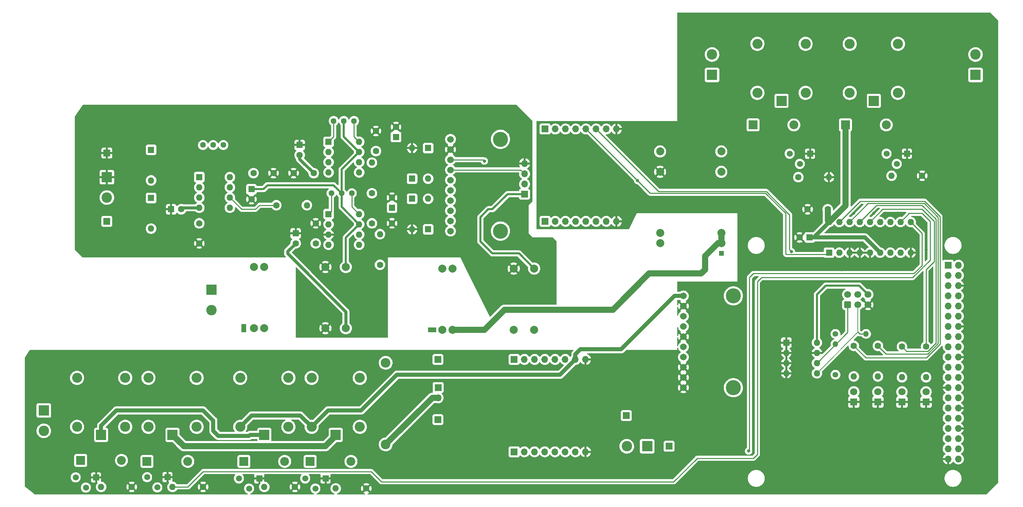
<source format=gbr>
%TF.GenerationSoftware,KiCad,Pcbnew,(6.0.9)*%
%TF.CreationDate,2023-02-22T20:31:19+01:00*%
%TF.ProjectId,mb.2024.0.0,6d622e32-3032-4342-9e30-2e302e6b6963,rev?*%
%TF.SameCoordinates,Original*%
%TF.FileFunction,Copper,L2,Bot*%
%TF.FilePolarity,Positive*%
%FSLAX46Y46*%
G04 Gerber Fmt 4.6, Leading zero omitted, Abs format (unit mm)*
G04 Created by KiCad (PCBNEW (6.0.9)) date 2023-02-22 20:31:19*
%MOMM*%
%LPD*%
G01*
G04 APERTURE LIST*
G04 Aperture macros list*
%AMRoundRect*
0 Rectangle with rounded corners*
0 $1 Rounding radius*
0 $2 $3 $4 $5 $6 $7 $8 $9 X,Y pos of 4 corners*
0 Add a 4 corners polygon primitive as box body*
4,1,4,$2,$3,$4,$5,$6,$7,$8,$9,$2,$3,0*
0 Add four circle primitives for the rounded corners*
1,1,$1+$1,$2,$3*
1,1,$1+$1,$4,$5*
1,1,$1+$1,$6,$7*
1,1,$1+$1,$8,$9*
0 Add four rect primitives between the rounded corners*
20,1,$1+$1,$2,$3,$4,$5,0*
20,1,$1+$1,$4,$5,$6,$7,0*
20,1,$1+$1,$6,$7,$8,$9,0*
20,1,$1+$1,$8,$9,$2,$3,0*%
G04 Aperture macros list end*
%TA.AperFunction,ComponentPad*%
%ADD10C,1.440000*%
%TD*%
%TA.AperFunction,ComponentPad*%
%ADD11C,1.600000*%
%TD*%
%TA.AperFunction,ComponentPad*%
%ADD12O,1.600000X1.600000*%
%TD*%
%TA.AperFunction,ComponentPad*%
%ADD13R,2.600000X2.600000*%
%TD*%
%TA.AperFunction,ComponentPad*%
%ADD14C,2.600000*%
%TD*%
%TA.AperFunction,ComponentPad*%
%ADD15R,2.500000X2.500000*%
%TD*%
%TA.AperFunction,ComponentPad*%
%ADD16O,2.500000X2.500000*%
%TD*%
%TA.AperFunction,ComponentPad*%
%ADD17R,1.800000X1.800000*%
%TD*%
%TA.AperFunction,ComponentPad*%
%ADD18C,1.800000*%
%TD*%
%TA.AperFunction,ComponentPad*%
%ADD19R,1.700000X1.700000*%
%TD*%
%TA.AperFunction,ComponentPad*%
%ADD20R,2.200000X2.200000*%
%TD*%
%TA.AperFunction,ComponentPad*%
%ADD21O,2.200000X2.200000*%
%TD*%
%TA.AperFunction,ComponentPad*%
%ADD22R,1.600000X1.600000*%
%TD*%
%TA.AperFunction,ComponentPad*%
%ADD23O,1.700000X1.700000*%
%TD*%
%TA.AperFunction,ComponentPad*%
%ADD24C,1.665000*%
%TD*%
%TA.AperFunction,ComponentPad*%
%ADD25C,3.750000*%
%TD*%
%TA.AperFunction,ComponentPad*%
%ADD26R,1.300000X2.000000*%
%TD*%
%TA.AperFunction,ComponentPad*%
%ADD27C,2.000000*%
%TD*%
%TA.AperFunction,ComponentPad*%
%ADD28RoundRect,0.250000X0.600000X-0.600000X0.600000X0.600000X-0.600000X0.600000X-0.600000X-0.600000X0*%
%TD*%
%TA.AperFunction,ComponentPad*%
%ADD29C,1.700000*%
%TD*%
%TA.AperFunction,ComponentPad*%
%ADD30R,1.500000X1.500000*%
%TD*%
%TA.AperFunction,ComponentPad*%
%ADD31C,1.500000*%
%TD*%
%TA.AperFunction,ComponentPad*%
%ADD32R,2.000000X1.200000*%
%TD*%
%TA.AperFunction,ComponentPad*%
%ADD33C,1.400000*%
%TD*%
%TA.AperFunction,ComponentPad*%
%ADD34O,1.400000X1.400000*%
%TD*%
%TA.AperFunction,ComponentPad*%
%ADD35R,1.200000X1.200000*%
%TD*%
%TA.AperFunction,ComponentPad*%
%ADD36C,2.400000*%
%TD*%
%TA.AperFunction,ComponentPad*%
%ADD37O,2.400000X2.400000*%
%TD*%
%TA.AperFunction,ViaPad*%
%ADD38C,0.800000*%
%TD*%
%TA.AperFunction,Conductor*%
%ADD39C,1.000000*%
%TD*%
%TA.AperFunction,Conductor*%
%ADD40C,1.500000*%
%TD*%
%TA.AperFunction,Conductor*%
%ADD41C,0.500000*%
%TD*%
%TA.AperFunction,Conductor*%
%ADD42C,0.200000*%
%TD*%
%TA.AperFunction,Conductor*%
%ADD43C,0.250000*%
%TD*%
%TA.AperFunction,Conductor*%
%ADD44C,0.750000*%
%TD*%
G04 APERTURE END LIST*
D10*
%TO.P,RV2,1,1*%
%TO.N,Net-(RV2-Pad1)*%
X98550000Y-60000000D03*
%TO.P,RV2,2,2*%
%TO.N,+12V_A*%
X96010000Y-60000000D03*
%TO.P,RV2,3,3*%
%TO.N,Net-(RV2-Pad3)*%
X93470000Y-60000000D03*
%TD*%
D11*
%TO.P,R6,1*%
%TO.N,GNDD*%
X43180000Y-151130000D03*
D12*
%TO.P,R6,2*%
%TO.N,GP1*%
X35560000Y-151130000D03*
%TD*%
D13*
%TO.P,J1,1,Pin_1*%
%TO.N,/Relay_switch_dsp/out_12v_DSP*%
X253305000Y-48545000D03*
D14*
%TO.P,J1,2,Pin_2*%
%TO.N,/Relay_switch_dsp/out_GND_DSP*%
X253305000Y-43465000D03*
%TD*%
D11*
%TO.P,R1,1*%
%TO.N,GNDD*%
X240030000Y-73660000D03*
D12*
%TO.P,R1,2*%
%TO.N,GP2*%
X232410000Y-73660000D03*
%TD*%
D13*
%TO.P,J9,1,Pin_1*%
%TO.N,+12V_TX_bat*%
X187695000Y-48545000D03*
D14*
%TO.P,J9,2,Pin_2*%
%TO.N,GND_TX_bat*%
X187695000Y-43465000D03*
%TD*%
D15*
%TO.P,K6,1*%
%TO.N,Net-(J14-Pad2)*%
X93980000Y-138167500D03*
D16*
%TO.P,K6,2*%
%TO.N,Net-(D12-Pad2)*%
X99980000Y-136167500D03*
%TO.P,K6,3*%
%TO.N,/Current_injection_and_measurement/B*%
X99980000Y-123967500D03*
%TO.P,K6,4*%
%TO.N,unconnected-(K6-Pad4)*%
X87980000Y-123967500D03*
%TO.P,K6,5*%
%TO.N,5VD*%
X87980000Y-136167500D03*
%TD*%
D17*
%TO.P,D10-OHMPI-MEASURE1,1,K*%
%TO.N,GNDD*%
X235000000Y-130000000D03*
D18*
%TO.P,D10-OHMPI-MEASURE1,2,A*%
%TO.N,Net-(D10-OHMPI-MEASURE1-Pad2)*%
X235000000Y-127460000D03*
%TD*%
D15*
%TO.P,K1,1*%
%TO.N,GND_TX_bat*%
X228000000Y-55000000D03*
D16*
%TO.P,K1,2*%
%TO.N,Net-(D1-Pad2)*%
X234000000Y-53000000D03*
%TO.P,K1,3*%
%TO.N,/Relay_switch_dsp/out_GND_DSP*%
X234000000Y-40800000D03*
%TO.P,K1,4*%
%TO.N,unconnected-(K1-Pad4)*%
X222000000Y-40800000D03*
%TO.P,K1,5*%
%TO.N,5VD*%
X222000000Y-53000000D03*
%TD*%
D19*
%TO.P,J18,1,Pin_1*%
%TO.N,/Vmn_measurement/Electrode_M*%
X37000000Y-85000000D03*
%TD*%
%TO.P,J20,1,Pin_1*%
%TO.N,Net-(J14-Pad2)*%
X119430000Y-134380000D03*
%TD*%
D15*
%TO.P,K4,1*%
%TO.N,/Current_injection_and_measurement/Input_DSP_+_alim*%
X76200000Y-138167500D03*
D16*
%TO.P,K4,2*%
%TO.N,Net-(D10-Pad2)*%
X82200000Y-136167500D03*
%TO.P,K4,3*%
%TO.N,/Current_injection_and_measurement/A*%
X82200000Y-123967500D03*
%TO.P,K4,4*%
%TO.N,unconnected-(K4-Pad4)*%
X70200000Y-123967500D03*
%TO.P,K4,5*%
%TO.N,5VD*%
X70200000Y-136167500D03*
%TD*%
D20*
%TO.P,D10,1,K*%
%TO.N,5VD*%
X71120000Y-144780000D03*
D21*
%TO.P,D10,2,A*%
%TO.N,Net-(D10-Pad2)*%
X81280000Y-144780000D03*
%TD*%
D11*
%TO.P,R2,1*%
%TO.N,GP3*%
X209190000Y-74000000D03*
D12*
%TO.P,R2,2*%
%TO.N,GNDD*%
X216810000Y-74000000D03*
%TD*%
D22*
%TO.P,D8,1,K*%
%TO.N,/Vmn_measurement/Electrode_M*%
X48000000Y-79190000D03*
D12*
%TO.P,D8,2,A*%
%TO.N,-12V_A*%
X48000000Y-86810000D03*
%TD*%
D11*
%TO.P,C7,1*%
%TO.N,+12V_A*%
X103000000Y-85500000D03*
%TO.P,C7,2*%
%TO.N,GNDA*%
X108000000Y-85500000D03*
%TD*%
%TO.P,R12,1*%
%TO.N,GP6*%
X229000000Y-116000000D03*
D12*
%TO.P,R12,2*%
%TO.N,Net-(D11-OHMPI-STACK1-Pad2)*%
X229000000Y-123620000D03*
%TD*%
D19*
%TO.P,J4,1,Pin_1*%
%TO.N,unconnected-(J4-Pad1)*%
X146125000Y-85000000D03*
D23*
%TO.P,J4,2,Pin_2*%
%TO.N,unconnected-(J4-Pad2)*%
X148665000Y-85000000D03*
%TO.P,J4,3,Pin_3*%
%TO.N,unconnected-(J4-Pad3)*%
X151205000Y-85000000D03*
%TO.P,J4,4,Pin_4*%
%TO.N,unconnected-(J4-Pad4)*%
X153745000Y-85000000D03*
%TO.P,J4,5,Pin_5*%
%TO.N,unconnected-(J4-Pad5)*%
X156285000Y-85000000D03*
%TO.P,J4,6,Pin_6*%
%TO.N,unconnected-(J4-Pad6)*%
X158825000Y-85000000D03*
%TO.P,J4,7,Pin_7*%
%TO.N,unconnected-(J4-Pad7)*%
X161365000Y-85000000D03*
%TO.P,J4,8,Pin_8*%
%TO.N,GNDD*%
X163905000Y-85000000D03*
%TD*%
D11*
%TO.P,R13,1*%
%TO.N,GP7*%
X223000000Y-116000000D03*
D12*
%TO.P,R13,2*%
%TO.N,Net-(D12-LOW-TX-BATTERY1-Pad2)*%
X223000000Y-123620000D03*
%TD*%
D19*
%TO.P,J6,1,Pin_1*%
%TO.N,unconnected-(J6-Pad1)*%
X146125000Y-62000000D03*
D23*
%TO.P,J6,2,Pin_2*%
%TO.N,unconnected-(J6-Pad2)*%
X148665000Y-62000000D03*
%TO.P,J6,3,Pin_3*%
%TO.N,unconnected-(J6-Pad3)*%
X151205000Y-62000000D03*
%TO.P,J6,4,Pin_4*%
%TO.N,unconnected-(J6-Pad4)*%
X153745000Y-62000000D03*
%TO.P,J6,5,Pin_5*%
%TO.N,SCL1*%
X156285000Y-62000000D03*
%TO.P,J6,6,Pin_6*%
%TO.N,SDA1*%
X158825000Y-62000000D03*
%TO.P,J6,7,Pin_7*%
%TO.N,5VD*%
X161365000Y-62000000D03*
%TO.P,J6,8,Pin_8*%
%TO.N,GNDD*%
X163905000Y-62000000D03*
%TD*%
D19*
%TO.P,J5,1,Pin_1*%
%TO.N,5VA*%
X141000000Y-78250000D03*
D23*
%TO.P,J5,2,Pin_2*%
%TO.N,SCL2*%
X141000000Y-75710000D03*
%TO.P,J5,3,Pin_3*%
%TO.N,SDA2*%
X141000000Y-73170000D03*
%TO.P,J5,4,Pin_4*%
%TO.N,GNDA*%
X141000000Y-70630000D03*
%TD*%
D11*
%TO.P,C13,1*%
%TO.N,+12V_A*%
X104000000Y-67500000D03*
%TO.P,C13,2*%
%TO.N,GNDA*%
X104000000Y-62500000D03*
%TD*%
D24*
%TO.P,U4,1,A3*%
%TO.N,unconnected-(U4-Pad1)*%
X122571000Y-87430000D03*
%TO.P,U4,2,A2*%
%TO.N,Net-(D3-Pad2)*%
X122571000Y-84890000D03*
%TO.P,U4,3,A1*%
%TO.N,unconnected-(U4-Pad3)*%
X122571000Y-82350000D03*
%TO.P,U4,4,A0*%
%TO.N,Net-(D5-Pad2)*%
X122571000Y-79810000D03*
%TO.P,U4,5,ALRT*%
%TO.N,unconnected-(U4-Pad5)*%
X122571000Y-77270000D03*
%TO.P,U4,6,ADDR*%
%TO.N,5VA*%
X122571000Y-74730000D03*
%TO.P,U4,7,SDA*%
%TO.N,SDA2*%
X122571000Y-72190000D03*
%TO.P,U4,8,SCL*%
%TO.N,SCL2*%
X122571000Y-69650000D03*
%TO.P,U4,9,GND*%
%TO.N,GNDA*%
X122571000Y-67110000D03*
%TO.P,U4,10,VDD*%
%TO.N,5VA*%
X122571000Y-64570000D03*
D25*
%TO.P,U4,MH1,MH1*%
%TO.N,unconnected-(U4-PadMH1)*%
X135017000Y-64570000D03*
%TO.P,U4,MH2,MH2*%
%TO.N,unconnected-(U4-PadMH2)*%
X135017000Y-87430000D03*
%TD*%
D22*
%TO.P,U1,1,SCL*%
%TO.N,SCL1*%
X216850000Y-92800000D03*
D12*
%TO.P,U1,2,SDA*%
%TO.N,SDA1*%
X219390000Y-92800000D03*
%TO.P,U1,3,A2*%
%TO.N,GNDD*%
X221930000Y-92800000D03*
%TO.P,U1,4,A1*%
X224470000Y-92800000D03*
%TO.P,U1,5,A0*%
X227010000Y-92800000D03*
%TO.P,U1,6,~{RESET}*%
%TO.N,5VD*%
X229550000Y-92800000D03*
%TO.P,U1,7,NC*%
%TO.N,unconnected-(U1-Pad7)*%
X232090000Y-92800000D03*
%TO.P,U1,8,INT*%
%TO.N,unconnected-(U1-Pad8)*%
X234630000Y-92800000D03*
%TO.P,U1,9,VSS*%
%TO.N,GNDD*%
X237170000Y-92800000D03*
%TO.P,U1,10,GP0*%
%TO.N,GP0*%
X237170000Y-85180000D03*
%TO.P,U1,11,GP1*%
%TO.N,GP1*%
X234630000Y-85180000D03*
%TO.P,U1,12,GP2*%
%TO.N,GP2*%
X232090000Y-85180000D03*
%TO.P,U1,13,GP3*%
%TO.N,GP3*%
X229550000Y-85180000D03*
%TO.P,U1,14,GP4*%
%TO.N,GP4*%
X227010000Y-85180000D03*
%TO.P,U1,15,GP5*%
%TO.N,GP5*%
X224470000Y-85180000D03*
%TO.P,U1,16,GP6*%
%TO.N,GP6*%
X221930000Y-85180000D03*
%TO.P,U1,17,GP7*%
%TO.N,GP7*%
X219390000Y-85180000D03*
%TO.P,U1,18,VDD*%
%TO.N,5VD*%
X216850000Y-85180000D03*
%TD*%
D26*
%TO.P,Alim_analog_Vmn_measurement_ina128P_lm158,1,ON/OFF*%
%TO.N,unconnected-(Alim_analog_Vmn_measurement_ina128P_lm158-Pad1)*%
X71100000Y-111620000D03*
D27*
%TO.P,Alim_analog_Vmn_measurement_ina128P_lm158,2,-VIN(GND)*%
%TO.N,GND_RX_bat*%
X73640000Y-111620000D03*
%TO.P,Alim_analog_Vmn_measurement_ina128P_lm158,3,-VIN(GND)*%
X76180000Y-111620000D03*
%TO.P,Alim_analog_Vmn_measurement_ina128P_lm158,9,COMMON*%
%TO.N,GNDA*%
X91420000Y-111620000D03*
%TO.P,Alim_analog_Vmn_measurement_ina128P_lm158,11,-VOUT*%
%TO.N,-12V_A*%
X96500000Y-111620000D03*
%TO.P,Alim_analog_Vmn_measurement_ina128P_lm158,14,+VOUT*%
%TO.N,+12V_A*%
X96500000Y-96380000D03*
%TO.P,Alim_analog_Vmn_measurement_ina128P_lm158,16,COMMON*%
%TO.N,GNDA*%
X91420000Y-96380000D03*
%TO.P,Alim_analog_Vmn_measurement_ina128P_lm158,22,+VIN(VCC)*%
%TO.N,+12V_RX_bat*%
X76180000Y-96380000D03*
%TO.P,Alim_analog_Vmn_measurement_ina128P_lm158,23,+VIN(VCC)*%
X73640000Y-96380000D03*
%TD*%
D28*
%TO.P,J8,1,Pin_1*%
%TO.N,SCL1*%
X221455000Y-105752500D03*
D29*
%TO.P,J8,2,Pin_2*%
%TO.N,unconnected-(J8-Pad2)*%
X221455000Y-103212500D03*
%TO.P,J8,3,Pin_3*%
%TO.N,SDA1*%
X223995000Y-105752500D03*
%TO.P,J8,4,Pin_4*%
%TO.N,unconnected-(J8-Pad4)*%
X223995000Y-103212500D03*
%TO.P,J8,5,Pin_5*%
%TO.N,GNDD*%
X226535000Y-105752500D03*
%TO.P,J8,6,Pin_6*%
%TO.N,5VD*%
X226535000Y-103212500D03*
%TD*%
D22*
%TO.P,U3,1,A0*%
%TO.N,GNDD*%
X206200000Y-115200000D03*
D12*
%TO.P,U3,2,A1*%
X206200000Y-117740000D03*
%TO.P,U3,3,A2*%
X206200000Y-120280000D03*
%TO.P,U3,4,GND*%
X206200000Y-122820000D03*
%TO.P,U3,5,SDA*%
%TO.N,SDA1*%
X213820000Y-122820000D03*
%TO.P,U3,6,SCL*%
%TO.N,SCL1*%
X213820000Y-120280000D03*
%TO.P,U3,7,WP*%
%TO.N,GNDD*%
X213820000Y-117740000D03*
%TO.P,U3,8,VCC*%
%TO.N,5VD*%
X213820000Y-115200000D03*
%TD*%
D11*
%TO.P,R5,1*%
%TO.N,Net-(R3-Pad2)*%
X105000000Y-95810000D03*
D12*
%TO.P,R5,2*%
%TO.N,Net-(D3-Pad2)*%
X105000000Y-88190000D03*
%TD*%
D19*
%TO.P,J14,1,Pin_1*%
%TO.N,/Current_injection_and_measurement/Input_DSP_GND_alim*%
X119475000Y-126395000D03*
D23*
%TO.P,J14,2,Pin_2*%
%TO.N,Net-(J14-Pad2)*%
X119475000Y-128935000D03*
%TD*%
D11*
%TO.P,R4,1*%
%TO.N,Net-(R4-Pad1)*%
X103000000Y-78000000D03*
D12*
%TO.P,R4,2*%
%TO.N,Net-(D5-Pad2)*%
X103000000Y-70380000D03*
%TD*%
D22*
%TO.P,D7,1,K*%
%TO.N,+12V_A*%
X48000000Y-67190000D03*
D12*
%TO.P,D7,2,A*%
%TO.N,/Vmn_measurement/Electrode_M*%
X48000000Y-74810000D03*
%TD*%
D22*
%TO.P,D5,1,K*%
%TO.N,5VA*%
X117000000Y-66760000D03*
D12*
%TO.P,D5,2,A*%
%TO.N,Net-(D5-Pad2)*%
X117000000Y-74380000D03*
%TD*%
D30*
%TO.P,Q6,1*%
%TO.N,GNDD*%
X91450000Y-149010000D03*
D31*
%TO.P,Q6,2*%
%TO.N,GP0*%
X88910000Y-151550000D03*
%TO.P,Q6,3*%
%TO.N,Net-(D12-Pad2)*%
X86370000Y-149010000D03*
%TD*%
D13*
%TO.P,J3,1,Pin_1*%
%TO.N,/Current_injection_and_measurement/A*%
X21285000Y-132075000D03*
D14*
%TO.P,J3,2,Pin_2*%
%TO.N,/Current_injection_and_measurement/B*%
X21285000Y-137155000D03*
%TD*%
D30*
%TO.P,Q5,1*%
%TO.N,GNDD*%
X52080000Y-148700000D03*
D31*
%TO.P,Q5,2*%
%TO.N,GP1*%
X49540000Y-151240000D03*
%TO.P,Q5,3*%
%TO.N,Net-(D11-Pad2)*%
X47000000Y-148700000D03*
%TD*%
D30*
%TO.P,Q1,1*%
%TO.N,GNDD*%
X236230000Y-68160000D03*
D31*
%TO.P,Q1,2*%
%TO.N,GP2*%
X233690000Y-70700000D03*
%TO.P,Q1,3*%
%TO.N,Net-(D1-Pad2)*%
X231150000Y-68160000D03*
%TD*%
D11*
%TO.P,R15,1*%
%TO.N,GNDD*%
X60960000Y-151130000D03*
D12*
%TO.P,R15,2*%
%TO.N,GP1*%
X53340000Y-151130000D03*
%TD*%
D11*
%TO.P,C5,1*%
%TO.N,+12V_A*%
X73500000Y-73000000D03*
%TO.P,C5,2*%
%TO.N,GNDA*%
X78500000Y-73000000D03*
%TD*%
D22*
%TO.P,C10,1*%
%TO.N,GNDA*%
X53000000Y-82000000D03*
D11*
%TO.P,C10,2*%
%TO.N,-12V_A*%
X55500000Y-82000000D03*
%TD*%
D22*
%TO.P,C2,1*%
%TO.N,5VD*%
X212000000Y-89000000D03*
D11*
%TO.P,C2,2*%
%TO.N,GNDD*%
X209500000Y-89000000D03*
%TD*%
D13*
%TO.P,J2,1,Pin_1*%
%TO.N,/Current_injection_and_measurement/Input_DSP_+_alim*%
X171545000Y-141000000D03*
D14*
%TO.P,J2,2,Pin_2*%
%TO.N,/Current_injection_and_measurement/Input_DSP_GND_alim*%
X166465000Y-141000000D03*
%TD*%
D22*
%TO.P,U6,1,VOS*%
%TO.N,Net-(RV2-Pad3)*%
X92200000Y-65200000D03*
D12*
%TO.P,U6,2,-*%
%TO.N,Net-(R4-Pad1)*%
X92200000Y-67740000D03*
%TO.P,U6,3,+*%
%TO.N,Net-(R3-Pad1)*%
X92200000Y-70280000D03*
%TO.P,U6,4,V-*%
%TO.N,-12V_A*%
X92200000Y-72820000D03*
%TO.P,U6,5,NC*%
%TO.N,unconnected-(U6-Pad5)*%
X99820000Y-72820000D03*
%TO.P,U6,6*%
%TO.N,Net-(D5-Pad2)*%
X99820000Y-70280000D03*
%TO.P,U6,7,V+*%
%TO.N,+12V_A*%
X99820000Y-67740000D03*
%TO.P,U6,8,VOS*%
%TO.N,Net-(RV2-Pad1)*%
X99820000Y-65200000D03*
%TD*%
D22*
%TO.P,D6,1,K*%
%TO.N,Net-(D5-Pad2)*%
X113000000Y-74380000D03*
D12*
%TO.P,D6,2,A*%
%TO.N,GNDA*%
X113000000Y-66760000D03*
%TD*%
D19*
%TO.P,J19,1,Pin_1*%
%TO.N,GNDA*%
X37000000Y-68000000D03*
%TD*%
D24*
%TO.P,U5,1,A3*%
%TO.N,GNDD*%
X180571000Y-126430000D03*
%TO.P,U5,2,A2*%
X180571000Y-123890000D03*
%TO.P,U5,3,A1*%
X180571000Y-121350000D03*
%TO.P,U5,4,A0*%
%TO.N,AN*%
X180571000Y-118810000D03*
%TO.P,U5,5,ALRT*%
%TO.N,unconnected-(U5-Pad5)*%
X180571000Y-116270000D03*
%TO.P,U5,6,ADDR*%
%TO.N,GNDD*%
X180571000Y-113730000D03*
%TO.P,U5,7,SDA*%
%TO.N,SDA1*%
X180571000Y-111190000D03*
%TO.P,U5,8,SCL*%
%TO.N,SCL1*%
X180571000Y-108650000D03*
%TO.P,U5,9,GND*%
%TO.N,GNDD*%
X180571000Y-106110000D03*
%TO.P,U5,10,VDD*%
%TO.N,5VD*%
X180571000Y-103570000D03*
D25*
%TO.P,U5,MH1,MH1*%
%TO.N,unconnected-(U5-PadMH1)*%
X193017000Y-103570000D03*
%TO.P,U5,MH2,MH2*%
%TO.N,unconnected-(U5-PadMH2)*%
X193017000Y-126430000D03*
%TD*%
D32*
%TO.P,Alim_5V_I2C_isolator_Vmn_measurement1,1,REMOTE_ON/OFF*%
%TO.N,unconnected-(Alim_5V_I2C_isolator_Vmn_measurement1-Pad1)*%
X118000000Y-112000000D03*
D27*
%TO.P,Alim_5V_I2C_isolator_Vmn_measurement1,2,-VIN_(GND)_1*%
%TO.N,GND_RX_bat*%
X120540000Y-112000000D03*
%TO.P,Alim_5V_I2C_isolator_Vmn_measurement1,3,-VIN_(GND)_2*%
X123080000Y-112000000D03*
%TO.P,Alim_5V_I2C_isolator_Vmn_measurement1,9,NC*%
%TO.N,unconnected-(Alim_5V_I2C_isolator_Vmn_measurement1-Pad9)*%
X138320000Y-112000000D03*
%TO.P,Alim_5V_I2C_isolator_Vmn_measurement1,11,NC.*%
%TO.N,unconnected-(Alim_5V_I2C_isolator_Vmn_measurement1-Pad11)*%
X143400000Y-112000000D03*
%TO.P,Alim_5V_I2C_isolator_Vmn_measurement1,14,+VOUT*%
%TO.N,5VA*%
X143400000Y-96760000D03*
%TO.P,Alim_5V_I2C_isolator_Vmn_measurement1,16,-VOUT*%
%TO.N,GNDA*%
X138320000Y-96760000D03*
%TO.P,Alim_5V_I2C_isolator_Vmn_measurement1,22,+VIN_(VCC)_1*%
%TO.N,+12V_RX_bat*%
X123080000Y-96760000D03*
%TO.P,Alim_5V_I2C_isolator_Vmn_measurement1,23,+VIN_(VCC)_2*%
X120540000Y-96760000D03*
%TD*%
D17*
%TO.P,D9-OHMPI-RUN-WAITING1,1,K*%
%TO.N,GNDD*%
X241000000Y-130000000D03*
D18*
%TO.P,D9-OHMPI-RUN-WAITING1,2,A*%
%TO.N,Net-(D9-OHMPI-RUN-WAITING1-Pad2)*%
X241000000Y-127460000D03*
%TD*%
D20*
%TO.P,D11,1,K*%
%TO.N,5VD*%
X46990000Y-144780000D03*
D21*
%TO.P,D11,2,A*%
%TO.N,Net-(D11-Pad2)*%
X57150000Y-144780000D03*
%TD*%
D20*
%TO.P,D2,1,K*%
%TO.N,5VD*%
X197920000Y-61000000D03*
D21*
%TO.P,D2,2,A*%
%TO.N,Net-(D2-Pad2)*%
X208080000Y-61000000D03*
%TD*%
D11*
%TO.P,R7,1*%
%TO.N,GNDD*%
X83820000Y-151130000D03*
D12*
%TO.P,R7,2*%
%TO.N,GP0*%
X76200000Y-151130000D03*
%TD*%
D22*
%TO.P,U7,1,VOS*%
%TO.N,Net-(RV3-Pad3)*%
X92200000Y-83200000D03*
D12*
%TO.P,U7,2,-*%
%TO.N,Net-(R3-Pad2)*%
X92200000Y-85740000D03*
%TO.P,U7,3,+*%
%TO.N,GNDA*%
X92200000Y-88280000D03*
%TO.P,U7,4,V-*%
%TO.N,-12V_A*%
X92200000Y-90820000D03*
%TO.P,U7,5,NC*%
%TO.N,unconnected-(U7-Pad5)*%
X99820000Y-90820000D03*
%TO.P,U7,6*%
%TO.N,Net-(D3-Pad2)*%
X99820000Y-88280000D03*
%TO.P,U7,7,V+*%
%TO.N,+12V_A*%
X99820000Y-85740000D03*
%TO.P,U7,8,VOS*%
%TO.N,Net-(RV3-Pad1)*%
X99820000Y-83200000D03*
%TD*%
D22*
%TO.P,C9,1*%
%TO.N,+12V_A*%
X108000000Y-81600000D03*
D11*
%TO.P,C9,2*%
%TO.N,GNDA*%
X108000000Y-79100000D03*
%TD*%
D22*
%TO.P,D3,1,K*%
%TO.N,5VA*%
X117000000Y-87000000D03*
D12*
%TO.P,D3,2,A*%
%TO.N,Net-(D3-Pad2)*%
X117000000Y-79380000D03*
%TD*%
D19*
%TO.P,J12,1,Pin_1*%
%TO.N,AN*%
X138430000Y-142380000D03*
D23*
%TO.P,J12,2,Pin_2*%
%TO.N,unconnected-(J12-Pad2)*%
X140970000Y-142380000D03*
%TO.P,J12,3,Pin_3*%
%TO.N,unconnected-(J12-Pad3)*%
X143510000Y-142380000D03*
%TO.P,J12,4,Pin_4*%
%TO.N,unconnected-(J12-Pad4)*%
X146050000Y-142380000D03*
%TO.P,J12,5,Pin_5*%
%TO.N,unconnected-(J12-Pad5)*%
X148590000Y-142380000D03*
%TO.P,J12,6,Pin_6*%
%TO.N,unconnected-(J12-Pad6)*%
X151130000Y-142380000D03*
%TO.P,J12,7,Pin_7*%
%TO.N,unconnected-(J12-Pad7)*%
X153670000Y-142380000D03*
%TO.P,J12,8,Pin_8*%
%TO.N,GNDD*%
X156210000Y-142380000D03*
%TD*%
D19*
%TO.P,J17,1,Pin_1*%
%TO.N,/Current_injection_and_measurement/Input_DSP_GND_alim*%
X119430000Y-119380000D03*
%TD*%
D20*
%TO.P,D12,1,K*%
%TO.N,5VD*%
X87630000Y-144780000D03*
D21*
%TO.P,D12,2,A*%
%TO.N,Net-(D12-Pad2)*%
X97790000Y-144780000D03*
%TD*%
D20*
%TO.P,D1,1,K*%
%TO.N,5VD*%
X220920000Y-61000000D03*
D21*
%TO.P,D1,2,A*%
%TO.N,Net-(D1-Pad2)*%
X231080000Y-61000000D03*
%TD*%
D17*
%TO.P,D11-OHMPI-STACK1,1,K*%
%TO.N,GNDD*%
X229000000Y-130000000D03*
D18*
%TO.P,D11-OHMPI-STACK1,2,A*%
%TO.N,Net-(D11-OHMPI-STACK1-Pad2)*%
X229000000Y-127460000D03*
%TD*%
D33*
%TO.P,R14,1*%
%TO.N,5VD*%
X218440000Y-113030000D03*
D34*
%TO.P,R14,2*%
%TO.N,SDA1*%
X226060000Y-113030000D03*
%TD*%
D30*
%TO.P,Q4,1*%
%TO.N,GNDD*%
X74940000Y-149010000D03*
D31*
%TO.P,Q4,2*%
%TO.N,GP0*%
X72400000Y-151550000D03*
%TO.P,Q4,3*%
%TO.N,Net-(D10-Pad2)*%
X69860000Y-149010000D03*
%TD*%
D20*
%TO.P,D9,1,K*%
%TO.N,5VD*%
X30480000Y-144517500D03*
D21*
%TO.P,D9,2,A*%
%TO.N,Net-(D9-Pad2)*%
X40640000Y-144517500D03*
%TD*%
D15*
%TO.P,K2,1*%
%TO.N,+12V_TX_bat*%
X205000000Y-55000000D03*
D16*
%TO.P,K2,2*%
%TO.N,Net-(D2-Pad2)*%
X211000000Y-53000000D03*
%TO.P,K2,3*%
%TO.N,/Relay_switch_dsp/out_12v_DSP*%
X211000000Y-40800000D03*
%TO.P,K2,4*%
%TO.N,unconnected-(K2-Pad4)*%
X199000000Y-40800000D03*
%TO.P,K2,5*%
%TO.N,5VD*%
X199000000Y-53000000D03*
%TD*%
D11*
%TO.P,R3,1*%
%TO.N,Net-(R3-Pad1)*%
X79190000Y-81000000D03*
D12*
%TO.P,R3,2*%
%TO.N,Net-(R3-Pad2)*%
X86810000Y-81000000D03*
%TD*%
D11*
%TO.P,C8,1*%
%TO.N,-12V_A*%
X89000000Y-90500000D03*
%TO.P,C8,2*%
%TO.N,GNDA*%
X89000000Y-85500000D03*
%TD*%
D10*
%TO.P,RV3,1,1*%
%TO.N,Net-(RV3-Pad1)*%
X98000000Y-78000000D03*
%TO.P,RV3,2,2*%
%TO.N,+12V_A*%
X95460000Y-78000000D03*
%TO.P,RV3,3,3*%
%TO.N,Net-(RV3-Pad3)*%
X92920000Y-78000000D03*
%TD*%
D35*
%TO.P,Alim_5V_Digital_rasp_iso1540_mcp23008_current_7_click1,1,REMOTE_ON/OFF*%
%TO.N,unconnected-(Alim_5V_Digital_rasp_iso1540_mcp23008_current_7_click1-Pad1)*%
X190000000Y-93000000D03*
D27*
%TO.P,Alim_5V_Digital_rasp_iso1540_mcp23008_current_7_click1,2,-VIN_(GND)_1*%
%TO.N,GND_RX_bat*%
X190000000Y-90460000D03*
%TO.P,Alim_5V_Digital_rasp_iso1540_mcp23008_current_7_click1,3,-VIN_(GND)_2*%
X190000000Y-87920000D03*
%TO.P,Alim_5V_Digital_rasp_iso1540_mcp23008_current_7_click1,9,NC*%
%TO.N,unconnected-(Alim_5V_Digital_rasp_iso1540_mcp23008_current_7_click1-Pad9)*%
X190000000Y-72680000D03*
%TO.P,Alim_5V_Digital_rasp_iso1540_mcp23008_current_7_click1,11,NC.*%
%TO.N,unconnected-(Alim_5V_Digital_rasp_iso1540_mcp23008_current_7_click1-Pad11)*%
X190000000Y-67600000D03*
%TO.P,Alim_5V_Digital_rasp_iso1540_mcp23008_current_7_click1,14,+VOUT*%
%TO.N,5VD*%
X174760000Y-67600000D03*
%TO.P,Alim_5V_Digital_rasp_iso1540_mcp23008_current_7_click1,16,-VOUT*%
%TO.N,GNDD*%
X174760000Y-72680000D03*
%TO.P,Alim_5V_Digital_rasp_iso1540_mcp23008_current_7_click1,22,+VIN_(VCC)_1*%
%TO.N,+12V_RX_bat*%
X174760000Y-87920000D03*
%TO.P,Alim_5V_Digital_rasp_iso1540_mcp23008_current_7_click1,23,+VIN_(VCC)_2*%
X174760000Y-90460000D03*
%TD*%
D30*
%TO.P,Q3,1*%
%TO.N,GNDD*%
X34300000Y-148747500D03*
D31*
%TO.P,Q3,2*%
%TO.N,GP1*%
X31760000Y-151287500D03*
%TO.P,Q3,3*%
%TO.N,Net-(D9-Pad2)*%
X29220000Y-148747500D03*
%TD*%
D22*
%TO.P,C3,1*%
%TO.N,+12V_A*%
X73000000Y-77000000D03*
D11*
%TO.P,C3,2*%
%TO.N,GNDA*%
X73000000Y-79500000D03*
%TD*%
D10*
%TO.P,RV1,1,1*%
%TO.N,Net-(RV1-Pad1)*%
X66000000Y-66000000D03*
%TO.P,RV1,2,2*%
%TO.N,+12V_A*%
X63460000Y-66000000D03*
%TO.P,RV1,3,3*%
%TO.N,Net-(RV1-Pad3)*%
X60920000Y-66000000D03*
%TD*%
D11*
%TO.P,R16,1*%
%TO.N,GNDD*%
X101600000Y-151500000D03*
D12*
%TO.P,R16,2*%
%TO.N,GP0*%
X93980000Y-151500000D03*
%TD*%
D22*
%TO.P,C6,1*%
%TO.N,GNDA*%
X84000000Y-88000000D03*
D11*
%TO.P,C6,2*%
%TO.N,-12V_A*%
X84000000Y-90500000D03*
%TD*%
D33*
%TO.P,R9,1*%
%TO.N,5VD*%
X218440000Y-123190000D03*
D34*
%TO.P,R9,2*%
%TO.N,SCL1*%
X218440000Y-115570000D03*
%TD*%
D11*
%TO.P,R10,1*%
%TO.N,GP4*%
X241000000Y-116190000D03*
D12*
%TO.P,R10,2*%
%TO.N,Net-(D9-OHMPI-RUN-WAITING1-Pad2)*%
X241000000Y-123810000D03*
%TD*%
D19*
%TO.P,J10,1,Pin_1*%
%TO.N,/Current_injection_and_measurement/Input_DSP_+_alim*%
X177000000Y-141000000D03*
%TD*%
D17*
%TO.P,D12-LOW-TX-BATTERY1,1,K*%
%TO.N,GNDD*%
X223000000Y-130000000D03*
D18*
%TO.P,D12-LOW-TX-BATTERY1,2,A*%
%TO.N,Net-(D12-LOW-TX-BATTERY1-Pad2)*%
X223000000Y-127460000D03*
%TD*%
D19*
%TO.P,J21,1,Pin_1*%
%TO.N,/Current_injection_and_measurement/Input_DSP_GND_alim*%
X166370000Y-133350000D03*
%TD*%
D22*
%TO.P,C14,1*%
%TO.N,+12V_A*%
X109000000Y-64000000D03*
D11*
%TO.P,C14,2*%
%TO.N,GNDA*%
X109000000Y-61500000D03*
%TD*%
D22*
%TO.P,U2,1,VOS*%
%TO.N,Net-(RV1-Pad3)*%
X60000000Y-74000000D03*
D12*
%TO.P,U2,2,-*%
%TO.N,Net-(R3-Pad1)*%
X60000000Y-76540000D03*
%TO.P,U2,3,+*%
%TO.N,/Vmn_measurement/Electrode_M*%
X60000000Y-79080000D03*
%TO.P,U2,4,V-*%
%TO.N,-12V_A*%
X60000000Y-81620000D03*
%TO.P,U2,5,NC*%
%TO.N,unconnected-(U2-Pad5)*%
X67620000Y-81620000D03*
%TO.P,U2,6*%
%TO.N,Net-(R3-Pad1)*%
X67620000Y-79080000D03*
%TO.P,U2,7,V+*%
%TO.N,+12V_A*%
X67620000Y-76540000D03*
%TO.P,U2,8,VOS*%
%TO.N,Net-(RV1-Pad1)*%
X67620000Y-74000000D03*
%TD*%
D11*
%TO.P,C4,1*%
%TO.N,-12V_A*%
X60000000Y-85500000D03*
%TO.P,C4,2*%
%TO.N,GNDA*%
X60000000Y-90500000D03*
%TD*%
D13*
%TO.P,J16,1,Pin_1*%
%TO.N,+12V_RX_bat*%
X63000000Y-102000000D03*
D14*
%TO.P,J16,2,Pin_2*%
%TO.N,GND_RX_bat*%
X63000000Y-107080000D03*
%TD*%
D11*
%TO.P,C11,1*%
%TO.N,-12V_A*%
X88500000Y-73000000D03*
%TO.P,C11,2*%
%TO.N,GNDA*%
X83500000Y-73000000D03*
%TD*%
%TO.P,C1,1*%
%TO.N,5VD*%
X216500000Y-82000000D03*
%TO.P,C1,2*%
%TO.N,GNDD*%
X211500000Y-82000000D03*
%TD*%
D22*
%TO.P,D4,1,K*%
%TO.N,Net-(D3-Pad2)*%
X113000000Y-79380000D03*
D12*
%TO.P,D4,2,A*%
%TO.N,GNDA*%
X113000000Y-87000000D03*
%TD*%
D15*
%TO.P,K3,1*%
%TO.N,/Current_injection_and_measurement/Input_DSP_+_alim*%
X35560000Y-138167500D03*
D16*
%TO.P,K3,2*%
%TO.N,Net-(D9-Pad2)*%
X41560000Y-136167500D03*
%TO.P,K3,3*%
%TO.N,/Current_injection_and_measurement/B*%
X41560000Y-123967500D03*
%TO.P,K3,4*%
%TO.N,unconnected-(K3-Pad4)*%
X29560000Y-123967500D03*
%TO.P,K3,5*%
%TO.N,5VD*%
X29560000Y-136167500D03*
%TD*%
D36*
%TO.P,R8,1*%
%TO.N,Net-(J14-Pad2)*%
X106430000Y-140540000D03*
D37*
%TO.P,R8,2*%
%TO.N,/Current_injection_and_measurement/Input_DSP_GND_alim*%
X106430000Y-120220000D03*
%TD*%
D11*
%TO.P,R11,1*%
%TO.N,GP5*%
X235000000Y-116190000D03*
D12*
%TO.P,R11,2*%
%TO.N,Net-(D10-OHMPI-MEASURE1-Pad2)*%
X235000000Y-123810000D03*
%TD*%
D13*
%TO.P,J11,1,Pin_1*%
%TO.N,GNDA*%
X37000000Y-74000000D03*
D14*
%TO.P,J11,2,Pin_2*%
%TO.N,/Vmn_measurement/Electrode_M*%
X37000000Y-79080000D03*
%TD*%
D22*
%TO.P,C12,1*%
%TO.N,GNDA*%
X85000000Y-66000000D03*
D11*
%TO.P,C12,2*%
%TO.N,-12V_A*%
X85000000Y-68500000D03*
%TD*%
D19*
%TO.P,J15,1,Pin_1*%
%TO.N,unconnected-(J15-Pad1)*%
X138430000Y-119380000D03*
D23*
%TO.P,J15,2,Pin_2*%
%TO.N,unconnected-(J15-Pad2)*%
X140970000Y-119380000D03*
%TO.P,J15,3,Pin_3*%
%TO.N,unconnected-(J15-Pad3)*%
X143510000Y-119380000D03*
%TO.P,J15,4,Pin_4*%
%TO.N,unconnected-(J15-Pad4)*%
X146050000Y-119380000D03*
%TO.P,J15,5,Pin_5*%
%TO.N,unconnected-(J15-Pad5)*%
X148590000Y-119380000D03*
%TO.P,J15,6,Pin_6*%
%TO.N,unconnected-(J15-Pad6)*%
X151130000Y-119380000D03*
%TO.P,J15,7,Pin_7*%
%TO.N,5VD*%
X153670000Y-119380000D03*
%TO.P,J15,8,Pin_8*%
%TO.N,GNDD*%
X156210000Y-119380000D03*
%TD*%
D15*
%TO.P,K5,1*%
%TO.N,Net-(J14-Pad2)*%
X53340000Y-138167500D03*
D16*
%TO.P,K5,2*%
%TO.N,Net-(D11-Pad2)*%
X59340000Y-136167500D03*
%TO.P,K5,3*%
%TO.N,/Current_injection_and_measurement/A*%
X59340000Y-123967500D03*
%TO.P,K5,4*%
%TO.N,unconnected-(K5-Pad4)*%
X47340000Y-123967500D03*
%TO.P,K5,5*%
%TO.N,5VD*%
X47340000Y-136167500D03*
%TD*%
D30*
%TO.P,Q2,1*%
%TO.N,GNDD*%
X212100000Y-68160000D03*
D31*
%TO.P,Q2,2*%
%TO.N,GP3*%
X209560000Y-70700000D03*
%TO.P,Q2,3*%
%TO.N,Net-(D2-Pad2)*%
X207020000Y-68160000D03*
%TD*%
D19*
%TO.P,J7,1,3V3*%
%TO.N,unconnected-(J7-Pad1)*%
X246500000Y-95900000D03*
D23*
%TO.P,J7,2,5V*%
%TO.N,5VD*%
X249040000Y-95900000D03*
%TO.P,J7,3,SDA/GPIO2*%
%TO.N,SDA1*%
X246500000Y-98440000D03*
%TO.P,J7,4,5V*%
%TO.N,unconnected-(J7-Pad4)*%
X249040000Y-98440000D03*
%TO.P,J7,5,SCL/GPIO3*%
%TO.N,SCL1*%
X246500000Y-100980000D03*
%TO.P,J7,6,GND*%
%TO.N,GNDD*%
X249040000Y-100980000D03*
%TO.P,J7,7,GCLK0/GPIO4*%
%TO.N,unconnected-(J7-Pad7)*%
X246500000Y-103520000D03*
%TO.P,J7,8,GPIO14/TXD*%
%TO.N,unconnected-(J7-Pad8)*%
X249040000Y-103520000D03*
%TO.P,J7,9,GND*%
%TO.N,GNDD*%
X246500000Y-106060000D03*
%TO.P,J7,10,GPIO15/RXD*%
%TO.N,unconnected-(J7-Pad10)*%
X249040000Y-106060000D03*
%TO.P,J7,11,GPIO17*%
%TO.N,unconnected-(J7-Pad11)*%
X246500000Y-108600000D03*
%TO.P,J7,12,GPIO18/PWM0*%
%TO.N,unconnected-(J7-Pad12)*%
X249040000Y-108600000D03*
%TO.P,J7,13,GPIO27*%
%TO.N,unconnected-(J7-Pad13)*%
X246500000Y-111140000D03*
%TO.P,J7,14,GND*%
%TO.N,GNDD*%
X249040000Y-111140000D03*
%TO.P,J7,15,GPIO22*%
%TO.N,unconnected-(J7-Pad15)*%
X246500000Y-113680000D03*
%TO.P,J7,16,GPIO23*%
%TO.N,unconnected-(J7-Pad16)*%
X249040000Y-113680000D03*
%TO.P,J7,17,3V3*%
%TO.N,unconnected-(J7-Pad17)*%
X246500000Y-116220000D03*
%TO.P,J7,18,GPIO24*%
%TO.N,unconnected-(J7-Pad18)*%
X249040000Y-116220000D03*
%TO.P,J7,19,MOSI0/GPIO10*%
%TO.N,unconnected-(J7-Pad19)*%
X246500000Y-118760000D03*
%TO.P,J7,20,GND*%
%TO.N,GNDD*%
X249040000Y-118760000D03*
%TO.P,J7,21,MISO0/GPIO9*%
%TO.N,unconnected-(J7-Pad21)*%
X246500000Y-121300000D03*
%TO.P,J7,22,GPIO25*%
%TO.N,unconnected-(J7-Pad22)*%
X249040000Y-121300000D03*
%TO.P,J7,23,SCLK0/GPIO11*%
%TO.N,unconnected-(J7-Pad23)*%
X246500000Y-123840000D03*
%TO.P,J7,24,~{CE0}/GPIO8*%
%TO.N,unconnected-(J7-Pad24)*%
X249040000Y-123840000D03*
%TO.P,J7,25,GND*%
%TO.N,GNDD*%
X246500000Y-126380000D03*
%TO.P,J7,26,~{CE1}/GPIO7*%
%TO.N,unconnected-(J7-Pad26)*%
X249040000Y-126380000D03*
%TO.P,J7,27,ID_SD/GPIO0*%
%TO.N,unconnected-(J7-Pad27)*%
X246500000Y-128920000D03*
%TO.P,J7,28,ID_SC/GPIO1*%
%TO.N,unconnected-(J7-Pad28)*%
X249040000Y-128920000D03*
%TO.P,J7,29,GCLK1/GPIO5*%
%TO.N,unconnected-(J7-Pad29)*%
X246500000Y-131460000D03*
%TO.P,J7,30,GND*%
%TO.N,GNDD*%
X249040000Y-131460000D03*
%TO.P,J7,31,GCLK2/GPIO6*%
%TO.N,unconnected-(J7-Pad31)*%
X246500000Y-134000000D03*
%TO.P,J7,32,PWM0/GPIO12*%
%TO.N,unconnected-(J7-Pad32)*%
X249040000Y-134000000D03*
%TO.P,J7,33,PWM1/GPIO13*%
%TO.N,unconnected-(J7-Pad33)*%
X246500000Y-136540000D03*
%TO.P,J7,34,GND*%
%TO.N,GNDD*%
X249040000Y-136540000D03*
%TO.P,J7,35,GPIO19/MISO1*%
%TO.N,unconnected-(J7-Pad35)*%
X246500000Y-139080000D03*
%TO.P,J7,36,GPIO16*%
%TO.N,unconnected-(J7-Pad36)*%
X249040000Y-139080000D03*
%TO.P,J7,37,GPIO26*%
%TO.N,unconnected-(J7-Pad37)*%
X246500000Y-141620000D03*
%TO.P,J7,38,GPIO20/MOSI1*%
%TO.N,unconnected-(J7-Pad38)*%
X249040000Y-141620000D03*
%TO.P,J7,39,GND*%
%TO.N,GNDD*%
X246500000Y-144160000D03*
%TO.P,J7,40,GPIO21/SCLK1*%
%TO.N,unconnected-(J7-Pad40)*%
X249040000Y-144160000D03*
%TD*%
D38*
%TO.N,GNDD*%
X220000000Y-97000000D03*
X227965510Y-82955230D03*
X242000000Y-111000000D03*
X116430000Y-141380000D03*
X183000000Y-75000000D03*
X210000000Y-118000000D03*
X234000000Y-83000000D03*
X144000000Y-139000000D03*
X222997158Y-82955230D03*
X226000000Y-109000000D03*
X139430000Y-133380000D03*
X241000000Y-92000000D03*
%TO.N,GNDA*%
X65000000Y-70000000D03*
X137000000Y-100000000D03*
X115000000Y-76570000D03*
X132000000Y-104000000D03*
X63000000Y-74000000D03*
%TO.N,SDA1*%
X207460000Y-92540000D03*
%TO.N,SCL1*%
X169142500Y-74857500D03*
%TO.N,SCL2*%
X131000000Y-70000000D03*
%TO.N,GP0*%
X196805000Y-142195000D03*
%TD*%
D39*
%TO.N,5VD*%
X225750000Y-89000000D02*
X229550000Y-92800000D01*
D40*
X220920000Y-61000000D02*
X220920000Y-81110000D01*
D41*
X213820000Y-103180000D02*
X216000000Y-101000000D01*
D39*
X180571000Y-103570000D02*
X178370000Y-103570000D01*
X92067500Y-132080000D02*
X87980000Y-136167500D01*
X109220000Y-123190000D02*
X100330000Y-132080000D01*
D40*
X216500000Y-82000000D02*
X216500000Y-84830000D01*
D41*
X213820000Y-115200000D02*
X213820000Y-103180000D01*
X224322500Y-101000000D02*
X226535000Y-103212500D01*
D39*
X153670000Y-118110000D02*
X154940000Y-116840000D01*
X100330000Y-132080000D02*
X92067500Y-132080000D01*
D41*
X216000000Y-101000000D02*
X224322500Y-101000000D01*
D39*
X212000000Y-89000000D02*
X225750000Y-89000000D01*
X85162500Y-133350000D02*
X87980000Y-136167500D01*
X213030000Y-89000000D02*
X216850000Y-85180000D01*
X178370000Y-103570000D02*
X165100000Y-116840000D01*
X154940000Y-116840000D02*
X165100000Y-116840000D01*
X153670000Y-119380000D02*
X149860000Y-123190000D01*
X149860000Y-123190000D02*
X109220000Y-123190000D01*
X70200000Y-136167500D02*
X73017500Y-133350000D01*
D40*
X216500000Y-84830000D02*
X216850000Y-85180000D01*
D39*
X212000000Y-89000000D02*
X213030000Y-89000000D01*
X73017500Y-133350000D02*
X85162500Y-133350000D01*
X153670000Y-119380000D02*
X153670000Y-118110000D01*
D40*
X220920000Y-81110000D02*
X216850000Y-85180000D01*
D42*
%TO.N,SDA1*%
X223995000Y-112645000D02*
X213820000Y-122820000D01*
D43*
X201186198Y-77550480D02*
X207000000Y-83364282D01*
X171912500Y-75087500D02*
X174375480Y-77550480D01*
D42*
X223995000Y-105752500D02*
X223995000Y-112555000D01*
D43*
X174375480Y-77550480D02*
X201186198Y-77550480D01*
D42*
X223995000Y-112555000D02*
X223995000Y-112645000D01*
D43*
X224470000Y-113030000D02*
X223995000Y-112555000D01*
X207000000Y-83364282D02*
X207000000Y-92080000D01*
X158825000Y-62000000D02*
X171912500Y-75087500D01*
X207000000Y-92080000D02*
X207460000Y-92540000D01*
X226060000Y-113030000D02*
X224470000Y-113030000D01*
%TO.N,SCL1*%
X206184511Y-93264511D02*
X216385489Y-93264511D01*
X221455000Y-112645000D02*
X221455000Y-105752500D01*
X156285000Y-62000000D02*
X169142500Y-74857500D01*
X213820000Y-120280000D02*
X221455000Y-112645000D01*
X169142500Y-74857500D02*
X172285000Y-78000000D01*
X201000000Y-78000000D02*
X206000000Y-83000000D01*
X206000000Y-93080000D02*
X206184511Y-93264511D01*
X172285000Y-78000000D02*
X201000000Y-78000000D01*
X206000000Y-83000000D02*
X206000000Y-93080000D01*
X216385489Y-93264511D02*
X216850000Y-92800000D01*
%TO.N,SCL2*%
X131000000Y-70000000D02*
X130650000Y-69650000D01*
X130650000Y-69650000D02*
X122571000Y-69650000D01*
%TO.N,SDA2*%
X140020000Y-72190000D02*
X141000000Y-73170000D01*
X140020000Y-72190000D02*
X122571000Y-72190000D01*
D39*
%TO.N,/Current_injection_and_measurement/Input_DSP_+_alim*%
X72652500Y-138167500D02*
X72390000Y-138430000D01*
X64770000Y-138430000D02*
X63500000Y-137160000D01*
X63500000Y-134620000D02*
X60960000Y-132080000D01*
X76200000Y-138167500D02*
X72652500Y-138167500D01*
X39370000Y-132080000D02*
X35560000Y-135890000D01*
X72390000Y-138430000D02*
X64770000Y-138430000D01*
X60960000Y-132080000D02*
X39370000Y-132080000D01*
X63500000Y-137160000D02*
X63500000Y-134620000D01*
X35560000Y-135890000D02*
X35560000Y-138167500D01*
D40*
%TO.N,GND_RX_bat*%
X190000000Y-87920000D02*
X190000000Y-90460000D01*
X131000000Y-112000000D02*
X123080000Y-112000000D01*
X186000000Y-93611472D02*
X186000000Y-97000000D01*
X136000000Y-107000000D02*
X131000000Y-112000000D01*
X163000000Y-107000000D02*
X136000000Y-107000000D01*
X189151472Y-90460000D02*
X186000000Y-93611472D01*
X185000000Y-98000000D02*
X172000000Y-98000000D01*
X186000000Y-97000000D02*
X185000000Y-98000000D01*
X190000000Y-90460000D02*
X189151472Y-90460000D01*
X172000000Y-98000000D02*
X163000000Y-107000000D01*
D44*
%TO.N,-12V_A*%
X85000000Y-69500000D02*
X85000000Y-68500000D01*
X55880000Y-81620000D02*
X55500000Y-82000000D01*
X96500000Y-111620000D02*
X96500000Y-107500000D01*
X60000000Y-81620000D02*
X55880000Y-81620000D01*
X82000000Y-92500000D02*
X84000000Y-90500000D01*
X82000000Y-93000000D02*
X82000000Y-92500000D01*
X88500000Y-73000000D02*
X85000000Y-69500000D01*
X96500000Y-107500000D02*
X82000000Y-93000000D01*
D41*
%TO.N,+12V_A*%
X95460000Y-81380000D02*
X95460000Y-78000000D01*
X99820000Y-85740000D02*
X95460000Y-81380000D01*
X99820000Y-67740000D02*
X96010000Y-63930000D01*
X93460000Y-76000000D02*
X77000000Y-76000000D01*
X77000000Y-76000000D02*
X76000000Y-77000000D01*
X95460000Y-78000000D02*
X93460000Y-76000000D01*
X96010000Y-63930000D02*
X96010000Y-60000000D01*
X99820000Y-85740000D02*
X96500000Y-89060000D01*
X95460000Y-72100000D02*
X99820000Y-67740000D01*
X76000000Y-77000000D02*
X73000000Y-77000000D01*
X95460000Y-78000000D02*
X95460000Y-72100000D01*
X96500000Y-89060000D02*
X96500000Y-96380000D01*
%TO.N,5VA*%
X136750000Y-78250000D02*
X141000000Y-78250000D01*
X132000000Y-82000000D02*
X133000000Y-82000000D01*
X133000000Y-82000000D02*
X136750000Y-78250000D01*
X139640000Y-93000000D02*
X143400000Y-96760000D01*
X130000000Y-90000000D02*
X130000000Y-84000000D01*
X133000000Y-93000000D02*
X130000000Y-90000000D01*
X133000000Y-93000000D02*
X139640000Y-93000000D01*
X130000000Y-84000000D02*
X132000000Y-82000000D01*
D40*
%TO.N,Net-(J14-Pad2)*%
X56142500Y-140970000D02*
X53340000Y-138167500D01*
X93980000Y-138167500D02*
X93980000Y-138430000D01*
X91440000Y-140970000D02*
X56142500Y-140970000D01*
X93980000Y-138430000D02*
X91440000Y-140970000D01*
X119475000Y-128935000D02*
X118035000Y-128935000D01*
X118035000Y-128935000D02*
X106430000Y-140540000D01*
D43*
%TO.N,GP0*%
X197000000Y-142000000D02*
X196805000Y-142195000D01*
X237170000Y-85180000D02*
X240000000Y-88010000D01*
X210000000Y-98000000D02*
X198000000Y-98000000D01*
X240000000Y-96000000D02*
X238000000Y-98000000D01*
X197000000Y-99000000D02*
X197000000Y-142000000D01*
X238000000Y-98000000D02*
X210000000Y-98000000D01*
X198000000Y-98000000D02*
X197000000Y-99000000D01*
X240000000Y-88010000D02*
X240000000Y-96000000D01*
%TO.N,GP1*%
X237635717Y-99000000D02*
X242000000Y-94635717D01*
X199000000Y-143000000D02*
X199000000Y-100000000D01*
X178140000Y-149860000D02*
X184000000Y-144000000D01*
X184000000Y-144000000D02*
X198000000Y-144000000D01*
X200000000Y-99000000D02*
X237635717Y-99000000D01*
X236810000Y-83000000D02*
X234630000Y-85180000D01*
X102870000Y-147320000D02*
X105410000Y-149860000D01*
X57150000Y-151130000D02*
X60960000Y-147320000D01*
X198000000Y-144000000D02*
X199000000Y-143000000D01*
X199000000Y-100000000D02*
X200000000Y-99000000D01*
X60960000Y-147320000D02*
X102870000Y-147320000D01*
X242000000Y-94635717D02*
X242000000Y-85000000D01*
X242000000Y-85000000D02*
X240000000Y-83000000D01*
X53340000Y-151130000D02*
X57150000Y-151130000D01*
X105410000Y-149860000D02*
X178140000Y-149860000D01*
X240000000Y-83000000D02*
X236810000Y-83000000D01*
%TO.N,GP4*%
X243000000Y-85000000D02*
X243000000Y-95000000D01*
X243000000Y-95000000D02*
X241000000Y-97000000D01*
X240000000Y-82000000D02*
X243000000Y-85000000D01*
X227010000Y-85180000D02*
X230190000Y-82000000D01*
X241000000Y-97000000D02*
X241000000Y-116190000D01*
X230190000Y-82000000D02*
X240000000Y-82000000D01*
%TO.N,GP5*%
X243449520Y-84449520D02*
X243449520Y-115330780D01*
X241465789Y-117314511D02*
X236124511Y-117314511D01*
X224470000Y-85180000D02*
X228650000Y-81000000D01*
X228650000Y-81000000D02*
X240000000Y-81000000D01*
X240000000Y-81000000D02*
X243449520Y-84449520D01*
X236124511Y-117314511D02*
X235000000Y-116190000D01*
X243449520Y-115330780D02*
X241465789Y-117314511D01*
%TO.N,GP6*%
X226559520Y-80550480D02*
X240550480Y-80550480D01*
X241416017Y-118000000D02*
X231000000Y-118000000D01*
X221930000Y-85180000D02*
X226559520Y-80550480D01*
X231000000Y-118000000D02*
X229000000Y-116000000D01*
X244000000Y-84000000D02*
X244000000Y-115416017D01*
X244000000Y-115416017D02*
X241416017Y-118000000D01*
X240550480Y-80550480D02*
X244000000Y-84000000D01*
%TO.N,GP7*%
X244449520Y-83813803D02*
X244449520Y-115602215D01*
X241051734Y-119000000D02*
X226000000Y-119000000D01*
X244186197Y-115865537D02*
X241051734Y-119000000D01*
X224570000Y-80000000D02*
X240635717Y-80000000D01*
X240635717Y-80000000D02*
X244449520Y-83813803D01*
X244449520Y-115602215D02*
X244186197Y-115865537D01*
X219390000Y-85180000D02*
X224570000Y-80000000D01*
X226000000Y-119000000D02*
X223000000Y-116000000D01*
%TO.N,Net-(R3-Pad1)*%
X67620000Y-79080000D02*
X70540000Y-82000000D01*
X74000000Y-82000000D02*
X75000000Y-81000000D01*
X70540000Y-82000000D02*
X74000000Y-82000000D01*
X75000000Y-81000000D02*
X79190000Y-81000000D01*
%TO.N,Net-(RV2-Pad1)*%
X98550000Y-63930000D02*
X99820000Y-65200000D01*
X98550000Y-60000000D02*
X98550000Y-63930000D01*
%TO.N,Net-(RV2-Pad3)*%
X93470000Y-63930000D02*
X92200000Y-65200000D01*
X93470000Y-60000000D02*
X93470000Y-63930000D01*
%TO.N,Net-(RV3-Pad1)*%
X98000000Y-78000000D02*
X98000000Y-81380000D01*
X98000000Y-81380000D02*
X99820000Y-83200000D01*
%TO.N,Net-(RV3-Pad3)*%
X92920000Y-78000000D02*
X92920000Y-82480000D01*
X92920000Y-82480000D02*
X92200000Y-83200000D01*
%TD*%
%TA.AperFunction,Conductor*%
%TO.N,GNDA*%
G36*
X139015931Y-56020002D02*
G01*
X139036905Y-56036905D01*
X142963095Y-59963095D01*
X142997121Y-60025407D01*
X143000000Y-60052190D01*
X143000000Y-79947810D01*
X142979998Y-80015931D01*
X142963095Y-80036905D01*
X142000000Y-81000000D01*
X142000000Y-88000000D01*
X143000000Y-89000000D01*
X147947810Y-89000000D01*
X148015931Y-89020002D01*
X148036905Y-89036905D01*
X148963095Y-89963095D01*
X148997121Y-90025407D01*
X149000000Y-90052190D01*
X149000000Y-105615500D01*
X148979998Y-105683621D01*
X148926342Y-105730114D01*
X148874000Y-105741500D01*
X136091396Y-105741500D01*
X136074949Y-105740422D01*
X136074270Y-105740333D01*
X136052914Y-105737521D01*
X136047314Y-105737785D01*
X136047313Y-105737785D01*
X135971504Y-105741360D01*
X135965569Y-105741500D01*
X135943001Y-105741500D01*
X135940218Y-105741748D01*
X135940204Y-105741749D01*
X135917023Y-105743818D01*
X135911760Y-105744177D01*
X135882342Y-105745564D01*
X135828512Y-105748103D01*
X135811023Y-105752108D01*
X135794104Y-105754788D01*
X135789618Y-105755189D01*
X135776238Y-105756383D01*
X135770830Y-105757862D01*
X135770827Y-105757863D01*
X135695870Y-105778369D01*
X135690752Y-105779655D01*
X135633946Y-105792666D01*
X135609530Y-105798258D01*
X135593037Y-105805293D01*
X135576855Y-105810928D01*
X135564967Y-105814180D01*
X135564958Y-105814183D01*
X135559549Y-105815663D01*
X135554486Y-105818078D01*
X135554475Y-105818082D01*
X135484343Y-105851534D01*
X135479542Y-105853702D01*
X135402892Y-105886396D01*
X135398204Y-105889475D01*
X135398203Y-105889476D01*
X135387900Y-105896244D01*
X135372971Y-105904656D01*
X135356782Y-105912378D01*
X135352226Y-105915652D01*
X135352224Y-105915653D01*
X135289122Y-105960997D01*
X135284771Y-105963987D01*
X135218992Y-106007195D01*
X135218987Y-106007199D01*
X135215126Y-106009735D01*
X135211675Y-106012810D01*
X135194346Y-106028249D01*
X135184055Y-106036494D01*
X135178907Y-106040193D01*
X135178903Y-106040197D01*
X135174346Y-106043471D01*
X135170439Y-106047503D01*
X135099968Y-106120223D01*
X135098579Y-106121633D01*
X132530350Y-108689862D01*
X132468038Y-108723888D01*
X132397223Y-108718823D01*
X132340387Y-108676276D01*
X132328562Y-108657125D01*
X126996335Y-97992670D01*
X137452160Y-97992670D01*
X137457887Y-98000320D01*
X137629042Y-98105205D01*
X137637837Y-98109687D01*
X137847988Y-98196734D01*
X137857373Y-98199783D01*
X138078554Y-98252885D01*
X138088301Y-98254428D01*
X138315070Y-98272275D01*
X138324930Y-98272275D01*
X138551699Y-98254428D01*
X138561446Y-98252885D01*
X138782627Y-98199783D01*
X138792012Y-98196734D01*
X139002163Y-98109687D01*
X139010958Y-98105205D01*
X139178445Y-98002568D01*
X139187907Y-97992110D01*
X139184124Y-97983334D01*
X138332812Y-97132022D01*
X138318868Y-97124408D01*
X138317035Y-97124539D01*
X138310420Y-97128790D01*
X137458920Y-97980290D01*
X137452160Y-97992670D01*
X126996335Y-97992670D01*
X126382465Y-96764930D01*
X136807725Y-96764930D01*
X136825572Y-96991699D01*
X136827115Y-97001446D01*
X136880217Y-97222627D01*
X136883266Y-97232012D01*
X136970313Y-97442163D01*
X136974795Y-97450958D01*
X137077432Y-97618445D01*
X137087890Y-97627907D01*
X137096666Y-97624124D01*
X137947978Y-96772812D01*
X137954356Y-96761132D01*
X138684408Y-96761132D01*
X138684539Y-96762965D01*
X138688790Y-96769580D01*
X139540290Y-97621080D01*
X139552670Y-97627840D01*
X139560320Y-97622113D01*
X139665205Y-97450958D01*
X139669687Y-97442163D01*
X139756734Y-97232012D01*
X139759783Y-97222627D01*
X139812885Y-97001446D01*
X139814428Y-96991699D01*
X139832275Y-96764930D01*
X139832275Y-96755070D01*
X139814428Y-96528301D01*
X139812885Y-96518554D01*
X139759783Y-96297373D01*
X139756734Y-96287988D01*
X139669687Y-96077837D01*
X139665205Y-96069042D01*
X139562568Y-95901555D01*
X139552110Y-95892093D01*
X139543334Y-95895876D01*
X138692022Y-96747188D01*
X138684408Y-96761132D01*
X137954356Y-96761132D01*
X137955592Y-96758868D01*
X137955461Y-96757035D01*
X137951210Y-96750420D01*
X137099710Y-95898920D01*
X137087330Y-95892160D01*
X137079680Y-95897887D01*
X136974795Y-96069042D01*
X136970313Y-96077837D01*
X136883266Y-96287988D01*
X136880217Y-96297373D01*
X136827115Y-96518554D01*
X136825572Y-96528301D01*
X136807725Y-96755070D01*
X136807725Y-96764930D01*
X126382465Y-96764930D01*
X125763945Y-95527890D01*
X137452093Y-95527890D01*
X137455876Y-95536666D01*
X138307188Y-96387978D01*
X138321132Y-96395592D01*
X138322965Y-96395461D01*
X138329580Y-96391210D01*
X139181080Y-95539710D01*
X139187840Y-95527330D01*
X139182113Y-95519680D01*
X139010958Y-95414795D01*
X139002163Y-95410313D01*
X138792012Y-95323266D01*
X138782627Y-95320217D01*
X138561446Y-95267115D01*
X138551699Y-95265572D01*
X138324930Y-95247725D01*
X138315070Y-95247725D01*
X138088301Y-95265572D01*
X138078554Y-95267115D01*
X137857373Y-95320217D01*
X137847988Y-95323266D01*
X137637837Y-95410313D01*
X137629042Y-95414795D01*
X137461555Y-95517432D01*
X137452093Y-95527890D01*
X125763945Y-95527890D01*
X125000000Y-94000000D01*
X107000000Y-94000000D01*
X107000000Y-113874000D01*
X106979998Y-113942121D01*
X106926342Y-113988614D01*
X106874000Y-114000000D01*
X84126000Y-114000000D01*
X84057879Y-113979998D01*
X84011386Y-113926342D01*
X84000000Y-113874000D01*
X84000000Y-112852670D01*
X90552160Y-112852670D01*
X90557887Y-112860320D01*
X90729042Y-112965205D01*
X90737837Y-112969687D01*
X90947988Y-113056734D01*
X90957373Y-113059783D01*
X91178554Y-113112885D01*
X91188301Y-113114428D01*
X91415070Y-113132275D01*
X91424930Y-113132275D01*
X91651699Y-113114428D01*
X91661446Y-113112885D01*
X91882627Y-113059783D01*
X91892012Y-113056734D01*
X92102163Y-112969687D01*
X92110958Y-112965205D01*
X92278445Y-112862568D01*
X92287907Y-112852110D01*
X92284124Y-112843334D01*
X91432812Y-111992022D01*
X91418868Y-111984408D01*
X91417035Y-111984539D01*
X91410420Y-111988790D01*
X90558920Y-112840290D01*
X90552160Y-112852670D01*
X84000000Y-112852670D01*
X84000000Y-111624930D01*
X89907725Y-111624930D01*
X89925572Y-111851699D01*
X89927115Y-111861446D01*
X89980217Y-112082627D01*
X89983266Y-112092012D01*
X90070313Y-112302163D01*
X90074795Y-112310958D01*
X90177432Y-112478445D01*
X90187890Y-112487907D01*
X90196666Y-112484124D01*
X91047978Y-111632812D01*
X91054356Y-111621132D01*
X91784408Y-111621132D01*
X91784539Y-111622965D01*
X91788790Y-111629580D01*
X92640290Y-112481080D01*
X92652670Y-112487840D01*
X92660320Y-112482113D01*
X92765205Y-112310958D01*
X92769687Y-112302163D01*
X92856734Y-112092012D01*
X92859783Y-112082627D01*
X92912885Y-111861446D01*
X92914428Y-111851699D01*
X92932275Y-111624930D01*
X92932275Y-111615070D01*
X92914428Y-111388301D01*
X92912885Y-111378554D01*
X92859783Y-111157373D01*
X92856734Y-111147988D01*
X92769687Y-110937837D01*
X92765205Y-110929042D01*
X92662568Y-110761555D01*
X92652110Y-110752093D01*
X92643334Y-110755876D01*
X91792022Y-111607188D01*
X91784408Y-111621132D01*
X91054356Y-111621132D01*
X91055592Y-111618868D01*
X91055461Y-111617035D01*
X91051210Y-111610420D01*
X90199710Y-110758920D01*
X90187330Y-110752160D01*
X90179680Y-110757887D01*
X90074795Y-110929042D01*
X90070313Y-110937837D01*
X89983266Y-111147988D01*
X89980217Y-111157373D01*
X89927115Y-111378554D01*
X89925572Y-111388301D01*
X89907725Y-111615070D01*
X89907725Y-111624930D01*
X84000000Y-111624930D01*
X84000000Y-110387890D01*
X90552093Y-110387890D01*
X90555876Y-110396666D01*
X91407188Y-111247978D01*
X91421132Y-111255592D01*
X91422965Y-111255461D01*
X91429580Y-111251210D01*
X92281080Y-110399710D01*
X92287840Y-110387330D01*
X92282113Y-110379680D01*
X92110958Y-110274795D01*
X92102163Y-110270313D01*
X91892012Y-110183266D01*
X91882627Y-110180217D01*
X91661446Y-110127115D01*
X91651699Y-110125572D01*
X91424930Y-110107725D01*
X91415070Y-110107725D01*
X91188301Y-110125572D01*
X91178554Y-110127115D01*
X90957373Y-110180217D01*
X90947988Y-110183266D01*
X90737837Y-110270313D01*
X90729042Y-110274795D01*
X90561555Y-110377432D01*
X90552093Y-110387890D01*
X84000000Y-110387890D01*
X84000000Y-96553648D01*
X84020002Y-96485527D01*
X84073658Y-96439034D01*
X84143932Y-96428930D01*
X84208512Y-96458424D01*
X84215095Y-96464553D01*
X95579595Y-107829052D01*
X95613621Y-107891364D01*
X95616500Y-107918147D01*
X95616500Y-110332684D01*
X95596498Y-110400805D01*
X95572331Y-110428495D01*
X95482665Y-110505077D01*
X95430031Y-110550031D01*
X95275824Y-110730584D01*
X95273245Y-110734792D01*
X95273241Y-110734798D01*
X95155568Y-110926823D01*
X95151760Y-110933037D01*
X95149867Y-110937607D01*
X95149865Y-110937611D01*
X95073362Y-111122308D01*
X95060895Y-111152406D01*
X95059740Y-111157218D01*
X95027938Y-111289684D01*
X95005465Y-111383289D01*
X94986835Y-111620000D01*
X95005465Y-111856711D01*
X95006619Y-111861518D01*
X95006620Y-111861524D01*
X95032724Y-111970255D01*
X95060895Y-112087594D01*
X95062788Y-112092165D01*
X95062789Y-112092167D01*
X95149772Y-112302163D01*
X95151760Y-112306963D01*
X95154346Y-112311183D01*
X95273241Y-112505202D01*
X95273245Y-112505208D01*
X95275824Y-112509416D01*
X95430031Y-112689969D01*
X95610584Y-112844176D01*
X95614792Y-112846755D01*
X95614798Y-112846759D01*
X95789003Y-112953512D01*
X95813037Y-112968240D01*
X95817607Y-112970133D01*
X95817611Y-112970135D01*
X96027833Y-113057211D01*
X96032406Y-113059105D01*
X96112609Y-113078360D01*
X96258476Y-113113380D01*
X96258482Y-113113381D01*
X96263289Y-113114535D01*
X96500000Y-113133165D01*
X96736711Y-113114535D01*
X96741518Y-113113381D01*
X96741524Y-113113380D01*
X96887391Y-113078360D01*
X96967594Y-113059105D01*
X96972167Y-113057211D01*
X97182389Y-112970135D01*
X97182393Y-112970133D01*
X97186963Y-112968240D01*
X97210997Y-112953512D01*
X97385202Y-112846759D01*
X97385208Y-112846755D01*
X97389416Y-112844176D01*
X97569969Y-112689969D01*
X97724176Y-112509416D01*
X97726755Y-112505208D01*
X97726759Y-112505202D01*
X97845654Y-112311183D01*
X97848240Y-112306963D01*
X97850229Y-112302163D01*
X97937211Y-112092167D01*
X97937212Y-112092165D01*
X97939105Y-112087594D01*
X97967276Y-111970255D01*
X97993380Y-111861524D01*
X97993381Y-111861518D01*
X97994535Y-111856711D01*
X98013165Y-111620000D01*
X97994535Y-111383289D01*
X97972063Y-111289684D01*
X97940260Y-111157218D01*
X97939105Y-111152406D01*
X97926638Y-111122308D01*
X97850135Y-110937611D01*
X97850133Y-110937607D01*
X97848240Y-110933037D01*
X97844432Y-110926823D01*
X97726759Y-110734798D01*
X97726755Y-110734792D01*
X97724176Y-110730584D01*
X97569969Y-110550031D01*
X97517335Y-110505077D01*
X97427669Y-110428495D01*
X97388860Y-110369044D01*
X97383500Y-110332684D01*
X97383500Y-107579457D01*
X97385051Y-107559745D01*
X97386118Y-107553008D01*
X97387150Y-107546493D01*
X97383673Y-107480150D01*
X97383500Y-107473555D01*
X97383500Y-107453694D01*
X97381423Y-107433931D01*
X97380907Y-107427367D01*
X97377776Y-107367623D01*
X97377775Y-107367619D01*
X97377430Y-107361029D01*
X97373958Y-107348071D01*
X97370355Y-107328628D01*
X97369644Y-107321866D01*
X97368954Y-107315298D01*
X97348422Y-107252106D01*
X97346556Y-107245804D01*
X97331071Y-107188015D01*
X97329362Y-107181637D01*
X97326366Y-107175758D01*
X97326363Y-107175749D01*
X97323272Y-107169683D01*
X97315708Y-107151421D01*
X97313608Y-107144958D01*
X97313606Y-107144953D01*
X97311564Y-107138669D01*
X97278337Y-107081119D01*
X97275214Y-107075366D01*
X97245048Y-107016161D01*
X97236607Y-107005737D01*
X97225412Y-106989449D01*
X97222005Y-106983548D01*
X97222004Y-106983547D01*
X97218704Y-106977831D01*
X97214287Y-106972925D01*
X97214283Y-106972920D01*
X97174253Y-106928462D01*
X97169969Y-106923447D01*
X97159548Y-106910579D01*
X97157472Y-106908015D01*
X97143436Y-106893979D01*
X97138895Y-106889194D01*
X97098856Y-106844726D01*
X97098855Y-106844725D01*
X97094434Y-106839815D01*
X97089094Y-106835935D01*
X97089086Y-106835928D01*
X97083578Y-106831927D01*
X97068543Y-106819086D01*
X87862128Y-97612670D01*
X90552160Y-97612670D01*
X90557887Y-97620320D01*
X90729042Y-97725205D01*
X90737837Y-97729687D01*
X90947988Y-97816734D01*
X90957373Y-97819783D01*
X91178554Y-97872885D01*
X91188301Y-97874428D01*
X91415070Y-97892275D01*
X91424930Y-97892275D01*
X91651699Y-97874428D01*
X91661446Y-97872885D01*
X91882627Y-97819783D01*
X91892012Y-97816734D01*
X92102163Y-97729687D01*
X92110958Y-97725205D01*
X92278445Y-97622568D01*
X92287907Y-97612110D01*
X92284124Y-97603334D01*
X91432812Y-96752022D01*
X91418868Y-96744408D01*
X91417035Y-96744539D01*
X91410420Y-96748790D01*
X90558920Y-97600290D01*
X90552160Y-97612670D01*
X87862128Y-97612670D01*
X86634388Y-96384930D01*
X89907725Y-96384930D01*
X89925572Y-96611699D01*
X89927115Y-96621446D01*
X89980217Y-96842627D01*
X89983266Y-96852012D01*
X90070313Y-97062163D01*
X90074795Y-97070958D01*
X90177432Y-97238445D01*
X90187890Y-97247907D01*
X90196666Y-97244124D01*
X91047978Y-96392812D01*
X91054356Y-96381132D01*
X91784408Y-96381132D01*
X91784539Y-96382965D01*
X91788790Y-96389580D01*
X92640290Y-97241080D01*
X92652670Y-97247840D01*
X92660320Y-97242113D01*
X92765205Y-97070958D01*
X92769687Y-97062163D01*
X92856734Y-96852012D01*
X92859783Y-96842627D01*
X92912885Y-96621446D01*
X92914428Y-96611699D01*
X92932275Y-96384930D01*
X92932275Y-96375070D01*
X92914428Y-96148301D01*
X92912885Y-96138554D01*
X92859783Y-95917373D01*
X92856734Y-95907988D01*
X92769687Y-95697837D01*
X92765205Y-95689042D01*
X92662568Y-95521555D01*
X92652110Y-95512093D01*
X92643334Y-95515876D01*
X91792022Y-96367188D01*
X91784408Y-96381132D01*
X91054356Y-96381132D01*
X91055592Y-96378868D01*
X91055461Y-96377035D01*
X91051210Y-96370420D01*
X90199710Y-95518920D01*
X90187330Y-95512160D01*
X90179680Y-95517887D01*
X90074795Y-95689042D01*
X90070313Y-95697837D01*
X89983266Y-95907988D01*
X89980217Y-95917373D01*
X89927115Y-96138554D01*
X89925572Y-96148301D01*
X89907725Y-96375070D01*
X89907725Y-96384930D01*
X86634388Y-96384930D01*
X85397348Y-95147890D01*
X90552093Y-95147890D01*
X90555876Y-95156666D01*
X91407188Y-96007978D01*
X91421132Y-96015592D01*
X91422965Y-96015461D01*
X91429580Y-96011210D01*
X92281080Y-95159710D01*
X92287840Y-95147330D01*
X92282113Y-95139680D01*
X92110958Y-95034795D01*
X92102163Y-95030313D01*
X91892012Y-94943266D01*
X91882627Y-94940217D01*
X91661446Y-94887115D01*
X91651699Y-94885572D01*
X91424930Y-94867725D01*
X91415070Y-94867725D01*
X91188301Y-94885572D01*
X91178554Y-94887115D01*
X90957373Y-94940217D01*
X90947988Y-94943266D01*
X90737837Y-95030313D01*
X90729042Y-95034795D01*
X90561555Y-95137432D01*
X90552093Y-95147890D01*
X85397348Y-95147890D01*
X83088553Y-92839095D01*
X83054527Y-92776783D01*
X83059592Y-92705968D01*
X83088553Y-92660905D01*
X83899565Y-91849893D01*
X83961877Y-91815867D01*
X83989018Y-91814131D01*
X83989018Y-91813019D01*
X83994525Y-91813019D01*
X84000000Y-91813498D01*
X84228087Y-91793543D01*
X84233400Y-91792119D01*
X84233402Y-91792119D01*
X84443933Y-91735707D01*
X84443935Y-91735706D01*
X84449243Y-91734284D01*
X84455235Y-91731490D01*
X84651762Y-91639849D01*
X84651767Y-91639846D01*
X84656749Y-91637523D01*
X84761611Y-91564098D01*
X84839789Y-91509357D01*
X84839792Y-91509355D01*
X84844300Y-91506198D01*
X85006198Y-91344300D01*
X85137523Y-91156749D01*
X85139846Y-91151767D01*
X85139849Y-91151762D01*
X85231961Y-90954225D01*
X85231961Y-90954224D01*
X85234284Y-90949243D01*
X85254976Y-90872022D01*
X85292119Y-90733402D01*
X85292119Y-90733400D01*
X85293543Y-90728087D01*
X85313498Y-90500000D01*
X87686502Y-90500000D01*
X87706457Y-90728087D01*
X87707881Y-90733400D01*
X87707881Y-90733402D01*
X87745025Y-90872022D01*
X87765716Y-90949243D01*
X87768039Y-90954224D01*
X87768039Y-90954225D01*
X87860151Y-91151762D01*
X87860154Y-91151767D01*
X87862477Y-91156749D01*
X87993802Y-91344300D01*
X88155700Y-91506198D01*
X88160208Y-91509355D01*
X88160211Y-91509357D01*
X88238389Y-91564098D01*
X88343251Y-91637523D01*
X88348233Y-91639846D01*
X88348238Y-91639849D01*
X88544765Y-91731490D01*
X88550757Y-91734284D01*
X88556065Y-91735706D01*
X88556067Y-91735707D01*
X88766598Y-91792119D01*
X88766600Y-91792119D01*
X88771913Y-91793543D01*
X89000000Y-91813498D01*
X89228087Y-91793543D01*
X89233400Y-91792119D01*
X89233402Y-91792119D01*
X89443933Y-91735707D01*
X89443935Y-91735706D01*
X89449243Y-91734284D01*
X89455235Y-91731490D01*
X89651762Y-91639849D01*
X89651767Y-91639846D01*
X89656749Y-91637523D01*
X89761611Y-91564098D01*
X89839789Y-91509357D01*
X89839792Y-91509355D01*
X89844300Y-91506198D01*
X90006198Y-91344300D01*
X90137523Y-91156749D01*
X90139846Y-91151767D01*
X90139849Y-91151762D01*
X90231961Y-90954225D01*
X90231961Y-90954224D01*
X90234284Y-90949243D01*
X90254976Y-90872022D01*
X90268915Y-90820000D01*
X90886502Y-90820000D01*
X90906457Y-91048087D01*
X90907881Y-91053400D01*
X90907881Y-91053402D01*
X90934170Y-91151511D01*
X90965716Y-91269243D01*
X90968039Y-91274224D01*
X90968039Y-91274225D01*
X91060151Y-91471762D01*
X91060154Y-91471767D01*
X91062477Y-91476749D01*
X91130269Y-91573566D01*
X91176377Y-91639414D01*
X91193802Y-91664300D01*
X91355700Y-91826198D01*
X91360208Y-91829355D01*
X91360211Y-91829357D01*
X91389540Y-91849893D01*
X91543251Y-91957523D01*
X91548233Y-91959846D01*
X91548238Y-91959849D01*
X91669001Y-92016161D01*
X91750757Y-92054284D01*
X91756065Y-92055706D01*
X91756067Y-92055707D01*
X91966598Y-92112119D01*
X91966600Y-92112119D01*
X91971913Y-92113543D01*
X92200000Y-92133498D01*
X92428087Y-92113543D01*
X92433400Y-92112119D01*
X92433402Y-92112119D01*
X92643933Y-92055707D01*
X92643935Y-92055706D01*
X92649243Y-92054284D01*
X92730999Y-92016161D01*
X92851762Y-91959849D01*
X92851767Y-91959846D01*
X92856749Y-91957523D01*
X93010460Y-91849893D01*
X93039789Y-91829357D01*
X93039792Y-91829355D01*
X93044300Y-91826198D01*
X93206198Y-91664300D01*
X93223624Y-91639414D01*
X93269731Y-91573566D01*
X93337523Y-91476749D01*
X93339846Y-91471767D01*
X93339849Y-91471762D01*
X93431961Y-91274225D01*
X93431961Y-91274224D01*
X93434284Y-91269243D01*
X93465831Y-91151511D01*
X93492119Y-91053402D01*
X93492119Y-91053400D01*
X93493543Y-91048087D01*
X93513498Y-90820000D01*
X93493543Y-90591913D01*
X93481108Y-90545506D01*
X93435707Y-90376067D01*
X93435706Y-90376065D01*
X93434284Y-90370757D01*
X93431961Y-90365775D01*
X93339849Y-90168238D01*
X93339846Y-90168233D01*
X93337523Y-90163251D01*
X93255265Y-90045775D01*
X93209357Y-89980211D01*
X93209355Y-89980208D01*
X93206198Y-89975700D01*
X93044300Y-89813802D01*
X93039792Y-89810645D01*
X93039789Y-89810643D01*
X92936085Y-89738029D01*
X92856749Y-89682477D01*
X92851767Y-89680154D01*
X92851762Y-89680151D01*
X92816951Y-89663919D01*
X92763666Y-89617002D01*
X92744205Y-89548725D01*
X92764747Y-89480765D01*
X92816951Y-89435529D01*
X92851511Y-89419414D01*
X92861007Y-89413931D01*
X93039467Y-89288972D01*
X93047875Y-89281916D01*
X93201916Y-89127875D01*
X93208972Y-89119467D01*
X93333931Y-88941007D01*
X93339414Y-88931511D01*
X93431490Y-88734053D01*
X93435236Y-88723761D01*
X93481394Y-88551497D01*
X93481058Y-88537401D01*
X93473116Y-88534000D01*
X90932033Y-88534000D01*
X90918502Y-88537973D01*
X90917273Y-88546522D01*
X90964764Y-88723761D01*
X90968510Y-88734053D01*
X91060586Y-88931511D01*
X91066069Y-88941007D01*
X91191028Y-89119467D01*
X91198084Y-89127875D01*
X91352125Y-89281916D01*
X91360533Y-89288972D01*
X91538993Y-89413931D01*
X91548489Y-89419414D01*
X91583049Y-89435529D01*
X91636334Y-89482446D01*
X91655795Y-89550723D01*
X91635253Y-89618683D01*
X91583049Y-89663919D01*
X91548238Y-89680151D01*
X91548233Y-89680154D01*
X91543251Y-89682477D01*
X91463915Y-89738029D01*
X91360211Y-89810643D01*
X91360208Y-89810645D01*
X91355700Y-89813802D01*
X91193802Y-89975700D01*
X91190645Y-89980208D01*
X91190643Y-89980211D01*
X91144735Y-90045775D01*
X91062477Y-90163251D01*
X91060154Y-90168233D01*
X91060151Y-90168238D01*
X90968039Y-90365775D01*
X90965716Y-90370757D01*
X90964294Y-90376065D01*
X90964293Y-90376067D01*
X90918892Y-90545506D01*
X90906457Y-90591913D01*
X90886502Y-90820000D01*
X90268915Y-90820000D01*
X90292119Y-90733402D01*
X90292119Y-90733400D01*
X90293543Y-90728087D01*
X90313498Y-90500000D01*
X90293543Y-90271913D01*
X90292119Y-90266598D01*
X90235707Y-90056067D01*
X90235706Y-90056065D01*
X90234284Y-90050757D01*
X90229562Y-90040630D01*
X90139849Y-89848238D01*
X90139846Y-89848233D01*
X90137523Y-89843251D01*
X90023319Y-89680151D01*
X90009357Y-89660211D01*
X90009355Y-89660208D01*
X90006198Y-89655700D01*
X89844300Y-89493802D01*
X89839792Y-89490645D01*
X89839789Y-89490643D01*
X89747059Y-89425713D01*
X89656749Y-89362477D01*
X89651767Y-89360154D01*
X89651762Y-89360151D01*
X89454225Y-89268039D01*
X89454224Y-89268039D01*
X89449243Y-89265716D01*
X89443935Y-89264294D01*
X89443933Y-89264293D01*
X89233402Y-89207881D01*
X89233400Y-89207881D01*
X89228087Y-89206457D01*
X89000000Y-89186502D01*
X88771913Y-89206457D01*
X88766600Y-89207881D01*
X88766598Y-89207881D01*
X88556067Y-89264293D01*
X88556065Y-89264294D01*
X88550757Y-89265716D01*
X88545776Y-89268039D01*
X88545775Y-89268039D01*
X88348238Y-89360151D01*
X88348233Y-89360154D01*
X88343251Y-89362477D01*
X88252941Y-89425713D01*
X88160211Y-89490643D01*
X88160208Y-89490645D01*
X88155700Y-89493802D01*
X87993802Y-89655700D01*
X87990645Y-89660208D01*
X87990643Y-89660211D01*
X87976681Y-89680151D01*
X87862477Y-89843251D01*
X87860154Y-89848233D01*
X87860151Y-89848238D01*
X87770438Y-90040630D01*
X87765716Y-90050757D01*
X87764294Y-90056065D01*
X87764293Y-90056067D01*
X87707881Y-90266598D01*
X87706457Y-90271913D01*
X87686502Y-90500000D01*
X85313498Y-90500000D01*
X85293543Y-90271913D01*
X85292119Y-90266598D01*
X85235707Y-90056067D01*
X85235706Y-90056065D01*
X85234284Y-90050757D01*
X85229562Y-90040630D01*
X85139849Y-89848238D01*
X85139846Y-89848233D01*
X85137523Y-89843251D01*
X85023319Y-89680151D01*
X85009357Y-89660211D01*
X85009355Y-89660208D01*
X85006198Y-89655700D01*
X84860078Y-89509580D01*
X84826052Y-89447268D01*
X84831117Y-89376453D01*
X84873664Y-89319617D01*
X84910606Y-89302317D01*
X84910207Y-89301252D01*
X85038054Y-89253324D01*
X85053649Y-89244786D01*
X85155724Y-89168285D01*
X85168285Y-89155724D01*
X85244786Y-89053649D01*
X85253324Y-89038054D01*
X85298478Y-88917606D01*
X85302105Y-88902351D01*
X85307631Y-88851486D01*
X85308000Y-88844672D01*
X85308000Y-88272115D01*
X85303525Y-88256876D01*
X85302135Y-88255671D01*
X85294452Y-88254000D01*
X82710116Y-88254000D01*
X82694877Y-88258475D01*
X82693672Y-88259865D01*
X82692001Y-88267548D01*
X82692001Y-88844669D01*
X82692371Y-88851490D01*
X82697895Y-88902352D01*
X82701521Y-88917604D01*
X82746676Y-89038054D01*
X82755214Y-89053649D01*
X82831715Y-89155724D01*
X82844276Y-89168285D01*
X82946351Y-89244786D01*
X82961946Y-89253324D01*
X83089793Y-89301252D01*
X83089096Y-89303112D01*
X83141628Y-89333131D01*
X83174442Y-89396090D01*
X83168008Y-89466794D01*
X83139922Y-89509580D01*
X82993802Y-89655700D01*
X82990645Y-89660208D01*
X82990643Y-89660211D01*
X82976681Y-89680151D01*
X82862477Y-89843251D01*
X82860154Y-89848233D01*
X82860151Y-89848238D01*
X82770438Y-90040630D01*
X82765716Y-90050757D01*
X82764294Y-90056065D01*
X82764293Y-90056067D01*
X82707881Y-90266598D01*
X82706457Y-90271913D01*
X82686502Y-90500000D01*
X82686981Y-90505475D01*
X82686981Y-90510982D01*
X82684420Y-90510982D01*
X82672492Y-90570062D01*
X82650107Y-90600435D01*
X81431454Y-91819088D01*
X81416426Y-91831925D01*
X81405566Y-91839815D01*
X81401145Y-91844725D01*
X81401144Y-91844726D01*
X81361114Y-91889184D01*
X81356573Y-91893969D01*
X81342528Y-91908014D01*
X81340444Y-91910588D01*
X81340441Y-91910591D01*
X81330031Y-91923446D01*
X81325747Y-91928462D01*
X81285717Y-91972920D01*
X81285713Y-91972925D01*
X81281296Y-91977831D01*
X81274791Y-91989097D01*
X81274589Y-91989448D01*
X81263391Y-92005741D01*
X81254953Y-92016161D01*
X81224787Y-92075363D01*
X81221654Y-92081133D01*
X81191740Y-92132945D01*
X81191738Y-92132950D01*
X81188436Y-92138669D01*
X81186395Y-92144949D01*
X81186392Y-92144957D01*
X81184292Y-92151421D01*
X81176728Y-92169683D01*
X81173637Y-92175749D01*
X81173634Y-92175758D01*
X81170638Y-92181637D01*
X81168929Y-92188015D01*
X81153444Y-92245804D01*
X81151578Y-92252106D01*
X81131046Y-92315298D01*
X81130356Y-92321866D01*
X81129645Y-92328628D01*
X81126042Y-92348071D01*
X81122570Y-92361029D01*
X81122225Y-92367619D01*
X81122224Y-92367623D01*
X81119093Y-92427367D01*
X81118577Y-92433931D01*
X81116500Y-92453694D01*
X81116500Y-92473555D01*
X81116327Y-92480150D01*
X81114706Y-92511089D01*
X81112850Y-92546493D01*
X81113882Y-92553007D01*
X81114949Y-92559744D01*
X81116500Y-92579456D01*
X81116500Y-92920543D01*
X81114949Y-92940255D01*
X81112850Y-92953507D01*
X81113195Y-92960094D01*
X81113195Y-92960098D01*
X81116327Y-93019850D01*
X81116500Y-93026445D01*
X81116500Y-93046306D01*
X81116844Y-93049577D01*
X81118576Y-93066059D01*
X81119093Y-93072628D01*
X81122570Y-93138971D01*
X81126042Y-93151929D01*
X81129645Y-93171372D01*
X81131046Y-93184702D01*
X81151578Y-93247894D01*
X81153444Y-93254196D01*
X81170638Y-93318363D01*
X81173634Y-93324242D01*
X81173637Y-93324251D01*
X81176728Y-93330317D01*
X81184292Y-93348579D01*
X81186392Y-93355043D01*
X81186395Y-93355051D01*
X81188436Y-93361331D01*
X81191738Y-93367050D01*
X81191740Y-93367055D01*
X81221654Y-93418867D01*
X81224787Y-93424637D01*
X81254953Y-93483839D01*
X81259109Y-93488971D01*
X81263391Y-93494259D01*
X81274589Y-93510552D01*
X81281296Y-93522169D01*
X81285713Y-93527075D01*
X81285717Y-93527080D01*
X81325747Y-93571538D01*
X81330031Y-93576554D01*
X81340441Y-93589409D01*
X81342528Y-93591986D01*
X81356573Y-93606031D01*
X81361114Y-93610816D01*
X81405566Y-93660185D01*
X81416426Y-93668075D01*
X81431454Y-93680912D01*
X81535447Y-93784905D01*
X81569473Y-93847217D01*
X81564408Y-93918032D01*
X81521861Y-93974868D01*
X81455341Y-93999679D01*
X81446352Y-94000000D01*
X31052190Y-94000000D01*
X30984069Y-93979998D01*
X30963095Y-93963095D01*
X29036905Y-92036905D01*
X29002879Y-91974593D01*
X29000000Y-91947810D01*
X29000000Y-91586062D01*
X59278493Y-91586062D01*
X59287789Y-91598077D01*
X59338994Y-91633931D01*
X59348489Y-91639414D01*
X59545947Y-91731490D01*
X59556239Y-91735236D01*
X59766688Y-91791625D01*
X59777481Y-91793528D01*
X59994525Y-91812517D01*
X60005475Y-91812517D01*
X60222519Y-91793528D01*
X60233312Y-91791625D01*
X60443761Y-91735236D01*
X60454053Y-91731490D01*
X60651511Y-91639414D01*
X60661006Y-91633931D01*
X60713048Y-91597491D01*
X60721424Y-91587012D01*
X60714356Y-91573566D01*
X60012812Y-90872022D01*
X59998868Y-90864408D01*
X59997035Y-90864539D01*
X59990420Y-90868790D01*
X59284923Y-91574287D01*
X59278493Y-91586062D01*
X29000000Y-91586062D01*
X29000000Y-90505475D01*
X58687483Y-90505475D01*
X58706472Y-90722519D01*
X58708375Y-90733312D01*
X58764764Y-90943761D01*
X58768510Y-90954053D01*
X58860586Y-91151511D01*
X58866069Y-91161006D01*
X58902509Y-91213048D01*
X58912988Y-91221424D01*
X58926434Y-91214356D01*
X59627978Y-90512812D01*
X59634356Y-90501132D01*
X60364408Y-90501132D01*
X60364539Y-90502965D01*
X60368790Y-90509580D01*
X61074287Y-91215077D01*
X61086062Y-91221507D01*
X61098077Y-91212211D01*
X61133931Y-91161006D01*
X61139414Y-91151511D01*
X61231490Y-90954053D01*
X61235236Y-90943761D01*
X61291625Y-90733312D01*
X61293528Y-90722519D01*
X61312517Y-90505475D01*
X61312517Y-90494525D01*
X61293528Y-90277481D01*
X61291625Y-90266688D01*
X61235236Y-90056239D01*
X61231490Y-90045947D01*
X61139414Y-89848489D01*
X61133931Y-89838994D01*
X61097491Y-89786952D01*
X61087012Y-89778576D01*
X61073566Y-89785644D01*
X60372022Y-90487188D01*
X60364408Y-90501132D01*
X59634356Y-90501132D01*
X59635592Y-90498868D01*
X59635461Y-90497035D01*
X59631210Y-90490420D01*
X58925713Y-89784923D01*
X58913938Y-89778493D01*
X58901923Y-89787789D01*
X58866069Y-89838994D01*
X58860586Y-89848489D01*
X58768510Y-90045947D01*
X58764764Y-90056239D01*
X58708375Y-90266688D01*
X58706472Y-90277481D01*
X58687483Y-90494525D01*
X58687483Y-90505475D01*
X29000000Y-90505475D01*
X29000000Y-89412988D01*
X59278576Y-89412988D01*
X59285644Y-89426434D01*
X59987188Y-90127978D01*
X60001132Y-90135592D01*
X60002965Y-90135461D01*
X60009580Y-90131210D01*
X60715077Y-89425713D01*
X60721507Y-89413938D01*
X60712211Y-89401923D01*
X60661006Y-89366069D01*
X60651511Y-89360586D01*
X60454053Y-89268510D01*
X60443761Y-89264764D01*
X60233312Y-89208375D01*
X60222519Y-89206472D01*
X60005475Y-89187483D01*
X59994525Y-89187483D01*
X59777481Y-89206472D01*
X59766688Y-89208375D01*
X59556239Y-89264764D01*
X59545947Y-89268510D01*
X59348489Y-89360586D01*
X59338994Y-89366069D01*
X59286952Y-89402509D01*
X59278576Y-89412988D01*
X29000000Y-89412988D01*
X29000000Y-86810000D01*
X46686502Y-86810000D01*
X46706457Y-87038087D01*
X46707881Y-87043400D01*
X46707881Y-87043402D01*
X46737873Y-87155331D01*
X46765716Y-87259243D01*
X46768039Y-87264224D01*
X46768039Y-87264225D01*
X46860151Y-87461762D01*
X46860154Y-87461767D01*
X46862477Y-87466749D01*
X46912534Y-87538238D01*
X46969080Y-87618993D01*
X46993802Y-87654300D01*
X47155700Y-87816198D01*
X47160208Y-87819355D01*
X47160211Y-87819357D01*
X47238389Y-87874098D01*
X47343251Y-87947523D01*
X47348233Y-87949846D01*
X47348238Y-87949849D01*
X47545775Y-88041961D01*
X47550757Y-88044284D01*
X47556065Y-88045706D01*
X47556067Y-88045707D01*
X47766598Y-88102119D01*
X47766600Y-88102119D01*
X47771913Y-88103543D01*
X48000000Y-88123498D01*
X48228087Y-88103543D01*
X48233400Y-88102119D01*
X48233402Y-88102119D01*
X48443933Y-88045707D01*
X48443935Y-88045706D01*
X48449243Y-88044284D01*
X48454225Y-88041961D01*
X48651762Y-87949849D01*
X48651767Y-87949846D01*
X48656749Y-87947523D01*
X48761611Y-87874098D01*
X48839789Y-87819357D01*
X48839792Y-87819355D01*
X48844300Y-87816198D01*
X48932613Y-87727885D01*
X82692000Y-87727885D01*
X82696475Y-87743124D01*
X82697865Y-87744329D01*
X82705548Y-87746000D01*
X83727885Y-87746000D01*
X83743124Y-87741525D01*
X83744329Y-87740135D01*
X83746000Y-87732452D01*
X83746000Y-87727885D01*
X84254000Y-87727885D01*
X84258475Y-87743124D01*
X84259865Y-87744329D01*
X84267548Y-87746000D01*
X85289884Y-87746000D01*
X85305123Y-87741525D01*
X85306328Y-87740135D01*
X85307999Y-87732452D01*
X85307999Y-87155331D01*
X85307629Y-87148510D01*
X85302105Y-87097648D01*
X85298479Y-87082396D01*
X85253324Y-86961946D01*
X85244786Y-86946351D01*
X85168285Y-86844276D01*
X85155724Y-86831715D01*
X85053649Y-86755214D01*
X85038054Y-86746676D01*
X84917606Y-86701522D01*
X84902351Y-86697895D01*
X84851486Y-86692369D01*
X84844672Y-86692000D01*
X84272115Y-86692000D01*
X84256876Y-86696475D01*
X84255671Y-86697865D01*
X84254000Y-86705548D01*
X84254000Y-87727885D01*
X83746000Y-87727885D01*
X83746000Y-86710116D01*
X83741525Y-86694877D01*
X83740135Y-86693672D01*
X83732452Y-86692001D01*
X83155331Y-86692001D01*
X83148510Y-86692371D01*
X83097648Y-86697895D01*
X83082396Y-86701521D01*
X82961946Y-86746676D01*
X82946351Y-86755214D01*
X82844276Y-86831715D01*
X82831715Y-86844276D01*
X82755214Y-86946351D01*
X82746676Y-86961946D01*
X82701522Y-87082394D01*
X82697895Y-87097649D01*
X82692369Y-87148514D01*
X82692000Y-87155328D01*
X82692000Y-87727885D01*
X48932613Y-87727885D01*
X49006198Y-87654300D01*
X49030921Y-87618993D01*
X49087466Y-87538238D01*
X49137523Y-87466749D01*
X49139846Y-87461767D01*
X49139849Y-87461762D01*
X49231961Y-87264225D01*
X49231961Y-87264224D01*
X49234284Y-87259243D01*
X49262128Y-87155331D01*
X49292119Y-87043402D01*
X49292119Y-87043400D01*
X49293543Y-87038087D01*
X49313498Y-86810000D01*
X49293543Y-86581913D01*
X49291500Y-86574287D01*
X49235707Y-86366067D01*
X49235706Y-86366065D01*
X49234284Y-86360757D01*
X49230931Y-86353567D01*
X49139849Y-86158238D01*
X49139846Y-86158233D01*
X49137523Y-86153251D01*
X49023933Y-85991028D01*
X49009357Y-85970211D01*
X49009355Y-85970208D01*
X49006198Y-85965700D01*
X48844300Y-85803802D01*
X48839792Y-85800645D01*
X48839789Y-85800643D01*
X48743630Y-85733312D01*
X48656749Y-85672477D01*
X48651767Y-85670154D01*
X48651762Y-85670151D01*
X48454225Y-85578039D01*
X48454224Y-85578039D01*
X48449243Y-85575716D01*
X48443935Y-85574294D01*
X48443933Y-85574293D01*
X48233402Y-85517881D01*
X48233400Y-85517881D01*
X48228087Y-85516457D01*
X48039982Y-85500000D01*
X58686502Y-85500000D01*
X58706457Y-85728087D01*
X58707881Y-85733400D01*
X58707881Y-85733402D01*
X58752932Y-85901531D01*
X58765716Y-85949243D01*
X58768039Y-85954224D01*
X58768039Y-85954225D01*
X58860151Y-86151762D01*
X58860154Y-86151767D01*
X58862477Y-86156749D01*
X58920347Y-86239396D01*
X58969106Y-86309030D01*
X58993802Y-86344300D01*
X59155700Y-86506198D01*
X59160208Y-86509355D01*
X59160211Y-86509357D01*
X59164290Y-86512213D01*
X59343251Y-86637523D01*
X59348233Y-86639846D01*
X59348238Y-86639849D01*
X59544765Y-86731490D01*
X59550757Y-86734284D01*
X59556065Y-86735706D01*
X59556067Y-86735707D01*
X59766598Y-86792119D01*
X59766600Y-86792119D01*
X59771913Y-86793543D01*
X60000000Y-86813498D01*
X60228087Y-86793543D01*
X60233400Y-86792119D01*
X60233402Y-86792119D01*
X60443933Y-86735707D01*
X60443935Y-86735706D01*
X60449243Y-86734284D01*
X60455235Y-86731490D01*
X60651762Y-86639849D01*
X60651767Y-86639846D01*
X60656749Y-86637523D01*
X60730243Y-86586062D01*
X88278493Y-86586062D01*
X88287789Y-86598077D01*
X88338994Y-86633931D01*
X88348489Y-86639414D01*
X88545947Y-86731490D01*
X88556239Y-86735236D01*
X88766688Y-86791625D01*
X88777481Y-86793528D01*
X88994525Y-86812517D01*
X89005475Y-86812517D01*
X89222519Y-86793528D01*
X89233312Y-86791625D01*
X89443761Y-86735236D01*
X89454053Y-86731490D01*
X89651511Y-86639414D01*
X89661006Y-86633931D01*
X89713048Y-86597491D01*
X89721424Y-86587012D01*
X89714356Y-86573566D01*
X89012812Y-85872022D01*
X88998868Y-85864408D01*
X88997035Y-85864539D01*
X88990420Y-85868790D01*
X88284923Y-86574287D01*
X88278493Y-86586062D01*
X60730243Y-86586062D01*
X60835710Y-86512213D01*
X60839789Y-86509357D01*
X60839792Y-86509355D01*
X60844300Y-86506198D01*
X61006198Y-86344300D01*
X61030895Y-86309030D01*
X61079653Y-86239396D01*
X61137523Y-86156749D01*
X61139846Y-86151767D01*
X61139849Y-86151762D01*
X61231961Y-85954225D01*
X61231961Y-85954224D01*
X61234284Y-85949243D01*
X61247069Y-85901531D01*
X61292119Y-85733402D01*
X61292119Y-85733400D01*
X61293543Y-85728087D01*
X61313019Y-85505475D01*
X87687483Y-85505475D01*
X87706472Y-85722519D01*
X87708375Y-85733312D01*
X87764764Y-85943761D01*
X87768510Y-85954053D01*
X87860586Y-86151511D01*
X87866069Y-86161006D01*
X87902509Y-86213048D01*
X87912988Y-86221424D01*
X87926434Y-86214356D01*
X88627978Y-85512812D01*
X88634356Y-85501132D01*
X89364408Y-85501132D01*
X89364539Y-85502965D01*
X89368790Y-85509580D01*
X90074287Y-86215077D01*
X90086062Y-86221507D01*
X90098077Y-86212211D01*
X90133931Y-86161006D01*
X90139414Y-86151511D01*
X90231490Y-85954053D01*
X90235236Y-85943761D01*
X90291625Y-85733312D01*
X90293528Y-85722519D01*
X90312517Y-85505475D01*
X90312517Y-85494525D01*
X90293528Y-85277481D01*
X90291625Y-85266688D01*
X90235236Y-85056239D01*
X90231490Y-85045947D01*
X90139414Y-84848489D01*
X90133931Y-84838994D01*
X90097491Y-84786952D01*
X90087012Y-84778576D01*
X90073566Y-84785644D01*
X89372022Y-85487188D01*
X89364408Y-85501132D01*
X88634356Y-85501132D01*
X88635592Y-85498868D01*
X88635461Y-85497035D01*
X88631210Y-85490420D01*
X87925713Y-84784923D01*
X87913938Y-84778493D01*
X87901923Y-84787789D01*
X87866069Y-84838994D01*
X87860586Y-84848489D01*
X87768510Y-85045947D01*
X87764764Y-85056239D01*
X87708375Y-85266688D01*
X87706472Y-85277481D01*
X87687483Y-85494525D01*
X87687483Y-85505475D01*
X61313019Y-85505475D01*
X61313498Y-85500000D01*
X61293543Y-85271913D01*
X61280982Y-85225034D01*
X61235707Y-85056067D01*
X61235706Y-85056065D01*
X61234284Y-85050757D01*
X61164084Y-84900211D01*
X61139849Y-84848238D01*
X61139846Y-84848233D01*
X61137523Y-84843251D01*
X61006198Y-84655700D01*
X60844300Y-84493802D01*
X60839792Y-84490645D01*
X60839789Y-84490643D01*
X60728886Y-84412988D01*
X88278576Y-84412988D01*
X88285644Y-84426434D01*
X88987188Y-85127978D01*
X89001132Y-85135592D01*
X89002965Y-85135461D01*
X89009580Y-85131210D01*
X89715077Y-84425713D01*
X89721507Y-84413938D01*
X89712211Y-84401923D01*
X89661006Y-84366069D01*
X89651511Y-84360586D01*
X89454053Y-84268510D01*
X89443761Y-84264764D01*
X89233312Y-84208375D01*
X89222519Y-84206472D01*
X89005475Y-84187483D01*
X88994525Y-84187483D01*
X88777481Y-84206472D01*
X88766688Y-84208375D01*
X88556239Y-84264764D01*
X88545947Y-84268510D01*
X88348489Y-84360586D01*
X88338994Y-84366069D01*
X88286952Y-84402509D01*
X88278576Y-84412988D01*
X60728886Y-84412988D01*
X60713920Y-84402509D01*
X60656749Y-84362477D01*
X60651767Y-84360154D01*
X60651762Y-84360151D01*
X60454225Y-84268039D01*
X60454224Y-84268039D01*
X60449243Y-84265716D01*
X60443935Y-84264294D01*
X60443933Y-84264293D01*
X60233402Y-84207881D01*
X60233400Y-84207881D01*
X60228087Y-84206457D01*
X60000000Y-84186502D01*
X59771913Y-84206457D01*
X59766600Y-84207881D01*
X59766598Y-84207881D01*
X59556067Y-84264293D01*
X59556065Y-84264294D01*
X59550757Y-84265716D01*
X59545776Y-84268039D01*
X59545775Y-84268039D01*
X59348238Y-84360151D01*
X59348233Y-84360154D01*
X59343251Y-84362477D01*
X59286080Y-84402509D01*
X59160211Y-84490643D01*
X59160208Y-84490645D01*
X59155700Y-84493802D01*
X58993802Y-84655700D01*
X58862477Y-84843251D01*
X58860154Y-84848233D01*
X58860151Y-84848238D01*
X58835916Y-84900211D01*
X58765716Y-85050757D01*
X58764294Y-85056065D01*
X58764293Y-85056067D01*
X58719018Y-85225034D01*
X58706457Y-85271913D01*
X58686502Y-85500000D01*
X48039982Y-85500000D01*
X48000000Y-85496502D01*
X47771913Y-85516457D01*
X47766600Y-85517881D01*
X47766598Y-85517881D01*
X47556067Y-85574293D01*
X47556065Y-85574294D01*
X47550757Y-85575716D01*
X47545776Y-85578039D01*
X47545775Y-85578039D01*
X47348238Y-85670151D01*
X47348233Y-85670154D01*
X47343251Y-85672477D01*
X47256370Y-85733312D01*
X47160211Y-85800643D01*
X47160208Y-85800645D01*
X47155700Y-85803802D01*
X46993802Y-85965700D01*
X46990645Y-85970208D01*
X46990643Y-85970211D01*
X46976067Y-85991028D01*
X46862477Y-86153251D01*
X46860154Y-86158233D01*
X46860151Y-86158238D01*
X46769069Y-86353567D01*
X46765716Y-86360757D01*
X46764294Y-86366065D01*
X46764293Y-86366067D01*
X46708500Y-86574287D01*
X46706457Y-86581913D01*
X46686502Y-86810000D01*
X29000000Y-86810000D01*
X29000000Y-85898134D01*
X35641500Y-85898134D01*
X35648255Y-85960316D01*
X35699385Y-86096705D01*
X35786739Y-86213261D01*
X35903295Y-86300615D01*
X36039684Y-86351745D01*
X36101866Y-86358500D01*
X37898134Y-86358500D01*
X37960316Y-86351745D01*
X38096705Y-86300615D01*
X38213261Y-86213261D01*
X38300615Y-86096705D01*
X38351745Y-85960316D01*
X38358500Y-85898134D01*
X38358500Y-84101866D01*
X38351745Y-84039684D01*
X38300615Y-83903295D01*
X38213261Y-83786739D01*
X38096705Y-83699385D01*
X37960316Y-83648255D01*
X37898134Y-83641500D01*
X36101866Y-83641500D01*
X36039684Y-83648255D01*
X35903295Y-83699385D01*
X35786739Y-83786739D01*
X35699385Y-83903295D01*
X35648255Y-84039684D01*
X35641500Y-84101866D01*
X35641500Y-85898134D01*
X29000000Y-85898134D01*
X29000000Y-82844669D01*
X51692001Y-82844669D01*
X51692371Y-82851490D01*
X51697895Y-82902352D01*
X51701521Y-82917604D01*
X51746676Y-83038054D01*
X51755214Y-83053649D01*
X51831715Y-83155724D01*
X51844276Y-83168285D01*
X51946351Y-83244786D01*
X51961946Y-83253324D01*
X52082394Y-83298478D01*
X52097649Y-83302105D01*
X52148514Y-83307631D01*
X52155328Y-83308000D01*
X52727885Y-83308000D01*
X52743124Y-83303525D01*
X52744329Y-83302135D01*
X52746000Y-83294452D01*
X52746000Y-83289884D01*
X53254000Y-83289884D01*
X53258475Y-83305123D01*
X53259865Y-83306328D01*
X53267548Y-83307999D01*
X53844669Y-83307999D01*
X53851490Y-83307629D01*
X53902352Y-83302105D01*
X53917604Y-83298479D01*
X54038054Y-83253324D01*
X54053649Y-83244786D01*
X54155724Y-83168285D01*
X54168285Y-83155724D01*
X54244786Y-83053649D01*
X54253324Y-83038054D01*
X54301252Y-82910207D01*
X54303112Y-82910904D01*
X54333131Y-82858372D01*
X54396090Y-82825558D01*
X54466794Y-82831992D01*
X54509581Y-82860079D01*
X54655700Y-83006198D01*
X54660208Y-83009355D01*
X54660211Y-83009357D01*
X54686222Y-83027570D01*
X54843251Y-83137523D01*
X54848233Y-83139846D01*
X54848238Y-83139849D01*
X54977234Y-83200000D01*
X55050757Y-83234284D01*
X55056065Y-83235706D01*
X55056067Y-83235707D01*
X55266598Y-83292119D01*
X55266600Y-83292119D01*
X55271913Y-83293543D01*
X55500000Y-83313498D01*
X55728087Y-83293543D01*
X55733400Y-83292119D01*
X55733402Y-83292119D01*
X55943933Y-83235707D01*
X55943935Y-83235706D01*
X55949243Y-83234284D01*
X56022766Y-83200000D01*
X56151762Y-83139849D01*
X56151767Y-83139846D01*
X56156749Y-83137523D01*
X56313778Y-83027570D01*
X56339789Y-83009357D01*
X56339792Y-83009355D01*
X56344300Y-83006198D01*
X56506198Y-82844300D01*
X56519322Y-82825558D01*
X56568579Y-82755211D01*
X56637523Y-82656749D01*
X56675060Y-82576250D01*
X56721977Y-82522965D01*
X56789255Y-82503500D01*
X58980812Y-82503500D01*
X59048933Y-82523502D01*
X59069907Y-82540405D01*
X59155700Y-82626198D01*
X59160208Y-82629355D01*
X59160211Y-82629357D01*
X59227873Y-82676734D01*
X59343251Y-82757523D01*
X59348233Y-82759846D01*
X59348238Y-82759849D01*
X59544765Y-82851490D01*
X59550757Y-82854284D01*
X59556065Y-82855706D01*
X59556067Y-82855707D01*
X59766598Y-82912119D01*
X59766600Y-82912119D01*
X59771913Y-82913543D01*
X60000000Y-82933498D01*
X60228087Y-82913543D01*
X60233400Y-82912119D01*
X60233402Y-82912119D01*
X60443933Y-82855707D01*
X60443935Y-82855706D01*
X60449243Y-82854284D01*
X60455235Y-82851490D01*
X60651762Y-82759849D01*
X60651767Y-82759846D01*
X60656749Y-82757523D01*
X60772127Y-82676734D01*
X60839789Y-82629357D01*
X60839792Y-82629355D01*
X60844300Y-82626198D01*
X61006198Y-82464300D01*
X61011983Y-82456039D01*
X61087304Y-82348469D01*
X61137523Y-82276749D01*
X61139846Y-82271767D01*
X61139849Y-82271762D01*
X61231961Y-82074225D01*
X61231961Y-82074224D01*
X61234284Y-82069243D01*
X61242994Y-82036739D01*
X61292119Y-81853402D01*
X61292119Y-81853400D01*
X61293543Y-81848087D01*
X61313498Y-81620000D01*
X66306502Y-81620000D01*
X66326457Y-81848087D01*
X66327881Y-81853400D01*
X66327881Y-81853402D01*
X66377007Y-82036739D01*
X66385716Y-82069243D01*
X66388039Y-82074224D01*
X66388039Y-82074225D01*
X66480151Y-82271762D01*
X66480154Y-82271767D01*
X66482477Y-82276749D01*
X66532696Y-82348469D01*
X66608018Y-82456039D01*
X66613802Y-82464300D01*
X66775700Y-82626198D01*
X66780208Y-82629355D01*
X66780211Y-82629357D01*
X66847873Y-82676734D01*
X66963251Y-82757523D01*
X66968233Y-82759846D01*
X66968238Y-82759849D01*
X67164765Y-82851490D01*
X67170757Y-82854284D01*
X67176065Y-82855706D01*
X67176067Y-82855707D01*
X67386598Y-82912119D01*
X67386600Y-82912119D01*
X67391913Y-82913543D01*
X67620000Y-82933498D01*
X67848087Y-82913543D01*
X67853400Y-82912119D01*
X67853402Y-82912119D01*
X68063933Y-82855707D01*
X68063935Y-82855706D01*
X68069243Y-82854284D01*
X68075235Y-82851490D01*
X68271762Y-82759849D01*
X68271767Y-82759846D01*
X68276749Y-82757523D01*
X68392127Y-82676734D01*
X68459789Y-82629357D01*
X68459792Y-82629355D01*
X68464300Y-82626198D01*
X68626198Y-82464300D01*
X68631983Y-82456039D01*
X68707304Y-82348469D01*
X68757523Y-82276749D01*
X68759846Y-82271767D01*
X68759849Y-82271762D01*
X68851961Y-82074225D01*
X68851961Y-82074224D01*
X68854284Y-82069243D01*
X68862994Y-82036739D01*
X68912119Y-81853402D01*
X68912119Y-81853400D01*
X68913543Y-81848087D01*
X68933498Y-81620000D01*
X68933019Y-81614525D01*
X68933019Y-81614514D01*
X68931974Y-81602570D01*
X68945962Y-81532965D01*
X68995361Y-81481973D01*
X69064487Y-81465782D01*
X69131393Y-81489534D01*
X69146589Y-81502493D01*
X70036343Y-82392247D01*
X70043887Y-82400537D01*
X70048000Y-82407018D01*
X70053777Y-82412443D01*
X70097667Y-82453658D01*
X70100509Y-82456413D01*
X70120231Y-82476135D01*
X70123355Y-82478558D01*
X70123359Y-82478562D01*
X70123424Y-82478612D01*
X70132445Y-82486317D01*
X70164679Y-82516586D01*
X70171627Y-82520405D01*
X70171629Y-82520407D01*
X70182432Y-82526346D01*
X70198959Y-82537202D01*
X70208698Y-82544757D01*
X70208700Y-82544758D01*
X70214960Y-82549614D01*
X70255540Y-82567174D01*
X70266188Y-82572391D01*
X70296522Y-82589067D01*
X70304940Y-82593695D01*
X70312616Y-82595666D01*
X70312619Y-82595667D01*
X70324562Y-82598733D01*
X70343266Y-82605137D01*
X70344117Y-82605505D01*
X70361855Y-82613181D01*
X70369678Y-82614420D01*
X70369688Y-82614423D01*
X70405524Y-82620099D01*
X70417144Y-82622505D01*
X70443833Y-82629357D01*
X70459970Y-82633500D01*
X70480224Y-82633500D01*
X70499934Y-82635051D01*
X70519943Y-82638220D01*
X70527835Y-82637474D01*
X70546580Y-82635702D01*
X70563962Y-82634059D01*
X70575819Y-82633500D01*
X73921233Y-82633500D01*
X73932416Y-82634027D01*
X73939909Y-82635702D01*
X73947835Y-82635453D01*
X73947836Y-82635453D01*
X74007986Y-82633562D01*
X74011945Y-82633500D01*
X74039856Y-82633500D01*
X74043791Y-82633003D01*
X74043856Y-82632995D01*
X74055693Y-82632062D01*
X74087951Y-82631048D01*
X74091970Y-82630922D01*
X74099889Y-82630673D01*
X74119343Y-82625021D01*
X74138700Y-82621013D01*
X74150930Y-82619468D01*
X74150931Y-82619468D01*
X74158797Y-82618474D01*
X74166168Y-82615555D01*
X74166170Y-82615555D01*
X74199912Y-82602196D01*
X74211142Y-82598351D01*
X74245983Y-82588229D01*
X74245984Y-82588229D01*
X74253593Y-82586018D01*
X74260412Y-82581985D01*
X74260417Y-82581983D01*
X74271028Y-82575707D01*
X74288776Y-82567012D01*
X74307617Y-82559552D01*
X74343387Y-82533564D01*
X74353307Y-82527048D01*
X74384535Y-82508580D01*
X74384538Y-82508578D01*
X74391362Y-82504542D01*
X74405683Y-82490221D01*
X74420717Y-82477380D01*
X74422431Y-82476135D01*
X74437107Y-82465472D01*
X74465298Y-82431395D01*
X74473288Y-82422616D01*
X75225499Y-81670405D01*
X75287811Y-81636379D01*
X75314594Y-81633500D01*
X77970606Y-81633500D01*
X78038727Y-81653502D01*
X78073819Y-81687229D01*
X78164761Y-81817107D01*
X78183802Y-81844300D01*
X78345700Y-82006198D01*
X78350208Y-82009355D01*
X78350211Y-82009357D01*
X78428154Y-82063933D01*
X78533251Y-82137523D01*
X78538233Y-82139846D01*
X78538238Y-82139849D01*
X78727467Y-82228087D01*
X78740757Y-82234284D01*
X78746065Y-82235706D01*
X78746067Y-82235707D01*
X78956598Y-82292119D01*
X78956600Y-82292119D01*
X78961913Y-82293543D01*
X79190000Y-82313498D01*
X79418087Y-82293543D01*
X79423400Y-82292119D01*
X79423402Y-82292119D01*
X79633933Y-82235707D01*
X79633935Y-82235706D01*
X79639243Y-82234284D01*
X79652533Y-82228087D01*
X79841762Y-82139849D01*
X79841767Y-82139846D01*
X79846749Y-82137523D01*
X79951846Y-82063933D01*
X80029789Y-82009357D01*
X80029792Y-82009355D01*
X80034300Y-82006198D01*
X80196198Y-81844300D01*
X80327523Y-81656749D01*
X80329846Y-81651767D01*
X80329849Y-81651762D01*
X80421961Y-81454225D01*
X80421961Y-81454224D01*
X80424284Y-81449243D01*
X80429505Y-81429760D01*
X80482119Y-81233402D01*
X80482119Y-81233400D01*
X80483543Y-81228087D01*
X80503498Y-81000000D01*
X85496502Y-81000000D01*
X85516457Y-81228087D01*
X85517881Y-81233400D01*
X85517881Y-81233402D01*
X85570496Y-81429760D01*
X85575716Y-81449243D01*
X85578039Y-81454224D01*
X85578039Y-81454225D01*
X85670151Y-81651762D01*
X85670154Y-81651767D01*
X85672477Y-81656749D01*
X85803802Y-81844300D01*
X85965700Y-82006198D01*
X85970208Y-82009355D01*
X85970211Y-82009357D01*
X86048154Y-82063933D01*
X86153251Y-82137523D01*
X86158233Y-82139846D01*
X86158238Y-82139849D01*
X86347467Y-82228087D01*
X86360757Y-82234284D01*
X86366065Y-82235706D01*
X86366067Y-82235707D01*
X86576598Y-82292119D01*
X86576600Y-82292119D01*
X86581913Y-82293543D01*
X86810000Y-82313498D01*
X87038087Y-82293543D01*
X87043400Y-82292119D01*
X87043402Y-82292119D01*
X87253933Y-82235707D01*
X87253935Y-82235706D01*
X87259243Y-82234284D01*
X87272533Y-82228087D01*
X87461762Y-82139849D01*
X87461767Y-82139846D01*
X87466749Y-82137523D01*
X87571846Y-82063933D01*
X87649789Y-82009357D01*
X87649792Y-82009355D01*
X87654300Y-82006198D01*
X87816198Y-81844300D01*
X87947523Y-81656749D01*
X87949846Y-81651767D01*
X87949849Y-81651762D01*
X88041961Y-81454225D01*
X88041961Y-81454224D01*
X88044284Y-81449243D01*
X88049505Y-81429760D01*
X88102119Y-81233402D01*
X88102119Y-81233400D01*
X88103543Y-81228087D01*
X88123498Y-81000000D01*
X88103543Y-80771913D01*
X88099087Y-80755283D01*
X88045707Y-80556067D01*
X88045706Y-80556065D01*
X88044284Y-80550757D01*
X88031164Y-80522620D01*
X87949849Y-80348238D01*
X87949846Y-80348233D01*
X87947523Y-80343251D01*
X87857774Y-80215077D01*
X87819357Y-80160211D01*
X87819355Y-80160208D01*
X87816198Y-80155700D01*
X87654300Y-79993802D01*
X87649792Y-79990645D01*
X87649789Y-79990643D01*
X87548599Y-79919789D01*
X87466749Y-79862477D01*
X87461767Y-79860154D01*
X87461762Y-79860151D01*
X87264225Y-79768039D01*
X87264224Y-79768039D01*
X87259243Y-79765716D01*
X87253935Y-79764294D01*
X87253933Y-79764293D01*
X87043402Y-79707881D01*
X87043400Y-79707881D01*
X87038087Y-79706457D01*
X86810000Y-79686502D01*
X86581913Y-79706457D01*
X86576600Y-79707881D01*
X86576598Y-79707881D01*
X86366067Y-79764293D01*
X86366065Y-79764294D01*
X86360757Y-79765716D01*
X86355776Y-79768039D01*
X86355775Y-79768039D01*
X86158238Y-79860151D01*
X86158233Y-79860154D01*
X86153251Y-79862477D01*
X86071401Y-79919789D01*
X85970211Y-79990643D01*
X85970208Y-79990645D01*
X85965700Y-79993802D01*
X85803802Y-80155700D01*
X85800645Y-80160208D01*
X85800643Y-80160211D01*
X85762226Y-80215077D01*
X85672477Y-80343251D01*
X85670154Y-80348233D01*
X85670151Y-80348238D01*
X85588836Y-80522620D01*
X85575716Y-80550757D01*
X85574294Y-80556065D01*
X85574293Y-80556067D01*
X85520913Y-80755283D01*
X85516457Y-80771913D01*
X85496502Y-81000000D01*
X80503498Y-81000000D01*
X80483543Y-80771913D01*
X80479087Y-80755283D01*
X80425707Y-80556067D01*
X80425706Y-80556065D01*
X80424284Y-80550757D01*
X80411164Y-80522620D01*
X80329849Y-80348238D01*
X80329846Y-80348233D01*
X80327523Y-80343251D01*
X80237774Y-80215077D01*
X80199357Y-80160211D01*
X80199355Y-80160208D01*
X80196198Y-80155700D01*
X80034300Y-79993802D01*
X80029792Y-79990645D01*
X80029789Y-79990643D01*
X79928599Y-79919789D01*
X79846749Y-79862477D01*
X79841767Y-79860154D01*
X79841762Y-79860151D01*
X79644225Y-79768039D01*
X79644224Y-79768039D01*
X79639243Y-79765716D01*
X79633935Y-79764294D01*
X79633933Y-79764293D01*
X79423402Y-79707881D01*
X79423400Y-79707881D01*
X79418087Y-79706457D01*
X79190000Y-79686502D01*
X78961913Y-79706457D01*
X78956600Y-79707881D01*
X78956598Y-79707881D01*
X78746067Y-79764293D01*
X78746065Y-79764294D01*
X78740757Y-79765716D01*
X78735776Y-79768039D01*
X78735775Y-79768039D01*
X78538238Y-79860151D01*
X78538233Y-79860154D01*
X78533251Y-79862477D01*
X78451401Y-79919789D01*
X78350211Y-79990643D01*
X78350208Y-79990645D01*
X78345700Y-79993802D01*
X78183802Y-80155700D01*
X78180645Y-80160208D01*
X78180643Y-80160211D01*
X78073819Y-80312771D01*
X78018362Y-80357099D01*
X77970606Y-80366500D01*
X75078768Y-80366500D01*
X75067585Y-80365973D01*
X75060092Y-80364298D01*
X75052166Y-80364547D01*
X75052165Y-80364547D01*
X74992002Y-80366438D01*
X74988044Y-80366500D01*
X74960144Y-80366500D01*
X74956154Y-80367004D01*
X74944320Y-80367936D01*
X74900111Y-80369326D01*
X74892495Y-80371539D01*
X74892493Y-80371539D01*
X74880652Y-80374979D01*
X74861293Y-80378988D01*
X74859983Y-80379154D01*
X74841203Y-80381526D01*
X74833837Y-80384442D01*
X74833831Y-80384444D01*
X74800098Y-80397800D01*
X74788868Y-80401645D01*
X74754017Y-80411770D01*
X74746407Y-80413981D01*
X74739584Y-80418016D01*
X74728966Y-80424295D01*
X74711213Y-80432992D01*
X74708943Y-80433891D01*
X74692383Y-80440448D01*
X74685968Y-80445109D01*
X74656612Y-80466437D01*
X74646695Y-80472951D01*
X74608638Y-80495458D01*
X74594317Y-80509779D01*
X74579284Y-80522619D01*
X74562893Y-80534528D01*
X74557843Y-80540632D01*
X74557838Y-80540637D01*
X74534707Y-80568598D01*
X74526717Y-80577379D01*
X73774499Y-81329596D01*
X73712187Y-81363621D01*
X73685404Y-81366500D01*
X70854594Y-81366500D01*
X70786473Y-81346498D01*
X70765499Y-81329595D01*
X70021966Y-80586062D01*
X72278493Y-80586062D01*
X72287789Y-80598077D01*
X72338994Y-80633931D01*
X72348489Y-80639414D01*
X72545947Y-80731490D01*
X72556239Y-80735236D01*
X72766688Y-80791625D01*
X72777481Y-80793528D01*
X72994525Y-80812517D01*
X73005475Y-80812517D01*
X73222519Y-80793528D01*
X73233312Y-80791625D01*
X73443761Y-80735236D01*
X73454053Y-80731490D01*
X73651511Y-80639414D01*
X73661006Y-80633931D01*
X73713048Y-80597491D01*
X73721424Y-80587012D01*
X73714356Y-80573566D01*
X73012812Y-79872022D01*
X72998868Y-79864408D01*
X72997035Y-79864539D01*
X72990420Y-79868790D01*
X72284923Y-80574287D01*
X72278493Y-80586062D01*
X70021966Y-80586062D01*
X68941379Y-79505475D01*
X71687483Y-79505475D01*
X71706472Y-79722519D01*
X71708375Y-79733312D01*
X71764764Y-79943761D01*
X71768510Y-79954053D01*
X71860586Y-80151511D01*
X71866069Y-80161006D01*
X71902509Y-80213048D01*
X71912988Y-80221424D01*
X71926434Y-80214356D01*
X72627978Y-79512812D01*
X72634356Y-79501132D01*
X73364408Y-79501132D01*
X73364539Y-79502965D01*
X73368790Y-79509580D01*
X74074287Y-80215077D01*
X74086062Y-80221507D01*
X74098077Y-80212211D01*
X74133931Y-80161006D01*
X74139414Y-80151511D01*
X74231490Y-79954053D01*
X74235236Y-79943761D01*
X74291625Y-79733312D01*
X74293528Y-79722519D01*
X74312517Y-79505475D01*
X74312517Y-79494525D01*
X74293528Y-79277481D01*
X74291625Y-79266688D01*
X74235236Y-79056239D01*
X74231490Y-79045947D01*
X74139414Y-78848489D01*
X74133931Y-78838994D01*
X74097491Y-78786952D01*
X74087012Y-78778576D01*
X74073566Y-78785644D01*
X73372022Y-79487188D01*
X73364408Y-79501132D01*
X72634356Y-79501132D01*
X72635592Y-79498868D01*
X72635461Y-79497035D01*
X72631210Y-79490420D01*
X71925713Y-78784923D01*
X71913938Y-78778493D01*
X71901923Y-78787789D01*
X71866069Y-78838994D01*
X71860586Y-78848489D01*
X71768510Y-79045947D01*
X71764764Y-79056239D01*
X71708375Y-79266688D01*
X71706472Y-79277481D01*
X71687483Y-79494525D01*
X71687483Y-79505475D01*
X68941379Y-79505475D01*
X68929152Y-79493248D01*
X68895126Y-79430936D01*
X68896541Y-79371541D01*
X68912118Y-79313409D01*
X68912120Y-79313398D01*
X68913543Y-79308087D01*
X68933498Y-79080000D01*
X68913543Y-78851913D01*
X68911503Y-78844300D01*
X68855707Y-78636067D01*
X68855706Y-78636065D01*
X68854284Y-78630757D01*
X68851961Y-78625775D01*
X68759849Y-78428238D01*
X68759846Y-78428233D01*
X68757523Y-78423251D01*
X68633154Y-78245634D01*
X68629357Y-78240211D01*
X68629355Y-78240208D01*
X68626198Y-78235700D01*
X68464300Y-78073802D01*
X68459792Y-78070645D01*
X68459789Y-78070643D01*
X68351081Y-77994525D01*
X68276749Y-77942477D01*
X68271767Y-77940154D01*
X68271762Y-77940151D01*
X68237543Y-77924195D01*
X68184258Y-77877278D01*
X68175951Y-77848134D01*
X71691500Y-77848134D01*
X71698255Y-77910316D01*
X71749385Y-78046705D01*
X71836739Y-78163261D01*
X71953295Y-78250615D01*
X72089684Y-78301745D01*
X72133252Y-78306478D01*
X72148486Y-78308133D01*
X72148489Y-78308133D01*
X72151866Y-78308500D01*
X72155185Y-78308500D01*
X72222110Y-78332153D01*
X72257804Y-78378156D01*
X72259734Y-78377141D01*
X72265442Y-78388000D01*
X72265632Y-78388245D01*
X72265653Y-78388403D01*
X72285644Y-78426434D01*
X72987188Y-79127978D01*
X73001132Y-79135592D01*
X73002965Y-79135461D01*
X73009580Y-79131210D01*
X73715077Y-78425713D01*
X73737871Y-78383971D01*
X73740047Y-78373971D01*
X73790253Y-78323773D01*
X73843814Y-78308549D01*
X73844719Y-78308500D01*
X73848134Y-78308500D01*
X73851530Y-78308131D01*
X73851532Y-78308131D01*
X73863879Y-78306790D01*
X73910316Y-78301745D01*
X74046705Y-78250615D01*
X74163261Y-78163261D01*
X74250615Y-78046705D01*
X74301745Y-77910316D01*
X74306028Y-77870892D01*
X74333270Y-77805330D01*
X74391634Y-77764904D01*
X74431291Y-77758500D01*
X75932930Y-77758500D01*
X75951880Y-77759933D01*
X75966115Y-77762099D01*
X75966119Y-77762099D01*
X75973349Y-77763199D01*
X75980641Y-77762606D01*
X75980644Y-77762606D01*
X76026018Y-77758915D01*
X76036233Y-77758500D01*
X76044293Y-77758500D01*
X76057583Y-77756951D01*
X76072507Y-77755211D01*
X76076882Y-77754778D01*
X76142339Y-77749454D01*
X76142342Y-77749453D01*
X76149637Y-77748860D01*
X76156601Y-77746604D01*
X76162560Y-77745413D01*
X76168415Y-77744029D01*
X76175681Y-77743182D01*
X76244327Y-77718265D01*
X76248455Y-77716848D01*
X76310936Y-77696607D01*
X76310938Y-77696606D01*
X76317899Y-77694351D01*
X76324154Y-77690555D01*
X76329628Y-77688049D01*
X76335058Y-77685330D01*
X76341937Y-77682833D01*
X76362340Y-77669456D01*
X76402976Y-77642814D01*
X76406680Y-77640477D01*
X76469107Y-77602595D01*
X76477484Y-77595197D01*
X76477508Y-77595224D01*
X76480500Y-77592571D01*
X76483733Y-77589868D01*
X76489852Y-77585856D01*
X76543128Y-77529617D01*
X76545506Y-77527175D01*
X77277276Y-76795405D01*
X77339588Y-76761379D01*
X77366371Y-76758500D01*
X92151601Y-76758500D01*
X92219722Y-76778502D01*
X92266215Y-76832158D01*
X92276319Y-76902432D01*
X92246825Y-76967012D01*
X92223871Y-76987713D01*
X92196010Y-77007221D01*
X92127319Y-77055319D01*
X91975319Y-77207319D01*
X91852024Y-77383404D01*
X91849703Y-77388382D01*
X91849701Y-77388385D01*
X91764462Y-77571180D01*
X91761178Y-77578223D01*
X91759756Y-77583531D01*
X91759755Y-77583533D01*
X91708643Y-77774284D01*
X91705542Y-77785858D01*
X91686807Y-78000000D01*
X91705542Y-78214142D01*
X91706966Y-78219455D01*
X91706966Y-78219457D01*
X91751847Y-78386952D01*
X91761178Y-78421777D01*
X91763500Y-78426757D01*
X91763501Y-78426759D01*
X91818826Y-78545402D01*
X91852024Y-78616596D01*
X91975319Y-78792681D01*
X92127319Y-78944681D01*
X92212420Y-79004269D01*
X92232770Y-79018518D01*
X92277099Y-79073975D01*
X92286500Y-79121731D01*
X92286500Y-81765500D01*
X92266498Y-81833621D01*
X92212842Y-81880114D01*
X92160500Y-81891500D01*
X91351866Y-81891500D01*
X91289684Y-81898255D01*
X91153295Y-81949385D01*
X91036739Y-82036739D01*
X90949385Y-82153295D01*
X90898255Y-82289684D01*
X90891500Y-82351866D01*
X90891500Y-84048134D01*
X90898255Y-84110316D01*
X90949385Y-84246705D01*
X91036739Y-84363261D01*
X91153295Y-84450615D01*
X91289684Y-84501745D01*
X91300474Y-84502917D01*
X91302606Y-84503803D01*
X91305222Y-84504425D01*
X91305121Y-84504848D01*
X91366035Y-84530155D01*
X91406463Y-84588517D01*
X91408922Y-84659471D01*
X91372629Y-84720490D01*
X91363969Y-84727489D01*
X91360207Y-84730646D01*
X91355700Y-84733802D01*
X91193802Y-84895700D01*
X91062477Y-85083251D01*
X91060154Y-85088233D01*
X91060151Y-85088238D01*
X91040113Y-85131210D01*
X90965716Y-85290757D01*
X90964294Y-85296065D01*
X90964293Y-85296067D01*
X90908182Y-85505475D01*
X90906457Y-85511913D01*
X90886502Y-85740000D01*
X90906457Y-85968087D01*
X90907881Y-85973400D01*
X90907881Y-85973402D01*
X90955606Y-86151511D01*
X90965716Y-86189243D01*
X90968039Y-86194224D01*
X90968039Y-86194225D01*
X91060151Y-86391762D01*
X91060154Y-86391767D01*
X91062477Y-86396749D01*
X91065634Y-86401257D01*
X91186791Y-86574287D01*
X91193802Y-86584300D01*
X91355700Y-86746198D01*
X91360208Y-86749355D01*
X91360211Y-86749357D01*
X91438389Y-86804098D01*
X91543251Y-86877523D01*
X91548233Y-86879846D01*
X91548238Y-86879849D01*
X91583049Y-86896081D01*
X91636334Y-86942998D01*
X91655795Y-87011275D01*
X91635253Y-87079235D01*
X91583049Y-87124471D01*
X91548489Y-87140586D01*
X91538993Y-87146069D01*
X91360533Y-87271028D01*
X91352125Y-87278084D01*
X91198084Y-87432125D01*
X91191028Y-87440533D01*
X91066069Y-87618993D01*
X91060586Y-87628489D01*
X90968510Y-87825947D01*
X90964764Y-87836239D01*
X90918606Y-88008503D01*
X90918942Y-88022599D01*
X90926884Y-88026000D01*
X93467967Y-88026000D01*
X93481498Y-88022027D01*
X93482727Y-88013478D01*
X93435236Y-87836239D01*
X93431490Y-87825947D01*
X93339414Y-87628489D01*
X93333931Y-87618993D01*
X93208972Y-87440533D01*
X93201916Y-87432125D01*
X93047875Y-87278084D01*
X93039467Y-87271028D01*
X92861007Y-87146069D01*
X92851511Y-87140586D01*
X92816951Y-87124471D01*
X92763666Y-87077554D01*
X92744205Y-87009277D01*
X92764747Y-86941317D01*
X92816951Y-86896081D01*
X92851762Y-86879849D01*
X92851767Y-86879846D01*
X92856749Y-86877523D01*
X92961611Y-86804098D01*
X93039789Y-86749357D01*
X93039792Y-86749355D01*
X93044300Y-86746198D01*
X93206198Y-86584300D01*
X93213210Y-86574287D01*
X93334366Y-86401257D01*
X93337523Y-86396749D01*
X93339846Y-86391767D01*
X93339849Y-86391762D01*
X93431961Y-86194225D01*
X93431961Y-86194224D01*
X93434284Y-86189243D01*
X93444395Y-86151511D01*
X93492119Y-85973402D01*
X93492119Y-85973400D01*
X93493543Y-85968087D01*
X93513498Y-85740000D01*
X93493543Y-85511913D01*
X93491818Y-85505475D01*
X93435707Y-85296067D01*
X93435706Y-85296065D01*
X93434284Y-85290757D01*
X93359887Y-85131210D01*
X93339849Y-85088238D01*
X93339846Y-85088233D01*
X93337523Y-85083251D01*
X93206198Y-84895700D01*
X93044300Y-84733802D01*
X93039789Y-84730643D01*
X93035576Y-84727108D01*
X93036527Y-84725974D01*
X92996529Y-84675929D01*
X92989224Y-84605310D01*
X93021258Y-84541951D01*
X93082462Y-84505970D01*
X93099517Y-84502918D01*
X93110316Y-84501745D01*
X93246705Y-84450615D01*
X93363261Y-84363261D01*
X93450615Y-84246705D01*
X93501745Y-84110316D01*
X93508500Y-84048134D01*
X93508500Y-82749517D01*
X93515008Y-82715396D01*
X93513695Y-82715059D01*
X93518733Y-82695438D01*
X93525137Y-82676734D01*
X93530033Y-82665420D01*
X93530033Y-82665419D01*
X93533181Y-82658145D01*
X93534420Y-82650322D01*
X93534423Y-82650312D01*
X93540099Y-82614476D01*
X93542505Y-82602856D01*
X93551528Y-82567711D01*
X93551528Y-82567710D01*
X93553500Y-82560030D01*
X93553500Y-82539776D01*
X93555051Y-82520065D01*
X93556980Y-82507886D01*
X93558220Y-82500057D01*
X93554059Y-82456038D01*
X93553500Y-82444181D01*
X93553500Y-79121731D01*
X93573502Y-79053610D01*
X93607230Y-79018518D01*
X93627580Y-79004269D01*
X93712681Y-78944681D01*
X93864681Y-78792681D01*
X93987976Y-78616596D01*
X94021175Y-78545402D01*
X94075805Y-78428247D01*
X94122723Y-78374962D01*
X94191000Y-78355501D01*
X94258960Y-78376043D01*
X94304195Y-78428247D01*
X94358826Y-78545402D01*
X94392024Y-78616596D01*
X94515319Y-78792681D01*
X94664595Y-78941957D01*
X94698621Y-79004269D01*
X94701500Y-79031052D01*
X94701500Y-81312930D01*
X94700067Y-81331880D01*
X94696801Y-81353349D01*
X94697394Y-81360641D01*
X94697394Y-81360644D01*
X94701085Y-81406018D01*
X94701500Y-81416233D01*
X94701500Y-81424293D01*
X94701925Y-81427937D01*
X94704789Y-81452507D01*
X94705222Y-81456882D01*
X94708676Y-81499339D01*
X94711140Y-81529637D01*
X94713396Y-81536601D01*
X94714587Y-81542560D01*
X94715971Y-81548415D01*
X94716818Y-81555681D01*
X94741735Y-81624327D01*
X94743152Y-81628455D01*
X94753779Y-81661257D01*
X94765649Y-81697899D01*
X94769445Y-81704154D01*
X94771951Y-81709628D01*
X94774670Y-81715058D01*
X94777167Y-81721937D01*
X94781180Y-81728057D01*
X94781180Y-81728058D01*
X94817186Y-81782976D01*
X94819523Y-81786680D01*
X94857405Y-81849107D01*
X94861121Y-81853315D01*
X94861122Y-81853316D01*
X94864803Y-81857484D01*
X94864776Y-81857508D01*
X94867429Y-81860500D01*
X94870132Y-81863733D01*
X94874144Y-81869852D01*
X94900595Y-81894909D01*
X94930383Y-81923128D01*
X94932825Y-81925506D01*
X98484329Y-85477010D01*
X98518355Y-85539322D01*
X98520755Y-85577087D01*
X98507544Y-85728087D01*
X98506502Y-85740000D01*
X98506981Y-85745475D01*
X98520755Y-85902913D01*
X98506766Y-85972518D01*
X98484329Y-86002990D01*
X96011089Y-88476230D01*
X95996677Y-88488616D01*
X95985082Y-88497149D01*
X95985077Y-88497154D01*
X95979182Y-88501492D01*
X95974443Y-88507070D01*
X95974440Y-88507073D01*
X95944965Y-88541768D01*
X95938035Y-88549284D01*
X95932340Y-88554979D01*
X95930060Y-88557861D01*
X95914719Y-88577251D01*
X95911928Y-88580655D01*
X95901764Y-88592619D01*
X95864667Y-88636285D01*
X95861339Y-88642801D01*
X95857972Y-88647850D01*
X95854805Y-88652979D01*
X95850266Y-88658716D01*
X95819345Y-88724875D01*
X95817442Y-88728769D01*
X95784231Y-88793808D01*
X95782492Y-88800916D01*
X95780393Y-88806559D01*
X95778476Y-88812322D01*
X95775378Y-88818950D01*
X95773888Y-88826112D01*
X95773888Y-88826113D01*
X95760514Y-88890412D01*
X95759544Y-88894696D01*
X95742192Y-88965610D01*
X95741500Y-88976764D01*
X95741464Y-88976762D01*
X95741225Y-88980755D01*
X95740851Y-88984947D01*
X95739360Y-88992115D01*
X95739558Y-88999432D01*
X95741454Y-89069521D01*
X95741500Y-89072928D01*
X95741500Y-95005035D01*
X95721498Y-95073156D01*
X95681337Y-95112466D01*
X95610584Y-95155824D01*
X95606822Y-95159037D01*
X95459531Y-95284836D01*
X95430031Y-95310031D01*
X95275824Y-95490584D01*
X95273245Y-95494792D01*
X95273241Y-95494798D01*
X95226776Y-95570622D01*
X95151760Y-95693037D01*
X95149867Y-95697607D01*
X95149865Y-95697611D01*
X95062789Y-95907833D01*
X95060895Y-95912406D01*
X95059740Y-95917218D01*
X95021179Y-96077837D01*
X95005465Y-96143289D01*
X94986835Y-96380000D01*
X95005465Y-96616711D01*
X95060895Y-96847594D01*
X95062788Y-96852165D01*
X95062789Y-96852167D01*
X95149772Y-97062163D01*
X95151760Y-97066963D01*
X95154346Y-97071183D01*
X95273241Y-97265202D01*
X95273245Y-97265208D01*
X95275824Y-97269416D01*
X95430031Y-97449969D01*
X95610584Y-97604176D01*
X95614792Y-97606755D01*
X95614798Y-97606759D01*
X95808084Y-97725205D01*
X95813037Y-97728240D01*
X95817607Y-97730133D01*
X95817611Y-97730135D01*
X96027833Y-97817211D01*
X96032406Y-97819105D01*
X96112609Y-97838360D01*
X96258476Y-97873380D01*
X96258482Y-97873381D01*
X96263289Y-97874535D01*
X96500000Y-97893165D01*
X96736711Y-97874535D01*
X96741518Y-97873381D01*
X96741524Y-97873380D01*
X96887391Y-97838360D01*
X96967594Y-97819105D01*
X96972167Y-97817211D01*
X97182389Y-97730135D01*
X97182393Y-97730133D01*
X97186963Y-97728240D01*
X97191916Y-97725205D01*
X97385202Y-97606759D01*
X97385208Y-97606755D01*
X97389416Y-97604176D01*
X97569969Y-97449969D01*
X97724176Y-97269416D01*
X97726755Y-97265208D01*
X97726759Y-97265202D01*
X97845654Y-97071183D01*
X97848240Y-97066963D01*
X97850229Y-97062163D01*
X97937211Y-96852167D01*
X97937212Y-96852165D01*
X97939105Y-96847594D01*
X97994535Y-96616711D01*
X98013165Y-96380000D01*
X97994535Y-96143289D01*
X97978822Y-96077837D01*
X97940260Y-95917218D01*
X97939105Y-95912406D01*
X97937211Y-95907833D01*
X97896688Y-95810000D01*
X103686502Y-95810000D01*
X103706457Y-96038087D01*
X103707881Y-96043400D01*
X103707881Y-96043402D01*
X103717048Y-96077611D01*
X103765716Y-96259243D01*
X103768039Y-96264224D01*
X103768039Y-96264225D01*
X103860151Y-96461762D01*
X103860154Y-96461767D01*
X103862477Y-96466749D01*
X103993802Y-96654300D01*
X104155700Y-96816198D01*
X104160208Y-96819355D01*
X104160211Y-96819357D01*
X104207069Y-96852167D01*
X104343251Y-96947523D01*
X104348233Y-96949846D01*
X104348238Y-96949849D01*
X104459057Y-97001524D01*
X104550757Y-97044284D01*
X104556065Y-97045706D01*
X104556067Y-97045707D01*
X104766598Y-97102119D01*
X104766600Y-97102119D01*
X104771913Y-97103543D01*
X105000000Y-97123498D01*
X105228087Y-97103543D01*
X105233400Y-97102119D01*
X105233402Y-97102119D01*
X105443933Y-97045707D01*
X105443935Y-97045706D01*
X105449243Y-97044284D01*
X105540943Y-97001524D01*
X105651762Y-96949849D01*
X105651767Y-96949846D01*
X105656749Y-96947523D01*
X105792931Y-96852167D01*
X105839789Y-96819357D01*
X105839792Y-96819355D01*
X105844300Y-96816198D01*
X106006198Y-96654300D01*
X106137523Y-96466749D01*
X106139846Y-96461767D01*
X106139849Y-96461762D01*
X106231961Y-96264225D01*
X106231961Y-96264224D01*
X106234284Y-96259243D01*
X106282953Y-96077611D01*
X106292119Y-96043402D01*
X106292119Y-96043400D01*
X106293543Y-96038087D01*
X106313498Y-95810000D01*
X106293543Y-95581913D01*
X106281419Y-95536666D01*
X106235707Y-95366067D01*
X106235706Y-95366065D01*
X106234284Y-95360757D01*
X106216802Y-95323266D01*
X106139849Y-95158238D01*
X106139846Y-95158233D01*
X106137523Y-95153251D01*
X106006198Y-94965700D01*
X105844300Y-94803802D01*
X105839792Y-94800645D01*
X105839789Y-94800643D01*
X105761611Y-94745902D01*
X105656749Y-94672477D01*
X105651767Y-94670154D01*
X105651762Y-94670151D01*
X105454225Y-94578039D01*
X105454224Y-94578039D01*
X105449243Y-94575716D01*
X105443935Y-94574294D01*
X105443933Y-94574293D01*
X105233402Y-94517881D01*
X105233400Y-94517881D01*
X105228087Y-94516457D01*
X105000000Y-94496502D01*
X104771913Y-94516457D01*
X104766600Y-94517881D01*
X104766598Y-94517881D01*
X104556067Y-94574293D01*
X104556065Y-94574294D01*
X104550757Y-94575716D01*
X104545776Y-94578039D01*
X104545775Y-94578039D01*
X104348238Y-94670151D01*
X104348233Y-94670154D01*
X104343251Y-94672477D01*
X104238389Y-94745902D01*
X104160211Y-94800643D01*
X104160208Y-94800645D01*
X104155700Y-94803802D01*
X103993802Y-94965700D01*
X103862477Y-95153251D01*
X103860154Y-95158233D01*
X103860151Y-95158238D01*
X103783198Y-95323266D01*
X103765716Y-95360757D01*
X103764294Y-95366065D01*
X103764293Y-95366067D01*
X103718581Y-95536666D01*
X103706457Y-95581913D01*
X103686502Y-95810000D01*
X97896688Y-95810000D01*
X97850135Y-95697611D01*
X97850133Y-95697607D01*
X97848240Y-95693037D01*
X97773224Y-95570622D01*
X97726759Y-95494798D01*
X97726755Y-95494792D01*
X97724176Y-95490584D01*
X97569969Y-95310031D01*
X97540470Y-95284836D01*
X97393178Y-95159037D01*
X97389416Y-95155824D01*
X97318664Y-95112467D01*
X97271033Y-95059819D01*
X97258500Y-95005035D01*
X97258500Y-89426371D01*
X97278502Y-89358250D01*
X97295405Y-89337276D01*
X98303061Y-88329620D01*
X98365373Y-88295594D01*
X98436188Y-88300659D01*
X98493024Y-88343206D01*
X98517677Y-88407733D01*
X98518583Y-88418087D01*
X98526457Y-88508087D01*
X98527881Y-88513400D01*
X98527881Y-88513402D01*
X98563907Y-88647850D01*
X98585716Y-88729243D01*
X98588039Y-88734224D01*
X98588039Y-88734225D01*
X98680151Y-88931762D01*
X98680154Y-88931767D01*
X98682477Y-88936749D01*
X98750783Y-89034300D01*
X98776636Y-89071221D01*
X98813802Y-89124300D01*
X98975700Y-89286198D01*
X98980208Y-89289355D01*
X98980211Y-89289357D01*
X99034718Y-89327523D01*
X99163251Y-89417523D01*
X99168233Y-89419846D01*
X99168238Y-89419849D01*
X99202457Y-89435805D01*
X99255742Y-89482722D01*
X99275203Y-89550999D01*
X99254661Y-89618959D01*
X99202457Y-89664195D01*
X99168238Y-89680151D01*
X99168233Y-89680154D01*
X99163251Y-89682477D01*
X99083915Y-89738029D01*
X98980211Y-89810643D01*
X98980208Y-89810645D01*
X98975700Y-89813802D01*
X98813802Y-89975700D01*
X98810645Y-89980208D01*
X98810643Y-89980211D01*
X98764735Y-90045775D01*
X98682477Y-90163251D01*
X98680154Y-90168233D01*
X98680151Y-90168238D01*
X98588039Y-90365775D01*
X98585716Y-90370757D01*
X98584294Y-90376065D01*
X98584293Y-90376067D01*
X98538892Y-90545506D01*
X98526457Y-90591913D01*
X98506502Y-90820000D01*
X98526457Y-91048087D01*
X98527881Y-91053400D01*
X98527881Y-91053402D01*
X98554170Y-91151511D01*
X98585716Y-91269243D01*
X98588039Y-91274224D01*
X98588039Y-91274225D01*
X98680151Y-91471762D01*
X98680154Y-91471767D01*
X98682477Y-91476749D01*
X98750269Y-91573566D01*
X98796377Y-91639414D01*
X98813802Y-91664300D01*
X98975700Y-91826198D01*
X98980208Y-91829355D01*
X98980211Y-91829357D01*
X99009540Y-91849893D01*
X99163251Y-91957523D01*
X99168233Y-91959846D01*
X99168238Y-91959849D01*
X99289001Y-92016161D01*
X99370757Y-92054284D01*
X99376065Y-92055706D01*
X99376067Y-92055707D01*
X99586598Y-92112119D01*
X99586600Y-92112119D01*
X99591913Y-92113543D01*
X99820000Y-92133498D01*
X100048087Y-92113543D01*
X100053400Y-92112119D01*
X100053402Y-92112119D01*
X100263933Y-92055707D01*
X100263935Y-92055706D01*
X100269243Y-92054284D01*
X100350999Y-92016161D01*
X100471762Y-91959849D01*
X100471767Y-91959846D01*
X100476749Y-91957523D01*
X100630460Y-91849893D01*
X100659789Y-91829357D01*
X100659792Y-91829355D01*
X100664300Y-91826198D01*
X100826198Y-91664300D01*
X100843624Y-91639414D01*
X100889731Y-91573566D01*
X100957523Y-91476749D01*
X100959846Y-91471767D01*
X100959849Y-91471762D01*
X101051961Y-91274225D01*
X101051961Y-91274224D01*
X101054284Y-91269243D01*
X101085831Y-91151511D01*
X101112119Y-91053402D01*
X101112119Y-91053400D01*
X101113543Y-91048087D01*
X101133498Y-90820000D01*
X101113543Y-90591913D01*
X101101108Y-90545506D01*
X101055707Y-90376067D01*
X101055706Y-90376065D01*
X101054284Y-90370757D01*
X101051961Y-90365775D01*
X100959849Y-90168238D01*
X100959846Y-90168233D01*
X100957523Y-90163251D01*
X100875265Y-90045775D01*
X100829357Y-89980211D01*
X100829355Y-89980208D01*
X100826198Y-89975700D01*
X100664300Y-89813802D01*
X100659792Y-89810645D01*
X100659789Y-89810643D01*
X100556085Y-89738029D01*
X100476749Y-89682477D01*
X100471767Y-89680154D01*
X100471762Y-89680151D01*
X100437543Y-89664195D01*
X100384258Y-89617278D01*
X100364797Y-89549001D01*
X100385339Y-89481041D01*
X100437543Y-89435805D01*
X100471762Y-89419849D01*
X100471767Y-89419846D01*
X100476749Y-89417523D01*
X100605282Y-89327523D01*
X100659789Y-89289357D01*
X100659792Y-89289355D01*
X100664300Y-89286198D01*
X100826198Y-89124300D01*
X100863365Y-89071221D01*
X100889217Y-89034300D01*
X100957523Y-88936749D01*
X100959846Y-88931767D01*
X100959849Y-88931762D01*
X101051961Y-88734225D01*
X101051961Y-88734224D01*
X101054284Y-88729243D01*
X101076094Y-88647850D01*
X101112119Y-88513402D01*
X101112119Y-88513400D01*
X101113543Y-88508087D01*
X101133498Y-88280000D01*
X101125624Y-88190000D01*
X103686502Y-88190000D01*
X103706457Y-88418087D01*
X103707881Y-88423400D01*
X103707881Y-88423402D01*
X103760722Y-88620604D01*
X103765716Y-88639243D01*
X103768039Y-88644224D01*
X103768039Y-88644225D01*
X103860151Y-88841762D01*
X103860154Y-88841767D01*
X103862477Y-88846749D01*
X103912092Y-88917606D01*
X103964264Y-88992115D01*
X103993802Y-89034300D01*
X104155700Y-89196198D01*
X104160208Y-89199355D01*
X104160211Y-89199357D01*
X104225091Y-89244786D01*
X104343251Y-89327523D01*
X104348233Y-89329846D01*
X104348238Y-89329849D01*
X104536258Y-89417523D01*
X104550757Y-89424284D01*
X104556065Y-89425706D01*
X104556067Y-89425707D01*
X104766598Y-89482119D01*
X104766600Y-89482119D01*
X104771913Y-89483543D01*
X105000000Y-89503498D01*
X105228087Y-89483543D01*
X105233400Y-89482119D01*
X105233402Y-89482119D01*
X105443933Y-89425707D01*
X105443935Y-89425706D01*
X105449243Y-89424284D01*
X105463742Y-89417523D01*
X105651762Y-89329849D01*
X105651767Y-89329846D01*
X105656749Y-89327523D01*
X105774909Y-89244786D01*
X105839789Y-89199357D01*
X105839792Y-89199355D01*
X105844300Y-89196198D01*
X106006198Y-89034300D01*
X106035737Y-88992115D01*
X106087908Y-88917606D01*
X106137523Y-88846749D01*
X106139846Y-88841767D01*
X106139849Y-88841762D01*
X106231961Y-88644225D01*
X106231961Y-88644224D01*
X106234284Y-88639243D01*
X106239279Y-88620604D01*
X106292119Y-88423402D01*
X106292119Y-88423400D01*
X106293543Y-88418087D01*
X106313498Y-88190000D01*
X106293543Y-87961913D01*
X106292119Y-87956598D01*
X106235707Y-87746067D01*
X106235706Y-87746065D01*
X106234284Y-87740757D01*
X106192668Y-87651511D01*
X106139849Y-87538238D01*
X106139846Y-87538233D01*
X106137523Y-87533251D01*
X106006198Y-87345700D01*
X105927020Y-87266522D01*
X111717273Y-87266522D01*
X111764764Y-87443761D01*
X111768510Y-87454053D01*
X111860586Y-87651511D01*
X111866069Y-87661007D01*
X111991028Y-87839467D01*
X111998084Y-87847875D01*
X112152125Y-88001916D01*
X112160533Y-88008972D01*
X112338993Y-88133931D01*
X112348489Y-88139414D01*
X112545947Y-88231490D01*
X112556239Y-88235236D01*
X112728503Y-88281394D01*
X112742599Y-88281058D01*
X112746000Y-88273116D01*
X112746000Y-88267967D01*
X113254000Y-88267967D01*
X113257973Y-88281498D01*
X113266522Y-88282727D01*
X113443761Y-88235236D01*
X113454053Y-88231490D01*
X113651511Y-88139414D01*
X113661007Y-88133931D01*
X113839467Y-88008972D01*
X113847875Y-88001916D01*
X114001657Y-87848134D01*
X115691500Y-87848134D01*
X115698255Y-87910316D01*
X115749385Y-88046705D01*
X115836739Y-88163261D01*
X115953295Y-88250615D01*
X116089684Y-88301745D01*
X116151866Y-88308500D01*
X117848134Y-88308500D01*
X117910316Y-88301745D01*
X118046705Y-88250615D01*
X118163261Y-88163261D01*
X118250615Y-88046705D01*
X118301745Y-87910316D01*
X118308500Y-87848134D01*
X118308500Y-87430000D01*
X121224878Y-87430000D01*
X121245329Y-87663752D01*
X121246753Y-87669065D01*
X121246753Y-87669067D01*
X121294734Y-87848134D01*
X121306059Y-87890401D01*
X121308381Y-87895382D01*
X121308382Y-87895383D01*
X121402898Y-88098074D01*
X121402901Y-88098079D01*
X121405224Y-88103061D01*
X121408380Y-88107568D01*
X121408381Y-88107570D01*
X121532952Y-88285475D01*
X121539811Y-88295271D01*
X121705729Y-88461189D01*
X121710237Y-88464346D01*
X121710240Y-88464348D01*
X121876344Y-88580655D01*
X121897939Y-88595776D01*
X121902921Y-88598099D01*
X121902926Y-88598102D01*
X122105617Y-88692618D01*
X122110599Y-88694941D01*
X122115907Y-88696363D01*
X122115909Y-88696364D01*
X122331933Y-88754247D01*
X122331935Y-88754247D01*
X122337248Y-88755671D01*
X122571000Y-88776122D01*
X122804752Y-88755671D01*
X122810065Y-88754247D01*
X122810067Y-88754247D01*
X123026091Y-88696364D01*
X123026093Y-88696363D01*
X123031401Y-88694941D01*
X123036383Y-88692618D01*
X123239074Y-88598102D01*
X123239079Y-88598099D01*
X123244061Y-88595776D01*
X123265656Y-88580655D01*
X123431760Y-88464348D01*
X123431763Y-88464346D01*
X123436271Y-88461189D01*
X123602189Y-88295271D01*
X123609049Y-88285475D01*
X123733619Y-88107570D01*
X123733620Y-88107568D01*
X123736776Y-88103061D01*
X123739099Y-88098079D01*
X123739102Y-88098074D01*
X123833618Y-87895383D01*
X123833619Y-87895382D01*
X123835941Y-87890401D01*
X123847267Y-87848134D01*
X123895247Y-87669067D01*
X123895247Y-87669065D01*
X123896671Y-87663752D01*
X123917122Y-87430000D01*
X123896671Y-87196248D01*
X123892490Y-87180643D01*
X123837364Y-86974909D01*
X123837363Y-86974907D01*
X123835941Y-86969599D01*
X123832372Y-86961946D01*
X123739102Y-86761926D01*
X123739099Y-86761921D01*
X123736776Y-86756939D01*
X123729255Y-86746198D01*
X123605348Y-86569240D01*
X123605346Y-86569237D01*
X123602189Y-86564729D01*
X123436271Y-86398811D01*
X123431763Y-86395654D01*
X123431760Y-86395652D01*
X123244061Y-86264224D01*
X123245268Y-86262500D01*
X123202586Y-86217734D01*
X123189152Y-86148020D01*
X123215540Y-86082109D01*
X123244767Y-86056784D01*
X123244061Y-86055776D01*
X123431760Y-85924348D01*
X123431763Y-85924346D01*
X123436271Y-85921189D01*
X123602189Y-85755271D01*
X123606311Y-85749385D01*
X123733619Y-85567570D01*
X123733620Y-85567568D01*
X123736776Y-85563061D01*
X123739099Y-85558079D01*
X123739102Y-85558074D01*
X123833618Y-85355383D01*
X123833619Y-85355382D01*
X123835941Y-85350401D01*
X123851923Y-85290757D01*
X123895247Y-85129067D01*
X123895247Y-85129065D01*
X123896671Y-85123752D01*
X123917122Y-84890000D01*
X123896671Y-84656248D01*
X123871070Y-84560702D01*
X123837364Y-84434909D01*
X123837363Y-84434907D01*
X123835941Y-84429599D01*
X123823309Y-84402509D01*
X123739102Y-84221926D01*
X123739099Y-84221921D01*
X123736776Y-84216939D01*
X123731467Y-84209357D01*
X123605348Y-84029240D01*
X123605346Y-84029237D01*
X123602189Y-84024729D01*
X123436271Y-83858811D01*
X123431763Y-83855654D01*
X123431760Y-83855652D01*
X123244061Y-83724224D01*
X123245268Y-83722500D01*
X123202586Y-83677734D01*
X123189152Y-83608020D01*
X123215540Y-83542109D01*
X123244767Y-83516784D01*
X123244061Y-83515776D01*
X123431760Y-83384348D01*
X123431763Y-83384346D01*
X123436271Y-83381189D01*
X123602189Y-83215271D01*
X123609049Y-83205475D01*
X123733619Y-83027570D01*
X123733620Y-83027568D01*
X123736776Y-83023061D01*
X123739099Y-83018079D01*
X123739102Y-83018074D01*
X123833618Y-82815383D01*
X123833619Y-82815382D01*
X123835941Y-82810401D01*
X123848884Y-82762099D01*
X123895247Y-82589067D01*
X123895247Y-82589065D01*
X123896671Y-82583752D01*
X123917122Y-82350000D01*
X123896671Y-82116248D01*
X123868030Y-82009357D01*
X123837364Y-81894909D01*
X123837363Y-81894907D01*
X123835941Y-81889599D01*
X123815283Y-81845298D01*
X123739102Y-81681926D01*
X123739099Y-81681921D01*
X123736776Y-81676939D01*
X123731068Y-81668787D01*
X123605348Y-81489240D01*
X123605346Y-81489237D01*
X123602189Y-81484729D01*
X123436271Y-81318811D01*
X123431763Y-81315654D01*
X123431760Y-81315652D01*
X123244061Y-81184224D01*
X123245268Y-81182500D01*
X123202586Y-81137734D01*
X123189152Y-81068020D01*
X123215540Y-81002109D01*
X123244767Y-80976784D01*
X123244061Y-80975776D01*
X123431760Y-80844348D01*
X123431763Y-80844346D01*
X123436271Y-80841189D01*
X123602189Y-80675271D01*
X123627297Y-80639414D01*
X123733619Y-80487570D01*
X123733620Y-80487568D01*
X123736776Y-80483061D01*
X123739099Y-80478079D01*
X123739102Y-80478074D01*
X123833618Y-80275383D01*
X123833619Y-80275382D01*
X123835941Y-80270401D01*
X123847250Y-80228197D01*
X123895247Y-80049067D01*
X123895247Y-80049065D01*
X123896671Y-80043752D01*
X123917122Y-79810000D01*
X123896671Y-79576248D01*
X123882653Y-79523933D01*
X123837364Y-79354909D01*
X123837363Y-79354907D01*
X123835941Y-79349599D01*
X123828346Y-79333312D01*
X123739102Y-79141926D01*
X123739099Y-79141921D01*
X123736776Y-79136939D01*
X123732765Y-79131210D01*
X123605348Y-78949240D01*
X123605346Y-78949237D01*
X123602189Y-78944729D01*
X123436271Y-78778811D01*
X123431763Y-78775654D01*
X123431760Y-78775652D01*
X123244061Y-78644224D01*
X123245268Y-78642500D01*
X123202586Y-78597734D01*
X123189152Y-78528020D01*
X123215540Y-78462109D01*
X123244767Y-78436784D01*
X123244061Y-78435776D01*
X123431760Y-78304348D01*
X123431763Y-78304346D01*
X123436271Y-78301189D01*
X123602189Y-78135271D01*
X123606311Y-78129385D01*
X123733619Y-77947570D01*
X123733620Y-77947568D01*
X123736776Y-77943061D01*
X123739099Y-77938079D01*
X123739102Y-77938074D01*
X123833618Y-77735383D01*
X123833619Y-77735382D01*
X123835941Y-77730401D01*
X123839573Y-77716848D01*
X123895247Y-77509067D01*
X123895247Y-77509065D01*
X123896671Y-77503752D01*
X123917122Y-77270000D01*
X123896671Y-77036248D01*
X123878638Y-76968948D01*
X123837364Y-76814909D01*
X123837363Y-76814907D01*
X123835941Y-76809599D01*
X123815478Y-76765716D01*
X123739102Y-76601926D01*
X123739099Y-76601921D01*
X123736776Y-76596939D01*
X123731422Y-76589292D01*
X123605348Y-76409240D01*
X123605346Y-76409237D01*
X123602189Y-76404729D01*
X123436271Y-76238811D01*
X123431763Y-76235654D01*
X123431760Y-76235652D01*
X123244061Y-76104224D01*
X123245268Y-76102500D01*
X123202586Y-76057734D01*
X123189152Y-75988020D01*
X123215540Y-75922109D01*
X123244767Y-75896784D01*
X123244061Y-75895776D01*
X123431760Y-75764348D01*
X123431763Y-75764346D01*
X123436271Y-75761189D01*
X123602189Y-75595271D01*
X123642502Y-75537699D01*
X123733619Y-75407570D01*
X123733620Y-75407568D01*
X123736776Y-75403061D01*
X123739099Y-75398079D01*
X123739102Y-75398074D01*
X123833618Y-75195383D01*
X123833619Y-75195382D01*
X123835941Y-75190401D01*
X123850956Y-75134366D01*
X123895247Y-74969067D01*
X123895247Y-74969065D01*
X123896671Y-74963752D01*
X123917122Y-74730000D01*
X123896671Y-74496248D01*
X123885411Y-74454225D01*
X123837364Y-74274909D01*
X123837363Y-74274907D01*
X123835941Y-74269599D01*
X123819917Y-74235236D01*
X123739102Y-74061926D01*
X123739099Y-74061921D01*
X123736776Y-74056939D01*
X123733619Y-74052430D01*
X123605348Y-73869240D01*
X123605346Y-73869237D01*
X123602189Y-73864729D01*
X123436271Y-73698811D01*
X123431763Y-73695654D01*
X123431760Y-73695652D01*
X123244061Y-73564224D01*
X123245268Y-73562500D01*
X123202586Y-73517734D01*
X123189152Y-73448020D01*
X123215540Y-73382109D01*
X123244767Y-73356784D01*
X123244061Y-73355776D01*
X123431760Y-73224348D01*
X123431763Y-73224346D01*
X123436271Y-73221189D01*
X123602189Y-73055271D01*
X123605348Y-73050760D01*
X123605352Y-73050755D01*
X123726855Y-72877230D01*
X123782312Y-72832901D01*
X123830068Y-72823500D01*
X139530538Y-72823500D01*
X139598659Y-72843502D01*
X139645152Y-72897158D01*
X139655825Y-72962889D01*
X139637251Y-73136695D01*
X139637548Y-73141848D01*
X139637548Y-73141851D01*
X139645181Y-73274225D01*
X139650110Y-73359715D01*
X139651247Y-73364761D01*
X139651248Y-73364767D01*
X139673225Y-73462285D01*
X139699222Y-73577639D01*
X139783266Y-73784616D01*
X139810683Y-73829357D01*
X139890649Y-73959849D01*
X139899987Y-73975088D01*
X140046250Y-74143938D01*
X140218126Y-74286632D01*
X140229953Y-74293543D01*
X140291445Y-74329476D01*
X140340169Y-74381114D01*
X140353240Y-74450897D01*
X140326509Y-74516669D01*
X140286055Y-74550027D01*
X140273607Y-74556507D01*
X140269474Y-74559610D01*
X140269471Y-74559612D01*
X140099100Y-74687530D01*
X140094965Y-74690635D01*
X139940629Y-74852138D01*
X139814743Y-75036680D01*
X139799003Y-75070590D01*
X139723019Y-75234284D01*
X139720688Y-75239305D01*
X139660989Y-75454570D01*
X139637251Y-75676695D01*
X139637548Y-75681848D01*
X139637548Y-75681851D01*
X139645477Y-75819357D01*
X139650110Y-75899715D01*
X139651247Y-75904761D01*
X139651248Y-75904767D01*
X139673392Y-76003023D01*
X139699222Y-76117639D01*
X139783266Y-76324616D01*
X139899987Y-76515088D01*
X140046250Y-76683938D01*
X140050230Y-76687242D01*
X140054981Y-76691187D01*
X140094616Y-76750090D01*
X140096113Y-76821071D01*
X140058997Y-76881593D01*
X140018724Y-76906112D01*
X139903295Y-76949385D01*
X139786739Y-77036739D01*
X139699385Y-77153295D01*
X139648255Y-77289684D01*
X139641500Y-77351866D01*
X139641500Y-77365500D01*
X139621498Y-77433621D01*
X139567842Y-77480114D01*
X139515500Y-77491500D01*
X136817070Y-77491500D01*
X136798120Y-77490067D01*
X136783885Y-77487901D01*
X136783881Y-77487901D01*
X136776651Y-77486801D01*
X136769359Y-77487394D01*
X136769356Y-77487394D01*
X136723982Y-77491085D01*
X136713767Y-77491500D01*
X136705707Y-77491500D01*
X136702073Y-77491924D01*
X136702067Y-77491924D01*
X136689042Y-77493443D01*
X136677480Y-77494791D01*
X136673132Y-77495221D01*
X136600364Y-77501140D01*
X136593403Y-77503395D01*
X136587463Y-77504582D01*
X136581588Y-77505971D01*
X136574319Y-77506818D01*
X136505670Y-77531736D01*
X136501542Y-77533153D01*
X136439064Y-77553393D01*
X136439062Y-77553394D01*
X136432101Y-77555649D01*
X136425846Y-77559445D01*
X136420372Y-77561951D01*
X136414942Y-77564670D01*
X136408063Y-77567167D01*
X136401943Y-77571180D01*
X136401942Y-77571180D01*
X136347024Y-77607186D01*
X136343320Y-77609523D01*
X136280893Y-77647405D01*
X136272516Y-77654803D01*
X136272492Y-77654776D01*
X136269500Y-77657429D01*
X136266267Y-77660132D01*
X136260148Y-77664144D01*
X136230155Y-77695805D01*
X136206872Y-77720383D01*
X136204494Y-77722825D01*
X132722724Y-81204595D01*
X132660412Y-81238621D01*
X132633629Y-81241500D01*
X132067069Y-81241500D01*
X132048121Y-81240067D01*
X132040780Y-81238950D01*
X132033883Y-81237901D01*
X132033881Y-81237901D01*
X132026651Y-81236801D01*
X132019359Y-81237394D01*
X132019356Y-81237394D01*
X131973982Y-81241085D01*
X131963767Y-81241500D01*
X131955707Y-81241500D01*
X131942417Y-81243049D01*
X131927493Y-81244789D01*
X131923118Y-81245222D01*
X131857661Y-81250546D01*
X131857658Y-81250547D01*
X131850363Y-81251140D01*
X131843399Y-81253396D01*
X131837440Y-81254587D01*
X131831585Y-81255971D01*
X131824319Y-81256818D01*
X131755673Y-81281735D01*
X131751545Y-81283152D01*
X131689064Y-81303393D01*
X131689062Y-81303394D01*
X131682101Y-81305649D01*
X131675846Y-81309445D01*
X131670372Y-81311951D01*
X131664942Y-81314670D01*
X131658063Y-81317167D01*
X131651943Y-81321180D01*
X131651942Y-81321180D01*
X131597024Y-81357186D01*
X131593320Y-81359523D01*
X131530893Y-81397405D01*
X131522516Y-81404803D01*
X131522492Y-81404776D01*
X131519500Y-81407429D01*
X131516267Y-81410132D01*
X131510148Y-81414144D01*
X131476898Y-81449243D01*
X131456872Y-81470383D01*
X131454494Y-81472825D01*
X129511089Y-83416230D01*
X129496677Y-83428616D01*
X129485082Y-83437149D01*
X129485077Y-83437154D01*
X129479182Y-83441492D01*
X129474443Y-83447070D01*
X129474440Y-83447073D01*
X129444965Y-83481768D01*
X129438035Y-83489284D01*
X129432340Y-83494979D01*
X129430060Y-83497861D01*
X129414719Y-83517251D01*
X129411928Y-83520655D01*
X129376577Y-83562266D01*
X129364667Y-83576285D01*
X129361339Y-83582801D01*
X129357972Y-83587850D01*
X129354805Y-83592979D01*
X129350266Y-83598716D01*
X129319345Y-83664875D01*
X129317442Y-83668769D01*
X129284231Y-83733808D01*
X129282492Y-83740916D01*
X129280393Y-83746559D01*
X129278476Y-83752322D01*
X129275378Y-83758950D01*
X129273888Y-83766112D01*
X129273888Y-83766113D01*
X129260514Y-83830412D01*
X129259544Y-83834696D01*
X129242192Y-83905610D01*
X129241500Y-83916764D01*
X129241464Y-83916762D01*
X129241225Y-83920755D01*
X129240851Y-83924947D01*
X129239360Y-83932115D01*
X129239558Y-83939432D01*
X129241454Y-84009521D01*
X129241500Y-84012928D01*
X129241500Y-89932930D01*
X129240067Y-89951880D01*
X129236801Y-89973349D01*
X129237394Y-89980641D01*
X129237394Y-89980644D01*
X129241085Y-90026018D01*
X129241500Y-90036233D01*
X129241500Y-90044293D01*
X129241925Y-90047937D01*
X129244789Y-90072507D01*
X129245222Y-90076882D01*
X129249998Y-90135592D01*
X129251140Y-90149637D01*
X129253396Y-90156601D01*
X129254587Y-90162560D01*
X129255971Y-90168415D01*
X129256818Y-90175681D01*
X129281735Y-90244327D01*
X129283152Y-90248455D01*
X129305649Y-90317899D01*
X129309445Y-90324154D01*
X129311951Y-90329628D01*
X129314670Y-90335058D01*
X129317167Y-90341937D01*
X129321180Y-90348057D01*
X129321180Y-90348058D01*
X129357186Y-90402976D01*
X129359523Y-90406680D01*
X129397405Y-90469107D01*
X129401121Y-90473315D01*
X129401122Y-90473316D01*
X129404803Y-90477484D01*
X129404776Y-90477508D01*
X129407429Y-90480500D01*
X129410132Y-90483733D01*
X129414144Y-90489852D01*
X129426051Y-90501132D01*
X129470383Y-90543128D01*
X129472825Y-90545506D01*
X132416230Y-93488911D01*
X132428616Y-93503323D01*
X132437149Y-93514918D01*
X132437154Y-93514923D01*
X132441492Y-93520818D01*
X132447070Y-93525557D01*
X132447073Y-93525560D01*
X132481768Y-93555035D01*
X132489284Y-93561965D01*
X132494980Y-93567661D01*
X132497841Y-93569924D01*
X132497846Y-93569929D01*
X132517266Y-93585293D01*
X132520667Y-93588082D01*
X132576285Y-93635333D01*
X132582798Y-93638659D01*
X132587837Y-93642020D01*
X132592979Y-93645196D01*
X132598716Y-93649734D01*
X132664875Y-93680655D01*
X132668769Y-93682558D01*
X132733808Y-93715769D01*
X132740917Y-93717508D01*
X132746551Y-93719604D01*
X132752321Y-93721523D01*
X132758950Y-93724622D01*
X132766113Y-93726112D01*
X132766116Y-93726113D01*
X132816830Y-93736661D01*
X132830435Y-93739491D01*
X132834701Y-93740457D01*
X132905610Y-93757808D01*
X132911212Y-93758156D01*
X132911215Y-93758156D01*
X132916764Y-93758500D01*
X132916762Y-93758535D01*
X132920734Y-93758775D01*
X132924955Y-93759152D01*
X132932115Y-93760641D01*
X133009542Y-93758546D01*
X133012950Y-93758500D01*
X139273629Y-93758500D01*
X139341750Y-93778502D01*
X139362724Y-93795405D01*
X141891412Y-96324093D01*
X141925438Y-96386405D01*
X141924836Y-96442602D01*
X141906620Y-96518476D01*
X141906619Y-96518482D01*
X141905465Y-96523289D01*
X141886835Y-96760000D01*
X141905465Y-96996711D01*
X141906619Y-97001518D01*
X141906620Y-97001524D01*
X141921233Y-97062389D01*
X141960895Y-97227594D01*
X141962788Y-97232165D01*
X141962789Y-97232167D01*
X142049772Y-97442163D01*
X142051760Y-97446963D01*
X142054346Y-97451183D01*
X142173241Y-97645202D01*
X142173245Y-97645208D01*
X142175824Y-97649416D01*
X142330031Y-97829969D01*
X142510584Y-97984176D01*
X142514792Y-97986755D01*
X142514798Y-97986759D01*
X142708084Y-98105205D01*
X142713037Y-98108240D01*
X142717607Y-98110133D01*
X142717611Y-98110135D01*
X142927833Y-98197211D01*
X142932406Y-98199105D01*
X143012609Y-98218360D01*
X143158476Y-98253380D01*
X143158482Y-98253381D01*
X143163289Y-98254535D01*
X143400000Y-98273165D01*
X143636711Y-98254535D01*
X143641518Y-98253381D01*
X143641524Y-98253380D01*
X143787391Y-98218360D01*
X143867594Y-98199105D01*
X143872167Y-98197211D01*
X144082389Y-98110135D01*
X144082393Y-98110133D01*
X144086963Y-98108240D01*
X144091916Y-98105205D01*
X144285202Y-97986759D01*
X144285208Y-97986755D01*
X144289416Y-97984176D01*
X144469969Y-97829969D01*
X144624176Y-97649416D01*
X144626755Y-97645208D01*
X144626759Y-97645202D01*
X144745654Y-97451183D01*
X144748240Y-97446963D01*
X144750229Y-97442163D01*
X144837211Y-97232167D01*
X144837212Y-97232165D01*
X144839105Y-97227594D01*
X144878767Y-97062389D01*
X144893380Y-97001524D01*
X144893381Y-97001518D01*
X144894535Y-96996711D01*
X144913165Y-96760000D01*
X144894535Y-96523289D01*
X144891955Y-96512540D01*
X144840260Y-96297218D01*
X144839105Y-96292406D01*
X144775346Y-96138476D01*
X144750135Y-96077611D01*
X144750133Y-96077607D01*
X144748240Y-96073037D01*
X144723464Y-96032607D01*
X144626759Y-95874798D01*
X144626755Y-95874792D01*
X144624176Y-95870584D01*
X144469969Y-95690031D01*
X144289416Y-95535824D01*
X144285208Y-95533245D01*
X144285202Y-95533241D01*
X144091183Y-95414346D01*
X144086963Y-95411760D01*
X144082393Y-95409867D01*
X144082389Y-95409865D01*
X143872167Y-95322789D01*
X143872165Y-95322788D01*
X143867594Y-95320895D01*
X143786012Y-95301309D01*
X143641524Y-95266620D01*
X143641518Y-95266619D01*
X143636711Y-95265465D01*
X143400000Y-95246835D01*
X143163289Y-95265465D01*
X143158482Y-95266619D01*
X143158476Y-95266620D01*
X143082602Y-95284836D01*
X143011694Y-95281289D01*
X142964093Y-95251412D01*
X140223770Y-92511089D01*
X140211384Y-92496677D01*
X140202851Y-92485082D01*
X140202846Y-92485077D01*
X140198508Y-92479182D01*
X140192930Y-92474443D01*
X140192927Y-92474440D01*
X140158232Y-92444965D01*
X140150716Y-92438035D01*
X140145021Y-92432340D01*
X140138735Y-92427367D01*
X140122749Y-92414719D01*
X140119345Y-92411928D01*
X140069297Y-92369409D01*
X140069295Y-92369408D01*
X140063715Y-92364667D01*
X140057199Y-92361339D01*
X140052150Y-92357972D01*
X140047021Y-92354805D01*
X140041284Y-92350266D01*
X139975125Y-92319345D01*
X139971225Y-92317439D01*
X139967032Y-92315298D01*
X139906192Y-92284231D01*
X139899084Y-92282492D01*
X139893441Y-92280393D01*
X139887678Y-92278476D01*
X139881050Y-92275378D01*
X139809583Y-92260513D01*
X139805299Y-92259543D01*
X139734390Y-92242192D01*
X139728788Y-92241844D01*
X139728785Y-92241844D01*
X139723236Y-92241500D01*
X139723238Y-92241464D01*
X139719245Y-92241225D01*
X139715053Y-92240851D01*
X139707885Y-92239360D01*
X139641675Y-92241151D01*
X139630479Y-92241454D01*
X139627072Y-92241500D01*
X133366371Y-92241500D01*
X133298250Y-92221498D01*
X133277276Y-92204595D01*
X130795405Y-89722724D01*
X130761379Y-89660412D01*
X130758500Y-89633629D01*
X130758500Y-87430000D01*
X132628386Y-87430000D01*
X132628656Y-87434119D01*
X132648428Y-87735775D01*
X132648821Y-87741777D01*
X132649625Y-87745817D01*
X132649625Y-87745820D01*
X132704680Y-88022599D01*
X132709776Y-88048219D01*
X132711101Y-88052123D01*
X132711102Y-88052126D01*
X132790313Y-88285475D01*
X132810208Y-88344083D01*
X132812031Y-88347779D01*
X132812034Y-88347787D01*
X132912494Y-88551497D01*
X132948400Y-88624307D01*
X132950694Y-88627740D01*
X132950695Y-88627742D01*
X132954832Y-88633933D01*
X133121985Y-88884096D01*
X133124699Y-88887190D01*
X133124703Y-88887196D01*
X133286089Y-89071221D01*
X133327995Y-89119005D01*
X133331084Y-89121714D01*
X133559804Y-89322297D01*
X133559810Y-89322301D01*
X133562904Y-89325015D01*
X133714689Y-89426434D01*
X133800159Y-89483543D01*
X133822693Y-89498600D01*
X133826396Y-89500426D01*
X134099213Y-89634966D01*
X134099221Y-89634969D01*
X134102917Y-89636792D01*
X134106831Y-89638121D01*
X134106832Y-89638121D01*
X134394874Y-89735898D01*
X134394877Y-89735899D01*
X134398781Y-89737224D01*
X134402820Y-89738027D01*
X134402826Y-89738029D01*
X134701180Y-89797375D01*
X134701183Y-89797375D01*
X134705223Y-89798179D01*
X134709334Y-89798448D01*
X134709338Y-89798449D01*
X135012881Y-89818344D01*
X135017000Y-89818614D01*
X135021119Y-89818344D01*
X135324662Y-89798449D01*
X135324666Y-89798448D01*
X135328777Y-89798179D01*
X135332817Y-89797375D01*
X135332820Y-89797375D01*
X135631174Y-89738029D01*
X135631180Y-89738027D01*
X135635219Y-89737224D01*
X135639123Y-89735899D01*
X135639126Y-89735898D01*
X135927168Y-89638121D01*
X135927169Y-89638121D01*
X135931083Y-89636792D01*
X135934779Y-89634969D01*
X135934787Y-89634966D01*
X136207604Y-89500426D01*
X136211307Y-89498600D01*
X136233842Y-89483543D01*
X136319311Y-89426434D01*
X136471096Y-89325015D01*
X136474190Y-89322301D01*
X136474196Y-89322297D01*
X136702916Y-89121714D01*
X136706005Y-89119005D01*
X136747911Y-89071221D01*
X136909297Y-88887196D01*
X136909301Y-88887190D01*
X136912015Y-88884096D01*
X137079168Y-88633933D01*
X137083305Y-88627742D01*
X137083306Y-88627740D01*
X137085600Y-88624307D01*
X137121506Y-88551497D01*
X137221966Y-88347787D01*
X137221969Y-88347779D01*
X137223792Y-88344083D01*
X137243687Y-88285475D01*
X137322898Y-88052126D01*
X137322899Y-88052123D01*
X137324224Y-88048219D01*
X137329321Y-88022599D01*
X137384375Y-87745820D01*
X137384375Y-87745817D01*
X137385179Y-87741777D01*
X137385573Y-87735775D01*
X137405344Y-87434119D01*
X137405614Y-87430000D01*
X137395225Y-87271497D01*
X137385449Y-87122338D01*
X137385448Y-87122334D01*
X137385179Y-87118223D01*
X137381087Y-87097649D01*
X137325029Y-86815826D01*
X137325027Y-86815820D01*
X137324224Y-86811781D01*
X137301895Y-86746000D01*
X137225121Y-86519832D01*
X137225121Y-86519831D01*
X137223792Y-86515917D01*
X137221969Y-86512221D01*
X137221966Y-86512213D01*
X137087426Y-86239396D01*
X137085600Y-86235693D01*
X137070612Y-86213261D01*
X137029519Y-86151762D01*
X136912015Y-85975904D01*
X136909301Y-85972810D01*
X136909297Y-85972804D01*
X136708714Y-85744084D01*
X136706005Y-85740995D01*
X136660433Y-85701029D01*
X136474196Y-85537703D01*
X136474190Y-85537699D01*
X136471096Y-85534985D01*
X136211307Y-85361400D01*
X136078826Y-85296067D01*
X135934787Y-85225034D01*
X135934779Y-85225031D01*
X135931083Y-85223208D01*
X135672974Y-85135592D01*
X135639126Y-85124102D01*
X135639123Y-85124101D01*
X135635219Y-85122776D01*
X135631180Y-85121973D01*
X135631174Y-85121971D01*
X135332820Y-85062625D01*
X135332817Y-85062625D01*
X135328777Y-85061821D01*
X135324666Y-85061552D01*
X135324662Y-85061551D01*
X135021119Y-85041656D01*
X135017000Y-85041386D01*
X135012881Y-85041656D01*
X134709338Y-85061551D01*
X134709334Y-85061552D01*
X134705223Y-85061821D01*
X134701183Y-85062625D01*
X134701180Y-85062625D01*
X134402826Y-85121971D01*
X134402820Y-85121973D01*
X134398781Y-85122776D01*
X134394877Y-85124101D01*
X134394874Y-85124102D01*
X134361026Y-85135592D01*
X134102917Y-85223208D01*
X134099221Y-85225031D01*
X134099213Y-85225034D01*
X133955174Y-85296067D01*
X133822693Y-85361400D01*
X133562904Y-85534985D01*
X133559810Y-85537699D01*
X133559804Y-85537703D01*
X133373567Y-85701029D01*
X133327995Y-85740995D01*
X133325286Y-85744084D01*
X133124703Y-85972804D01*
X133124699Y-85972810D01*
X133121985Y-85975904D01*
X133004481Y-86151762D01*
X132963389Y-86213261D01*
X132948400Y-86235693D01*
X132946574Y-86239396D01*
X132812034Y-86512213D01*
X132812031Y-86512221D01*
X132810208Y-86515917D01*
X132808879Y-86519831D01*
X132808879Y-86519832D01*
X132732106Y-86746000D01*
X132709776Y-86811781D01*
X132708973Y-86815820D01*
X132708971Y-86815826D01*
X132652913Y-87097649D01*
X132648821Y-87118223D01*
X132648552Y-87122334D01*
X132648551Y-87122338D01*
X132638775Y-87271497D01*
X132628386Y-87430000D01*
X130758500Y-87430000D01*
X130758500Y-84366371D01*
X130778502Y-84298250D01*
X130795405Y-84277276D01*
X132277276Y-82795405D01*
X132339588Y-82761379D01*
X132366371Y-82758500D01*
X132932930Y-82758500D01*
X132951880Y-82759933D01*
X132966115Y-82762099D01*
X132966119Y-82762099D01*
X132973349Y-82763199D01*
X132980641Y-82762606D01*
X132980644Y-82762606D01*
X133026018Y-82758915D01*
X133036233Y-82758500D01*
X133044293Y-82758500D01*
X133057583Y-82756951D01*
X133072507Y-82755211D01*
X133076882Y-82754778D01*
X133142339Y-82749454D01*
X133142342Y-82749453D01*
X133149637Y-82748860D01*
X133156601Y-82746604D01*
X133162560Y-82745413D01*
X133168415Y-82744029D01*
X133175681Y-82743182D01*
X133244327Y-82718265D01*
X133248455Y-82716848D01*
X133310936Y-82696607D01*
X133310938Y-82696606D01*
X133317899Y-82694351D01*
X133324154Y-82690555D01*
X133329628Y-82688049D01*
X133335058Y-82685330D01*
X133341937Y-82682833D01*
X133348058Y-82678820D01*
X133402976Y-82642814D01*
X133406680Y-82640477D01*
X133469107Y-82602595D01*
X133477484Y-82595197D01*
X133477508Y-82595224D01*
X133480500Y-82592571D01*
X133483733Y-82589868D01*
X133489852Y-82585856D01*
X133543128Y-82529617D01*
X133545506Y-82527175D01*
X137027276Y-79045405D01*
X137089588Y-79011379D01*
X137116371Y-79008500D01*
X139515500Y-79008500D01*
X139583621Y-79028502D01*
X139630114Y-79082158D01*
X139641500Y-79134500D01*
X139641500Y-79148134D01*
X139648255Y-79210316D01*
X139699385Y-79346705D01*
X139786739Y-79463261D01*
X139903295Y-79550615D01*
X140039684Y-79601745D01*
X140101866Y-79608500D01*
X141898134Y-79608500D01*
X141960316Y-79601745D01*
X142096705Y-79550615D01*
X142213261Y-79463261D01*
X142300615Y-79346705D01*
X142351745Y-79210316D01*
X142358500Y-79148134D01*
X142358500Y-77351866D01*
X142351745Y-77289684D01*
X142300615Y-77153295D01*
X142213261Y-77036739D01*
X142096705Y-76949385D01*
X142050395Y-76932024D01*
X141978203Y-76904960D01*
X141921439Y-76862318D01*
X141896739Y-76795756D01*
X141911947Y-76726408D01*
X141933493Y-76697727D01*
X142034435Y-76597137D01*
X142038096Y-76593489D01*
X142097594Y-76510689D01*
X142165435Y-76416277D01*
X142168453Y-76412077D01*
X142215249Y-76317393D01*
X142265136Y-76216453D01*
X142265137Y-76216451D01*
X142267430Y-76211811D01*
X142314242Y-76057734D01*
X142330865Y-76003023D01*
X142330865Y-76003021D01*
X142332370Y-75998069D01*
X142361529Y-75776590D01*
X142362062Y-75754771D01*
X142363074Y-75713365D01*
X142363074Y-75713361D01*
X142363156Y-75710000D01*
X142344852Y-75487361D01*
X142290431Y-75270702D01*
X142201354Y-75065840D01*
X142080014Y-74878277D01*
X141929670Y-74713051D01*
X141925619Y-74709852D01*
X141925615Y-74709848D01*
X141758414Y-74577800D01*
X141758410Y-74577798D01*
X141754359Y-74574598D01*
X141713053Y-74551796D01*
X141663084Y-74501364D01*
X141648312Y-74431921D01*
X141673428Y-74365516D01*
X141700780Y-74338909D01*
X141767070Y-74291625D01*
X141879860Y-74211173D01*
X141939328Y-74151913D01*
X142034435Y-74057137D01*
X142038096Y-74053489D01*
X142097594Y-73970689D01*
X142165435Y-73876277D01*
X142168453Y-73872077D01*
X142189567Y-73829357D01*
X142265136Y-73676453D01*
X142265137Y-73676451D01*
X142267430Y-73671811D01*
X142332370Y-73458069D01*
X142361529Y-73236590D01*
X142362014Y-73216739D01*
X142363074Y-73173365D01*
X142363074Y-73173361D01*
X142363156Y-73170000D01*
X142344852Y-72947361D01*
X142290431Y-72730702D01*
X142201354Y-72525840D01*
X142105244Y-72377276D01*
X142082822Y-72342617D01*
X142082820Y-72342614D01*
X142080014Y-72338277D01*
X141929670Y-72173051D01*
X141925619Y-72169852D01*
X141925615Y-72169848D01*
X141758414Y-72037800D01*
X141758410Y-72037798D01*
X141754359Y-72034598D01*
X141712569Y-72011529D01*
X141662598Y-71961097D01*
X141647826Y-71891654D01*
X141672942Y-71825248D01*
X141700294Y-71798641D01*
X141875328Y-71673792D01*
X141883200Y-71667139D01*
X142034052Y-71516812D01*
X142040730Y-71508965D01*
X142165003Y-71336020D01*
X142170313Y-71327183D01*
X142264670Y-71136267D01*
X142268469Y-71126672D01*
X142330377Y-70922910D01*
X142332555Y-70912837D01*
X142333986Y-70901962D01*
X142331775Y-70887778D01*
X142318617Y-70884000D01*
X139683225Y-70884000D01*
X139669694Y-70887973D01*
X139668257Y-70897966D01*
X139698565Y-71032446D01*
X139701645Y-71042275D01*
X139781770Y-71239603D01*
X139786413Y-71248794D01*
X139857419Y-71364665D01*
X139875957Y-71433198D01*
X139854501Y-71500875D01*
X139799862Y-71546208D01*
X139749986Y-71556500D01*
X123830068Y-71556500D01*
X123761947Y-71536498D01*
X123726855Y-71502770D01*
X123605352Y-71329245D01*
X123605347Y-71329239D01*
X123602189Y-71324729D01*
X123436271Y-71158811D01*
X123431763Y-71155654D01*
X123431760Y-71155652D01*
X123244061Y-71024224D01*
X123245268Y-71022500D01*
X123202586Y-70977734D01*
X123189152Y-70908020D01*
X123215540Y-70842109D01*
X123244767Y-70816784D01*
X123244061Y-70815776D01*
X123431760Y-70684348D01*
X123431763Y-70684346D01*
X123436271Y-70681189D01*
X123602189Y-70515271D01*
X123605348Y-70510760D01*
X123605352Y-70510755D01*
X123726855Y-70337230D01*
X123782312Y-70292901D01*
X123830068Y-70283500D01*
X130045318Y-70283500D01*
X130113439Y-70303502D01*
X130159932Y-70357158D01*
X130160744Y-70359244D01*
X130160747Y-70359243D01*
X130163431Y-70365271D01*
X130165473Y-70371556D01*
X130260960Y-70536944D01*
X130388747Y-70678866D01*
X130543248Y-70791118D01*
X130549276Y-70793802D01*
X130549278Y-70793803D01*
X130711681Y-70866109D01*
X130717712Y-70868794D01*
X130807024Y-70887778D01*
X130898056Y-70907128D01*
X130898061Y-70907128D01*
X130904513Y-70908500D01*
X131095487Y-70908500D01*
X131101939Y-70907128D01*
X131101944Y-70907128D01*
X131192976Y-70887778D01*
X131282288Y-70868794D01*
X131288319Y-70866109D01*
X131450722Y-70793803D01*
X131450724Y-70793802D01*
X131456752Y-70791118D01*
X131611253Y-70678866D01*
X131739040Y-70536944D01*
X131834527Y-70371556D01*
X131836923Y-70364183D01*
X139664389Y-70364183D01*
X139665912Y-70372607D01*
X139678292Y-70376000D01*
X140727885Y-70376000D01*
X140743124Y-70371525D01*
X140744329Y-70370135D01*
X140746000Y-70362452D01*
X140746000Y-70357885D01*
X141254000Y-70357885D01*
X141258475Y-70373124D01*
X141259865Y-70374329D01*
X141267548Y-70376000D01*
X142318344Y-70376000D01*
X142331875Y-70372027D01*
X142333180Y-70362947D01*
X142291214Y-70195875D01*
X142287894Y-70186124D01*
X142202972Y-69990814D01*
X142198105Y-69981739D01*
X142082426Y-69802926D01*
X142076136Y-69794757D01*
X141932806Y-69637240D01*
X141925273Y-69630215D01*
X141758139Y-69498222D01*
X141749552Y-69492517D01*
X141563117Y-69389599D01*
X141553705Y-69385369D01*
X141352959Y-69314280D01*
X141342988Y-69311646D01*
X141271837Y-69298972D01*
X141258540Y-69300432D01*
X141254000Y-69314989D01*
X141254000Y-70357885D01*
X140746000Y-70357885D01*
X140746000Y-69313102D01*
X140742082Y-69299758D01*
X140727806Y-69297771D01*
X140689324Y-69303660D01*
X140679288Y-69306051D01*
X140476868Y-69372212D01*
X140467359Y-69376209D01*
X140278463Y-69474542D01*
X140269738Y-69480036D01*
X140099433Y-69607905D01*
X140091726Y-69614748D01*
X139944590Y-69768717D01*
X139938104Y-69776727D01*
X139818098Y-69952649D01*
X139813000Y-69961623D01*
X139723338Y-70154783D01*
X139719775Y-70164470D01*
X139664389Y-70364183D01*
X131836923Y-70364183D01*
X131893542Y-70189928D01*
X131896261Y-70164064D01*
X131912814Y-70006565D01*
X131913504Y-70000000D01*
X131911187Y-69977957D01*
X131894232Y-69816635D01*
X131894232Y-69816633D01*
X131893542Y-69810072D01*
X131834527Y-69628444D01*
X131739040Y-69463056D01*
X131669091Y-69385369D01*
X131615675Y-69326045D01*
X131615674Y-69326044D01*
X131611253Y-69321134D01*
X131456752Y-69208882D01*
X131450724Y-69206198D01*
X131450722Y-69206197D01*
X131288319Y-69133891D01*
X131288318Y-69133891D01*
X131282288Y-69131206D01*
X131188888Y-69111353D01*
X131101944Y-69092872D01*
X131101939Y-69092872D01*
X131095487Y-69091500D01*
X130981431Y-69091500D01*
X130920731Y-69075915D01*
X130892005Y-69060123D01*
X130885060Y-69056305D01*
X130865437Y-69051267D01*
X130846734Y-69044863D01*
X130835420Y-69039967D01*
X130835419Y-69039967D01*
X130828145Y-69036819D01*
X130820322Y-69035580D01*
X130820312Y-69035577D01*
X130784476Y-69029901D01*
X130772856Y-69027495D01*
X130737711Y-69018472D01*
X130737710Y-69018472D01*
X130730030Y-69016500D01*
X130709776Y-69016500D01*
X130690065Y-69014949D01*
X130677886Y-69013020D01*
X130670057Y-69011780D01*
X130662165Y-69012526D01*
X130626039Y-69015941D01*
X130614181Y-69016500D01*
X123830068Y-69016500D01*
X123761947Y-68996498D01*
X123726855Y-68962770D01*
X123605352Y-68789245D01*
X123605347Y-68789239D01*
X123602189Y-68784729D01*
X123436271Y-68618811D01*
X123431763Y-68615654D01*
X123431760Y-68615652D01*
X123244061Y-68484224D01*
X123245172Y-68482637D01*
X123202081Y-68437438D01*
X123188650Y-68367723D01*
X123215042Y-68301814D01*
X123244486Y-68276306D01*
X123243810Y-68275341D01*
X123307386Y-68230825D01*
X123315760Y-68220349D01*
X123308691Y-68206901D01*
X122583812Y-67482022D01*
X122569868Y-67474408D01*
X122568035Y-67474539D01*
X122561420Y-67478790D01*
X121832587Y-68207623D01*
X121826157Y-68219397D01*
X121835453Y-68231412D01*
X121898190Y-68275341D01*
X121897029Y-68277000D01*
X121939908Y-68321962D01*
X121953352Y-68391674D01*
X121926972Y-68457588D01*
X121897296Y-68483306D01*
X121897939Y-68484224D01*
X121710240Y-68615652D01*
X121710237Y-68615654D01*
X121705729Y-68618811D01*
X121539811Y-68784729D01*
X121536654Y-68789237D01*
X121536652Y-68789240D01*
X121415145Y-68962770D01*
X121405224Y-68976939D01*
X121402901Y-68981921D01*
X121402898Y-68981926D01*
X121321377Y-69156749D01*
X121306059Y-69189599D01*
X121304637Y-69194907D01*
X121304636Y-69194909D01*
X121246753Y-69410933D01*
X121245329Y-69416248D01*
X121224878Y-69650000D01*
X121245329Y-69883752D01*
X121246753Y-69889065D01*
X121246753Y-69889067D01*
X121291856Y-70057393D01*
X121306059Y-70110401D01*
X121308381Y-70115382D01*
X121308382Y-70115383D01*
X121402898Y-70318074D01*
X121402901Y-70318079D01*
X121405224Y-70323061D01*
X121408380Y-70327568D01*
X121408381Y-70327570D01*
X121536649Y-70510755D01*
X121539811Y-70515271D01*
X121705729Y-70681189D01*
X121710237Y-70684346D01*
X121710240Y-70684348D01*
X121897939Y-70815776D01*
X121896732Y-70817500D01*
X121939414Y-70862266D01*
X121952848Y-70931980D01*
X121926460Y-70997891D01*
X121897233Y-71023216D01*
X121897939Y-71024224D01*
X121710240Y-71155652D01*
X121710237Y-71155654D01*
X121705729Y-71158811D01*
X121539811Y-71324729D01*
X121536654Y-71329237D01*
X121536652Y-71329240D01*
X121430360Y-71481041D01*
X121405224Y-71516939D01*
X121402901Y-71521921D01*
X121402898Y-71521926D01*
X121316850Y-71706457D01*
X121306059Y-71729599D01*
X121304637Y-71734907D01*
X121304636Y-71734909D01*
X121251102Y-71934701D01*
X121245329Y-71956248D01*
X121224878Y-72190000D01*
X121245329Y-72423752D01*
X121246753Y-72429065D01*
X121246753Y-72429067D01*
X121291856Y-72597393D01*
X121306059Y-72650401D01*
X121308381Y-72655382D01*
X121308382Y-72655383D01*
X121402898Y-72858074D01*
X121402901Y-72858079D01*
X121405224Y-72863061D01*
X121408380Y-72867568D01*
X121408381Y-72867570D01*
X121536649Y-73050755D01*
X121539811Y-73055271D01*
X121705729Y-73221189D01*
X121710237Y-73224346D01*
X121710240Y-73224348D01*
X121897939Y-73355776D01*
X121896732Y-73357500D01*
X121939414Y-73402266D01*
X121952848Y-73471980D01*
X121926460Y-73537891D01*
X121897233Y-73563216D01*
X121897939Y-73564224D01*
X121710240Y-73695652D01*
X121710237Y-73695654D01*
X121705729Y-73698811D01*
X121539811Y-73864729D01*
X121536654Y-73869237D01*
X121536652Y-73869240D01*
X121408381Y-74052430D01*
X121405224Y-74056939D01*
X121402901Y-74061921D01*
X121402898Y-74061926D01*
X121322083Y-74235236D01*
X121306059Y-74269599D01*
X121304637Y-74274907D01*
X121304636Y-74274909D01*
X121256589Y-74454225D01*
X121245329Y-74496248D01*
X121224878Y-74730000D01*
X121245329Y-74963752D01*
X121246753Y-74969065D01*
X121246753Y-74969067D01*
X121291045Y-75134366D01*
X121306059Y-75190401D01*
X121308381Y-75195382D01*
X121308382Y-75195383D01*
X121402898Y-75398074D01*
X121402901Y-75398079D01*
X121405224Y-75403061D01*
X121408380Y-75407568D01*
X121408381Y-75407570D01*
X121499499Y-75537699D01*
X121539811Y-75595271D01*
X121705729Y-75761189D01*
X121710237Y-75764346D01*
X121710240Y-75764348D01*
X121897939Y-75895776D01*
X121896732Y-75897500D01*
X121939414Y-75942266D01*
X121952848Y-76011980D01*
X121926460Y-76077891D01*
X121897233Y-76103216D01*
X121897939Y-76104224D01*
X121710240Y-76235652D01*
X121710237Y-76235654D01*
X121705729Y-76238811D01*
X121539811Y-76404729D01*
X121536654Y-76409237D01*
X121536652Y-76409240D01*
X121410578Y-76589292D01*
X121405224Y-76596939D01*
X121402901Y-76601921D01*
X121402898Y-76601926D01*
X121326522Y-76765716D01*
X121306059Y-76809599D01*
X121304637Y-76814907D01*
X121304636Y-76814909D01*
X121263362Y-76968948D01*
X121245329Y-77036248D01*
X121224878Y-77270000D01*
X121245329Y-77503752D01*
X121246753Y-77509065D01*
X121246753Y-77509067D01*
X121302428Y-77716848D01*
X121306059Y-77730401D01*
X121308381Y-77735382D01*
X121308382Y-77735383D01*
X121402898Y-77938074D01*
X121402901Y-77938079D01*
X121405224Y-77943061D01*
X121408380Y-77947568D01*
X121408381Y-77947570D01*
X121535690Y-78129385D01*
X121539811Y-78135271D01*
X121705729Y-78301189D01*
X121710237Y-78304346D01*
X121710240Y-78304348D01*
X121897939Y-78435776D01*
X121896732Y-78437500D01*
X121939414Y-78482266D01*
X121952848Y-78551980D01*
X121926460Y-78617891D01*
X121897233Y-78643216D01*
X121897939Y-78644224D01*
X121710240Y-78775652D01*
X121710237Y-78775654D01*
X121705729Y-78778811D01*
X121539811Y-78944729D01*
X121536654Y-78949237D01*
X121536652Y-78949240D01*
X121409235Y-79131210D01*
X121405224Y-79136939D01*
X121402901Y-79141921D01*
X121402898Y-79141926D01*
X121313654Y-79333312D01*
X121306059Y-79349599D01*
X121304637Y-79354907D01*
X121304636Y-79354909D01*
X121259347Y-79523933D01*
X121245329Y-79576248D01*
X121224878Y-79810000D01*
X121245329Y-80043752D01*
X121246753Y-80049065D01*
X121246753Y-80049067D01*
X121294751Y-80228197D01*
X121306059Y-80270401D01*
X121308381Y-80275382D01*
X121308382Y-80275383D01*
X121402898Y-80478074D01*
X121402901Y-80478079D01*
X121405224Y-80483061D01*
X121408380Y-80487568D01*
X121408381Y-80487570D01*
X121514704Y-80639414D01*
X121539811Y-80675271D01*
X121705729Y-80841189D01*
X121710237Y-80844346D01*
X121710240Y-80844348D01*
X121897939Y-80975776D01*
X121896732Y-80977500D01*
X121939414Y-81022266D01*
X121952848Y-81091980D01*
X121926460Y-81157891D01*
X121897233Y-81183216D01*
X121897939Y-81184224D01*
X121710240Y-81315652D01*
X121710237Y-81315654D01*
X121705729Y-81318811D01*
X121539811Y-81484729D01*
X121536654Y-81489237D01*
X121536652Y-81489240D01*
X121410932Y-81668787D01*
X121405224Y-81676939D01*
X121402901Y-81681921D01*
X121402898Y-81681926D01*
X121326717Y-81845298D01*
X121306059Y-81889599D01*
X121304637Y-81894907D01*
X121304636Y-81894909D01*
X121273970Y-82009357D01*
X121245329Y-82116248D01*
X121224878Y-82350000D01*
X121245329Y-82583752D01*
X121246753Y-82589065D01*
X121246753Y-82589067D01*
X121293117Y-82762099D01*
X121306059Y-82810401D01*
X121308381Y-82815382D01*
X121308382Y-82815383D01*
X121402898Y-83018074D01*
X121402901Y-83018079D01*
X121405224Y-83023061D01*
X121408380Y-83027568D01*
X121408381Y-83027570D01*
X121532952Y-83205475D01*
X121539811Y-83215271D01*
X121705729Y-83381189D01*
X121710237Y-83384346D01*
X121710240Y-83384348D01*
X121897939Y-83515776D01*
X121896732Y-83517500D01*
X121939414Y-83562266D01*
X121952848Y-83631980D01*
X121926460Y-83697891D01*
X121897233Y-83723216D01*
X121897939Y-83724224D01*
X121710240Y-83855652D01*
X121710237Y-83855654D01*
X121705729Y-83858811D01*
X121539811Y-84024729D01*
X121536654Y-84029237D01*
X121536652Y-84029240D01*
X121410533Y-84209357D01*
X121405224Y-84216939D01*
X121402901Y-84221921D01*
X121402898Y-84221926D01*
X121318691Y-84402509D01*
X121306059Y-84429599D01*
X121304637Y-84434907D01*
X121304636Y-84434909D01*
X121270930Y-84560702D01*
X121245329Y-84656248D01*
X121224878Y-84890000D01*
X121245329Y-85123752D01*
X121246753Y-85129065D01*
X121246753Y-85129067D01*
X121290078Y-85290757D01*
X121306059Y-85350401D01*
X121308381Y-85355382D01*
X121308382Y-85355383D01*
X121402898Y-85558074D01*
X121402901Y-85558079D01*
X121405224Y-85563061D01*
X121408380Y-85567568D01*
X121408381Y-85567570D01*
X121535690Y-85749385D01*
X121539811Y-85755271D01*
X121705729Y-85921189D01*
X121710237Y-85924346D01*
X121710240Y-85924348D01*
X121897939Y-86055776D01*
X121896732Y-86057500D01*
X121939414Y-86102266D01*
X121952848Y-86171980D01*
X121926460Y-86237891D01*
X121897233Y-86263216D01*
X121897939Y-86264224D01*
X121710240Y-86395652D01*
X121710237Y-86395654D01*
X121705729Y-86398811D01*
X121539811Y-86564729D01*
X121536654Y-86569237D01*
X121536652Y-86569240D01*
X121412745Y-86746198D01*
X121405224Y-86756939D01*
X121402901Y-86761921D01*
X121402898Y-86761926D01*
X121309628Y-86961946D01*
X121306059Y-86969599D01*
X121304637Y-86974907D01*
X121304636Y-86974909D01*
X121249510Y-87180643D01*
X121245329Y-87196248D01*
X121224878Y-87430000D01*
X118308500Y-87430000D01*
X118308500Y-86151866D01*
X118301745Y-86089684D01*
X118250615Y-85953295D01*
X118163261Y-85836739D01*
X118046705Y-85749385D01*
X117910316Y-85698255D01*
X117848134Y-85691500D01*
X116151866Y-85691500D01*
X116089684Y-85698255D01*
X115953295Y-85749385D01*
X115836739Y-85836739D01*
X115749385Y-85953295D01*
X115698255Y-86089684D01*
X115691500Y-86151866D01*
X115691500Y-87848134D01*
X114001657Y-87848134D01*
X114001916Y-87847875D01*
X114008972Y-87839467D01*
X114133931Y-87661007D01*
X114139414Y-87651511D01*
X114231490Y-87454053D01*
X114235236Y-87443761D01*
X114281394Y-87271497D01*
X114281058Y-87257401D01*
X114273116Y-87254000D01*
X113272115Y-87254000D01*
X113256876Y-87258475D01*
X113255671Y-87259865D01*
X113254000Y-87267548D01*
X113254000Y-88267967D01*
X112746000Y-88267967D01*
X112746000Y-87272115D01*
X112741525Y-87256876D01*
X112740135Y-87255671D01*
X112732452Y-87254000D01*
X111732033Y-87254000D01*
X111718502Y-87257973D01*
X111717273Y-87266522D01*
X105927020Y-87266522D01*
X105844300Y-87183802D01*
X105839792Y-87180645D01*
X105839789Y-87180643D01*
X105721261Y-87097649D01*
X105656749Y-87052477D01*
X105651767Y-87050154D01*
X105651762Y-87050151D01*
X105454225Y-86958039D01*
X105454224Y-86958039D01*
X105449243Y-86955716D01*
X105443935Y-86954294D01*
X105443933Y-86954293D01*
X105233402Y-86897881D01*
X105233400Y-86897881D01*
X105228087Y-86896457D01*
X105000000Y-86876502D01*
X104771913Y-86896457D01*
X104766600Y-86897881D01*
X104766598Y-86897881D01*
X104556067Y-86954293D01*
X104556065Y-86954294D01*
X104550757Y-86955716D01*
X104545776Y-86958039D01*
X104545775Y-86958039D01*
X104348238Y-87050151D01*
X104348233Y-87050154D01*
X104343251Y-87052477D01*
X104278739Y-87097649D01*
X104160211Y-87180643D01*
X104160208Y-87180645D01*
X104155700Y-87183802D01*
X103993802Y-87345700D01*
X103862477Y-87533251D01*
X103860154Y-87538233D01*
X103860151Y-87538238D01*
X103807332Y-87651511D01*
X103765716Y-87740757D01*
X103764294Y-87746065D01*
X103764293Y-87746067D01*
X103707881Y-87956598D01*
X103706457Y-87961913D01*
X103686502Y-88190000D01*
X101125624Y-88190000D01*
X101113543Y-88051913D01*
X101111469Y-88044174D01*
X101055707Y-87836067D01*
X101055706Y-87836065D01*
X101054284Y-87830757D01*
X101014793Y-87746067D01*
X100959849Y-87628238D01*
X100959846Y-87628233D01*
X100957523Y-87623251D01*
X100884098Y-87518389D01*
X100829357Y-87440211D01*
X100829355Y-87440208D01*
X100826198Y-87435700D01*
X100664300Y-87273802D01*
X100659792Y-87270645D01*
X100659789Y-87270643D01*
X100545951Y-87190933D01*
X100476749Y-87142477D01*
X100471767Y-87140154D01*
X100471762Y-87140151D01*
X100437543Y-87124195D01*
X100384258Y-87077278D01*
X100364797Y-87009001D01*
X100385339Y-86941041D01*
X100437543Y-86895805D01*
X100471762Y-86879849D01*
X100471767Y-86879846D01*
X100476749Y-86877523D01*
X100581611Y-86804098D01*
X100659789Y-86749357D01*
X100659792Y-86749355D01*
X100664300Y-86746198D01*
X100826198Y-86584300D01*
X100833210Y-86574287D01*
X100954366Y-86401257D01*
X100957523Y-86396749D01*
X100959846Y-86391767D01*
X100959849Y-86391762D01*
X101051961Y-86194225D01*
X101051961Y-86194224D01*
X101054284Y-86189243D01*
X101064395Y-86151511D01*
X101112119Y-85973402D01*
X101112119Y-85973400D01*
X101113543Y-85968087D01*
X101133498Y-85740000D01*
X101113543Y-85511913D01*
X101111818Y-85505475D01*
X101110351Y-85500000D01*
X101686502Y-85500000D01*
X101706457Y-85728087D01*
X101707881Y-85733400D01*
X101707881Y-85733402D01*
X101752932Y-85901531D01*
X101765716Y-85949243D01*
X101768039Y-85954224D01*
X101768039Y-85954225D01*
X101860151Y-86151762D01*
X101860154Y-86151767D01*
X101862477Y-86156749D01*
X101920347Y-86239396D01*
X101969106Y-86309030D01*
X101993802Y-86344300D01*
X102155700Y-86506198D01*
X102160208Y-86509355D01*
X102160211Y-86509357D01*
X102164290Y-86512213D01*
X102343251Y-86637523D01*
X102348233Y-86639846D01*
X102348238Y-86639849D01*
X102544765Y-86731490D01*
X102550757Y-86734284D01*
X102556065Y-86735706D01*
X102556067Y-86735707D01*
X102766598Y-86792119D01*
X102766600Y-86792119D01*
X102771913Y-86793543D01*
X103000000Y-86813498D01*
X103228087Y-86793543D01*
X103233400Y-86792119D01*
X103233402Y-86792119D01*
X103443933Y-86735707D01*
X103443935Y-86735706D01*
X103449243Y-86734284D01*
X103455235Y-86731490D01*
X103651762Y-86639849D01*
X103651767Y-86639846D01*
X103656749Y-86637523D01*
X103730243Y-86586062D01*
X107278493Y-86586062D01*
X107287789Y-86598077D01*
X107338994Y-86633931D01*
X107348489Y-86639414D01*
X107545947Y-86731490D01*
X107556239Y-86735236D01*
X107766688Y-86791625D01*
X107777481Y-86793528D01*
X107994525Y-86812517D01*
X108005475Y-86812517D01*
X108222519Y-86793528D01*
X108233312Y-86791625D01*
X108443761Y-86735236D01*
X108454053Y-86731490D01*
X108460459Y-86728503D01*
X111718606Y-86728503D01*
X111718942Y-86742599D01*
X111726884Y-86746000D01*
X112727885Y-86746000D01*
X112743124Y-86741525D01*
X112744329Y-86740135D01*
X112746000Y-86732452D01*
X112746000Y-86727885D01*
X113254000Y-86727885D01*
X113258475Y-86743124D01*
X113259865Y-86744329D01*
X113267548Y-86746000D01*
X114267967Y-86746000D01*
X114281498Y-86742027D01*
X114282727Y-86733478D01*
X114235236Y-86556239D01*
X114231490Y-86545947D01*
X114139414Y-86348489D01*
X114133931Y-86338993D01*
X114008972Y-86160533D01*
X114001916Y-86152125D01*
X113847875Y-85998084D01*
X113839467Y-85991028D01*
X113661007Y-85866069D01*
X113651511Y-85860586D01*
X113454053Y-85768510D01*
X113443761Y-85764764D01*
X113271497Y-85718606D01*
X113257401Y-85718942D01*
X113254000Y-85726884D01*
X113254000Y-86727885D01*
X112746000Y-86727885D01*
X112746000Y-85732033D01*
X112742027Y-85718502D01*
X112733478Y-85717273D01*
X112556239Y-85764764D01*
X112545947Y-85768510D01*
X112348489Y-85860586D01*
X112338993Y-85866069D01*
X112160533Y-85991028D01*
X112152125Y-85998084D01*
X111998084Y-86152125D01*
X111991028Y-86160533D01*
X111866069Y-86338993D01*
X111860586Y-86348489D01*
X111768510Y-86545947D01*
X111764764Y-86556239D01*
X111718606Y-86728503D01*
X108460459Y-86728503D01*
X108651511Y-86639414D01*
X108661006Y-86633931D01*
X108713048Y-86597491D01*
X108721424Y-86587012D01*
X108714356Y-86573566D01*
X108012812Y-85872022D01*
X107998868Y-85864408D01*
X107997035Y-85864539D01*
X107990420Y-85868790D01*
X107284923Y-86574287D01*
X107278493Y-86586062D01*
X103730243Y-86586062D01*
X103835710Y-86512213D01*
X103839789Y-86509357D01*
X103839792Y-86509355D01*
X103844300Y-86506198D01*
X104006198Y-86344300D01*
X104030895Y-86309030D01*
X104079653Y-86239396D01*
X104137523Y-86156749D01*
X104139846Y-86151767D01*
X104139849Y-86151762D01*
X104231961Y-85954225D01*
X104231961Y-85954224D01*
X104234284Y-85949243D01*
X104247069Y-85901531D01*
X104292119Y-85733402D01*
X104292119Y-85733400D01*
X104293543Y-85728087D01*
X104313019Y-85505475D01*
X106687483Y-85505475D01*
X106706472Y-85722519D01*
X106708375Y-85733312D01*
X106764764Y-85943761D01*
X106768510Y-85954053D01*
X106860586Y-86151511D01*
X106866069Y-86161006D01*
X106902509Y-86213048D01*
X106912988Y-86221424D01*
X106926434Y-86214356D01*
X107627978Y-85512812D01*
X107634356Y-85501132D01*
X108364408Y-85501132D01*
X108364539Y-85502965D01*
X108368790Y-85509580D01*
X109074287Y-86215077D01*
X109086062Y-86221507D01*
X109098077Y-86212211D01*
X109133931Y-86161006D01*
X109139414Y-86151511D01*
X109231490Y-85954053D01*
X109235236Y-85943761D01*
X109291625Y-85733312D01*
X109293528Y-85722519D01*
X109312517Y-85505475D01*
X109312517Y-85494525D01*
X109293528Y-85277481D01*
X109291625Y-85266688D01*
X109235236Y-85056239D01*
X109231490Y-85045947D01*
X109139414Y-84848489D01*
X109133931Y-84838994D01*
X109097491Y-84786952D01*
X109087012Y-84778576D01*
X109073566Y-84785644D01*
X108372022Y-85487188D01*
X108364408Y-85501132D01*
X107634356Y-85501132D01*
X107635592Y-85498868D01*
X107635461Y-85497035D01*
X107631210Y-85490420D01*
X106925713Y-84784923D01*
X106913938Y-84778493D01*
X106901923Y-84787789D01*
X106866069Y-84838994D01*
X106860586Y-84848489D01*
X106768510Y-85045947D01*
X106764764Y-85056239D01*
X106708375Y-85266688D01*
X106706472Y-85277481D01*
X106687483Y-85494525D01*
X106687483Y-85505475D01*
X104313019Y-85505475D01*
X104313498Y-85500000D01*
X104293543Y-85271913D01*
X104280982Y-85225034D01*
X104235707Y-85056067D01*
X104235706Y-85056065D01*
X104234284Y-85050757D01*
X104164084Y-84900211D01*
X104139849Y-84848238D01*
X104139846Y-84848233D01*
X104137523Y-84843251D01*
X104006198Y-84655700D01*
X103844300Y-84493802D01*
X103839792Y-84490645D01*
X103839789Y-84490643D01*
X103728886Y-84412988D01*
X107278576Y-84412988D01*
X107285644Y-84426434D01*
X107987188Y-85127978D01*
X108001132Y-85135592D01*
X108002965Y-85135461D01*
X108009580Y-85131210D01*
X108715077Y-84425713D01*
X108721507Y-84413938D01*
X108712211Y-84401923D01*
X108661006Y-84366069D01*
X108651511Y-84360586D01*
X108454053Y-84268510D01*
X108443761Y-84264764D01*
X108233312Y-84208375D01*
X108222519Y-84206472D01*
X108005475Y-84187483D01*
X107994525Y-84187483D01*
X107777481Y-84206472D01*
X107766688Y-84208375D01*
X107556239Y-84264764D01*
X107545947Y-84268510D01*
X107348489Y-84360586D01*
X107338994Y-84366069D01*
X107286952Y-84402509D01*
X107278576Y-84412988D01*
X103728886Y-84412988D01*
X103713920Y-84402509D01*
X103656749Y-84362477D01*
X103651767Y-84360154D01*
X103651762Y-84360151D01*
X103454225Y-84268039D01*
X103454224Y-84268039D01*
X103449243Y-84265716D01*
X103443935Y-84264294D01*
X103443933Y-84264293D01*
X103233402Y-84207881D01*
X103233400Y-84207881D01*
X103228087Y-84206457D01*
X103000000Y-84186502D01*
X102771913Y-84206457D01*
X102766600Y-84207881D01*
X102766598Y-84207881D01*
X102556067Y-84264293D01*
X102556065Y-84264294D01*
X102550757Y-84265716D01*
X102545776Y-84268039D01*
X102545775Y-84268039D01*
X102348238Y-84360151D01*
X102348233Y-84360154D01*
X102343251Y-84362477D01*
X102286080Y-84402509D01*
X102160211Y-84490643D01*
X102160208Y-84490645D01*
X102155700Y-84493802D01*
X101993802Y-84655700D01*
X101862477Y-84843251D01*
X101860154Y-84848233D01*
X101860151Y-84848238D01*
X101835916Y-84900211D01*
X101765716Y-85050757D01*
X101764294Y-85056065D01*
X101764293Y-85056067D01*
X101719018Y-85225034D01*
X101706457Y-85271913D01*
X101686502Y-85500000D01*
X101110351Y-85500000D01*
X101055707Y-85296067D01*
X101055706Y-85296065D01*
X101054284Y-85290757D01*
X100979887Y-85131210D01*
X100959849Y-85088238D01*
X100959846Y-85088233D01*
X100957523Y-85083251D01*
X100826198Y-84895700D01*
X100664300Y-84733802D01*
X100659792Y-84730645D01*
X100659789Y-84730643D01*
X100559201Y-84660211D01*
X100476749Y-84602477D01*
X100471767Y-84600154D01*
X100471762Y-84600151D01*
X100437543Y-84584195D01*
X100384258Y-84537278D01*
X100364797Y-84469001D01*
X100385339Y-84401041D01*
X100437543Y-84355805D01*
X100471762Y-84339849D01*
X100471767Y-84339846D01*
X100476749Y-84337523D01*
X100618458Y-84238297D01*
X100659789Y-84209357D01*
X100659792Y-84209355D01*
X100664300Y-84206198D01*
X100826198Y-84044300D01*
X100829431Y-84039684D01*
X100884098Y-83961611D01*
X100957523Y-83856749D01*
X100959846Y-83851767D01*
X100959849Y-83851762D01*
X101051961Y-83654225D01*
X101051961Y-83654224D01*
X101054284Y-83649243D01*
X101056717Y-83640165D01*
X101112119Y-83433402D01*
X101112119Y-83433400D01*
X101113543Y-83428087D01*
X101133498Y-83200000D01*
X101113543Y-82971913D01*
X101097009Y-82910207D01*
X101055707Y-82756067D01*
X101055706Y-82756065D01*
X101054284Y-82750757D01*
X101037795Y-82715396D01*
X100959849Y-82548238D01*
X100959846Y-82548233D01*
X100957523Y-82543251D01*
X100890921Y-82448134D01*
X106691500Y-82448134D01*
X106698255Y-82510316D01*
X106749385Y-82646705D01*
X106836739Y-82763261D01*
X106953295Y-82850615D01*
X107089684Y-82901745D01*
X107151866Y-82908500D01*
X108848134Y-82908500D01*
X108910316Y-82901745D01*
X109046705Y-82850615D01*
X109163261Y-82763261D01*
X109250615Y-82646705D01*
X109301745Y-82510316D01*
X109308500Y-82448134D01*
X109308500Y-80751866D01*
X109301745Y-80689684D01*
X109250615Y-80553295D01*
X109163261Y-80436739D01*
X109046705Y-80349385D01*
X108910316Y-80298255D01*
X108866748Y-80293522D01*
X108851514Y-80291867D01*
X108851511Y-80291867D01*
X108848134Y-80291500D01*
X108844815Y-80291500D01*
X108777890Y-80267847D01*
X108747076Y-80228134D01*
X111691500Y-80228134D01*
X111698255Y-80290316D01*
X111749385Y-80426705D01*
X111836739Y-80543261D01*
X111953295Y-80630615D01*
X112089684Y-80681745D01*
X112151866Y-80688500D01*
X113848134Y-80688500D01*
X113910316Y-80681745D01*
X114046705Y-80630615D01*
X114163261Y-80543261D01*
X114250615Y-80426705D01*
X114301745Y-80290316D01*
X114308500Y-80228134D01*
X114308500Y-79380000D01*
X115686502Y-79380000D01*
X115706457Y-79608087D01*
X115707881Y-79613400D01*
X115707881Y-79613402D01*
X115762609Y-79817646D01*
X115765716Y-79829243D01*
X115768039Y-79834224D01*
X115768039Y-79834225D01*
X115860151Y-80031762D01*
X115860154Y-80031767D01*
X115862477Y-80036749D01*
X115906987Y-80100316D01*
X115989057Y-80217523D01*
X115993802Y-80224300D01*
X116155700Y-80386198D01*
X116160208Y-80389355D01*
X116160211Y-80389357D01*
X116223812Y-80433891D01*
X116343251Y-80517523D01*
X116348233Y-80519846D01*
X116348238Y-80519849D01*
X116542949Y-80610643D01*
X116550757Y-80614284D01*
X116556065Y-80615706D01*
X116556067Y-80615707D01*
X116766598Y-80672119D01*
X116766600Y-80672119D01*
X116771913Y-80673543D01*
X117000000Y-80693498D01*
X117228087Y-80673543D01*
X117233400Y-80672119D01*
X117233402Y-80672119D01*
X117443933Y-80615707D01*
X117443935Y-80615706D01*
X117449243Y-80614284D01*
X117457051Y-80610643D01*
X117651762Y-80519849D01*
X117651767Y-80519846D01*
X117656749Y-80517523D01*
X117776188Y-80433891D01*
X117839789Y-80389357D01*
X117839792Y-80389355D01*
X117844300Y-80386198D01*
X118006198Y-80224300D01*
X118010944Y-80217523D01*
X118093013Y-80100316D01*
X118137523Y-80036749D01*
X118139846Y-80031767D01*
X118139849Y-80031762D01*
X118231961Y-79834225D01*
X118231961Y-79834224D01*
X118234284Y-79829243D01*
X118237392Y-79817646D01*
X118292119Y-79613402D01*
X118292119Y-79613400D01*
X118293543Y-79608087D01*
X118313498Y-79380000D01*
X118293543Y-79151913D01*
X118290867Y-79141926D01*
X118235707Y-78936067D01*
X118235706Y-78936065D01*
X118234284Y-78930757D01*
X118209441Y-78877481D01*
X118139849Y-78728238D01*
X118139846Y-78728233D01*
X118137523Y-78723251D01*
X118019244Y-78554331D01*
X118009357Y-78540211D01*
X118009355Y-78540208D01*
X118006198Y-78535700D01*
X117844300Y-78373802D01*
X117839792Y-78370645D01*
X117839789Y-78370643D01*
X117737812Y-78299238D01*
X117656749Y-78242477D01*
X117651767Y-78240154D01*
X117651762Y-78240151D01*
X117454225Y-78148039D01*
X117454224Y-78148039D01*
X117449243Y-78145716D01*
X117443935Y-78144294D01*
X117443933Y-78144293D01*
X117233402Y-78087881D01*
X117233400Y-78087881D01*
X117228087Y-78086457D01*
X117000000Y-78066502D01*
X116771913Y-78086457D01*
X116766600Y-78087881D01*
X116766598Y-78087881D01*
X116556067Y-78144293D01*
X116556065Y-78144294D01*
X116550757Y-78145716D01*
X116545776Y-78148039D01*
X116545775Y-78148039D01*
X116348238Y-78240151D01*
X116348233Y-78240154D01*
X116343251Y-78242477D01*
X116262188Y-78299238D01*
X116160211Y-78370643D01*
X116160208Y-78370645D01*
X116155700Y-78373802D01*
X115993802Y-78535700D01*
X115990645Y-78540208D01*
X115990643Y-78540211D01*
X115980756Y-78554331D01*
X115862477Y-78723251D01*
X115860154Y-78728233D01*
X115860151Y-78728238D01*
X115790559Y-78877481D01*
X115765716Y-78930757D01*
X115764294Y-78936065D01*
X115764293Y-78936067D01*
X115709133Y-79141926D01*
X115706457Y-79151913D01*
X115686502Y-79380000D01*
X114308500Y-79380000D01*
X114308500Y-78531866D01*
X114301745Y-78469684D01*
X114250615Y-78333295D01*
X114163261Y-78216739D01*
X114046705Y-78129385D01*
X113910316Y-78078255D01*
X113848134Y-78071500D01*
X112151866Y-78071500D01*
X112089684Y-78078255D01*
X111953295Y-78129385D01*
X111836739Y-78216739D01*
X111749385Y-78333295D01*
X111698255Y-78469684D01*
X111691500Y-78531866D01*
X111691500Y-80228134D01*
X108747076Y-80228134D01*
X108742196Y-80221844D01*
X108740266Y-80222859D01*
X108734558Y-80212000D01*
X108734368Y-80211755D01*
X108734347Y-80211597D01*
X108714356Y-80173566D01*
X108012812Y-79472022D01*
X107998868Y-79464408D01*
X107997035Y-79464539D01*
X107990420Y-79468790D01*
X107284923Y-80174287D01*
X107262129Y-80216029D01*
X107259953Y-80226029D01*
X107209747Y-80276227D01*
X107156186Y-80291451D01*
X107155281Y-80291500D01*
X107151866Y-80291500D01*
X107148470Y-80291869D01*
X107148468Y-80291869D01*
X107136121Y-80293210D01*
X107089684Y-80298255D01*
X106953295Y-80349385D01*
X106836739Y-80436739D01*
X106749385Y-80553295D01*
X106698255Y-80689684D01*
X106691500Y-80751866D01*
X106691500Y-82448134D01*
X100890921Y-82448134D01*
X100857936Y-82401026D01*
X100829357Y-82360211D01*
X100829355Y-82360208D01*
X100826198Y-82355700D01*
X100664300Y-82193802D01*
X100659792Y-82190645D01*
X100659789Y-82190643D01*
X100545951Y-82110933D01*
X100476749Y-82062477D01*
X100471767Y-82060154D01*
X100471762Y-82060151D01*
X100274225Y-81968039D01*
X100274224Y-81968039D01*
X100269243Y-81965716D01*
X100263935Y-81964294D01*
X100263933Y-81964293D01*
X100053402Y-81907881D01*
X100053400Y-81907881D01*
X100048087Y-81906457D01*
X99820000Y-81886502D01*
X99591913Y-81906457D01*
X99586608Y-81907879D01*
X99586594Y-81907881D01*
X99528461Y-81923459D01*
X99457484Y-81921771D01*
X99406752Y-81890848D01*
X99045542Y-81529637D01*
X98670404Y-81154499D01*
X98636379Y-81092187D01*
X98633500Y-81065404D01*
X98633500Y-79121731D01*
X98653502Y-79053610D01*
X98687230Y-79018518D01*
X98707580Y-79004269D01*
X98792681Y-78944681D01*
X98944681Y-78792681D01*
X99067976Y-78616596D01*
X99101175Y-78545402D01*
X99156499Y-78426759D01*
X99156500Y-78426757D01*
X99158822Y-78421777D01*
X99168154Y-78386952D01*
X99213034Y-78219457D01*
X99213034Y-78219455D01*
X99214458Y-78214142D01*
X99233193Y-78000000D01*
X101686502Y-78000000D01*
X101706457Y-78228087D01*
X101707881Y-78233400D01*
X101707881Y-78233402D01*
X101762378Y-78436784D01*
X101765716Y-78449243D01*
X101768039Y-78454224D01*
X101768039Y-78454225D01*
X101860151Y-78651762D01*
X101860154Y-78651767D01*
X101862477Y-78656749D01*
X101912352Y-78727978D01*
X101990087Y-78838994D01*
X101993802Y-78844300D01*
X102155700Y-79006198D01*
X102160208Y-79009355D01*
X102160211Y-79009357D01*
X102187553Y-79028502D01*
X102343251Y-79137523D01*
X102348233Y-79139846D01*
X102348238Y-79139849D01*
X102499357Y-79210316D01*
X102550757Y-79234284D01*
X102556065Y-79235706D01*
X102556067Y-79235707D01*
X102766598Y-79292119D01*
X102766600Y-79292119D01*
X102771913Y-79293543D01*
X103000000Y-79313498D01*
X103228087Y-79293543D01*
X103233400Y-79292119D01*
X103233402Y-79292119D01*
X103443933Y-79235707D01*
X103443935Y-79235706D01*
X103449243Y-79234284D01*
X103500643Y-79210316D01*
X103651762Y-79139849D01*
X103651767Y-79139846D01*
X103656749Y-79137523D01*
X103702518Y-79105475D01*
X106687483Y-79105475D01*
X106706472Y-79322519D01*
X106708375Y-79333312D01*
X106764764Y-79543761D01*
X106768510Y-79554053D01*
X106860586Y-79751511D01*
X106866069Y-79761006D01*
X106902509Y-79813048D01*
X106912988Y-79821424D01*
X106926434Y-79814356D01*
X107627978Y-79112812D01*
X107634356Y-79101132D01*
X108364408Y-79101132D01*
X108364539Y-79102965D01*
X108368790Y-79109580D01*
X109074287Y-79815077D01*
X109086062Y-79821507D01*
X109098077Y-79812211D01*
X109133931Y-79761006D01*
X109139414Y-79751511D01*
X109231490Y-79554053D01*
X109235236Y-79543761D01*
X109291625Y-79333312D01*
X109293528Y-79322519D01*
X109312517Y-79105475D01*
X109312517Y-79094525D01*
X109293528Y-78877481D01*
X109291625Y-78866688D01*
X109235236Y-78656239D01*
X109231490Y-78645947D01*
X109139414Y-78448489D01*
X109133931Y-78438994D01*
X109097491Y-78386952D01*
X109087012Y-78378576D01*
X109073566Y-78385644D01*
X108372022Y-79087188D01*
X108364408Y-79101132D01*
X107634356Y-79101132D01*
X107635592Y-79098868D01*
X107635461Y-79097035D01*
X107631210Y-79090420D01*
X106925713Y-78384923D01*
X106913938Y-78378493D01*
X106901923Y-78387789D01*
X106866069Y-78438994D01*
X106860586Y-78448489D01*
X106768510Y-78645947D01*
X106764764Y-78656239D01*
X106708375Y-78866688D01*
X106706472Y-78877481D01*
X106687483Y-79094525D01*
X106687483Y-79105475D01*
X103702518Y-79105475D01*
X103812447Y-79028502D01*
X103839789Y-79009357D01*
X103839792Y-79009355D01*
X103844300Y-79006198D01*
X104006198Y-78844300D01*
X104009914Y-78838994D01*
X104087648Y-78727978D01*
X104137523Y-78656749D01*
X104139846Y-78651767D01*
X104139849Y-78651762D01*
X104231961Y-78454225D01*
X104231961Y-78454224D01*
X104234284Y-78449243D01*
X104237623Y-78436784D01*
X104292119Y-78233402D01*
X104292119Y-78233400D01*
X104293543Y-78228087D01*
X104312362Y-78012988D01*
X107278576Y-78012988D01*
X107285644Y-78026434D01*
X107987188Y-78727978D01*
X108001132Y-78735592D01*
X108002965Y-78735461D01*
X108009580Y-78731210D01*
X108715077Y-78025713D01*
X108721507Y-78013938D01*
X108712211Y-78001923D01*
X108661006Y-77966069D01*
X108651511Y-77960586D01*
X108454053Y-77868510D01*
X108443761Y-77864764D01*
X108233312Y-77808375D01*
X108222519Y-77806472D01*
X108005475Y-77787483D01*
X107994525Y-77787483D01*
X107777481Y-77806472D01*
X107766688Y-77808375D01*
X107556239Y-77864764D01*
X107545947Y-77868510D01*
X107348489Y-77960586D01*
X107338994Y-77966069D01*
X107286952Y-78002509D01*
X107278576Y-78012988D01*
X104312362Y-78012988D01*
X104313498Y-78000000D01*
X104293543Y-77771913D01*
X104289068Y-77755211D01*
X104235707Y-77556067D01*
X104235706Y-77556065D01*
X104234284Y-77550757D01*
X104219960Y-77520039D01*
X104139849Y-77348238D01*
X104139846Y-77348233D01*
X104137523Y-77343251D01*
X104064098Y-77238389D01*
X104009357Y-77160211D01*
X104009355Y-77160208D01*
X104006198Y-77155700D01*
X103844300Y-76993802D01*
X103839792Y-76990645D01*
X103839789Y-76990643D01*
X103756072Y-76932024D01*
X103656749Y-76862477D01*
X103651767Y-76860154D01*
X103651762Y-76860151D01*
X103454225Y-76768039D01*
X103454224Y-76768039D01*
X103449243Y-76765716D01*
X103443935Y-76764294D01*
X103443933Y-76764293D01*
X103233402Y-76707881D01*
X103233400Y-76707881D01*
X103228087Y-76706457D01*
X103000000Y-76686502D01*
X102771913Y-76706457D01*
X102766600Y-76707881D01*
X102766598Y-76707881D01*
X102556067Y-76764293D01*
X102556065Y-76764294D01*
X102550757Y-76765716D01*
X102545776Y-76768039D01*
X102545775Y-76768039D01*
X102348238Y-76860151D01*
X102348233Y-76860154D01*
X102343251Y-76862477D01*
X102243928Y-76932024D01*
X102160211Y-76990643D01*
X102160208Y-76990645D01*
X102155700Y-76993802D01*
X101993802Y-77155700D01*
X101990645Y-77160208D01*
X101990643Y-77160211D01*
X101935902Y-77238389D01*
X101862477Y-77343251D01*
X101860154Y-77348233D01*
X101860151Y-77348238D01*
X101780040Y-77520039D01*
X101765716Y-77550757D01*
X101764294Y-77556065D01*
X101764293Y-77556067D01*
X101710932Y-77755211D01*
X101706457Y-77771913D01*
X101686502Y-78000000D01*
X99233193Y-78000000D01*
X99214458Y-77785858D01*
X99211357Y-77774284D01*
X99160245Y-77583533D01*
X99160244Y-77583531D01*
X99158822Y-77578223D01*
X99155538Y-77571180D01*
X99070299Y-77388385D01*
X99070297Y-77388382D01*
X99067976Y-77383404D01*
X98944681Y-77207319D01*
X98792681Y-77055319D01*
X98616597Y-76932024D01*
X98611619Y-76929703D01*
X98611616Y-76929701D01*
X98426759Y-76843501D01*
X98426758Y-76843500D01*
X98421777Y-76841178D01*
X98416469Y-76839756D01*
X98416467Y-76839755D01*
X98219457Y-76786966D01*
X98219455Y-76786966D01*
X98214142Y-76785542D01*
X98000000Y-76766807D01*
X97785858Y-76785542D01*
X97780545Y-76786966D01*
X97780543Y-76786966D01*
X97583533Y-76839755D01*
X97583531Y-76839756D01*
X97578223Y-76841178D01*
X97573243Y-76843500D01*
X97573241Y-76843501D01*
X97388385Y-76929701D01*
X97388382Y-76929703D01*
X97383404Y-76932024D01*
X97207319Y-77055319D01*
X97055319Y-77207319D01*
X96932024Y-77383404D01*
X96929703Y-77388382D01*
X96929701Y-77388385D01*
X96844195Y-77571753D01*
X96797277Y-77625038D01*
X96729000Y-77644499D01*
X96661040Y-77623957D01*
X96615805Y-77571753D01*
X96530299Y-77388385D01*
X96530297Y-77388382D01*
X96527976Y-77383404D01*
X96404681Y-77207319D01*
X96255405Y-77058043D01*
X96221379Y-76995731D01*
X96218500Y-76968948D01*
X96218500Y-75228134D01*
X111691500Y-75228134D01*
X111698255Y-75290316D01*
X111749385Y-75426705D01*
X111836739Y-75543261D01*
X111953295Y-75630615D01*
X112089684Y-75681745D01*
X112151866Y-75688500D01*
X113848134Y-75688500D01*
X113910316Y-75681745D01*
X114046705Y-75630615D01*
X114163261Y-75543261D01*
X114250615Y-75426705D01*
X114301745Y-75290316D01*
X114308500Y-75228134D01*
X114308500Y-74380000D01*
X115686502Y-74380000D01*
X115706457Y-74608087D01*
X115707881Y-74613400D01*
X115707881Y-74613402D01*
X115735606Y-74716870D01*
X115765716Y-74829243D01*
X115768039Y-74834224D01*
X115768039Y-74834225D01*
X115860151Y-75031762D01*
X115860154Y-75031767D01*
X115862477Y-75036749D01*
X115882847Y-75065840D01*
X115970066Y-75190401D01*
X115993802Y-75224300D01*
X116155700Y-75386198D01*
X116160208Y-75389355D01*
X116160211Y-75389357D01*
X116192446Y-75411928D01*
X116343251Y-75517523D01*
X116348233Y-75519846D01*
X116348238Y-75519849D01*
X116500309Y-75590760D01*
X116550757Y-75614284D01*
X116556065Y-75615706D01*
X116556067Y-75615707D01*
X116766598Y-75672119D01*
X116766600Y-75672119D01*
X116771913Y-75673543D01*
X117000000Y-75693498D01*
X117228087Y-75673543D01*
X117233400Y-75672119D01*
X117233402Y-75672119D01*
X117443933Y-75615707D01*
X117443935Y-75615706D01*
X117449243Y-75614284D01*
X117499691Y-75590760D01*
X117651762Y-75519849D01*
X117651767Y-75519846D01*
X117656749Y-75517523D01*
X117807554Y-75411928D01*
X117839789Y-75389357D01*
X117839792Y-75389355D01*
X117844300Y-75386198D01*
X118006198Y-75224300D01*
X118029935Y-75190401D01*
X118117153Y-75065840D01*
X118137523Y-75036749D01*
X118139846Y-75031767D01*
X118139849Y-75031762D01*
X118231961Y-74834225D01*
X118231961Y-74834224D01*
X118234284Y-74829243D01*
X118264395Y-74716870D01*
X118292119Y-74613402D01*
X118292119Y-74613400D01*
X118293543Y-74608087D01*
X118313498Y-74380000D01*
X118293543Y-74151913D01*
X118290359Y-74140031D01*
X118235707Y-73936067D01*
X118235706Y-73936065D01*
X118234284Y-73930757D01*
X118206921Y-73872077D01*
X118139849Y-73728238D01*
X118139846Y-73728233D01*
X118137523Y-73723251D01*
X118006198Y-73535700D01*
X117844300Y-73373802D01*
X117839792Y-73370645D01*
X117839789Y-73370643D01*
X117761611Y-73315902D01*
X117656749Y-73242477D01*
X117651767Y-73240154D01*
X117651762Y-73240151D01*
X117454225Y-73148039D01*
X117454224Y-73148039D01*
X117449243Y-73145716D01*
X117443935Y-73144294D01*
X117443933Y-73144293D01*
X117233402Y-73087881D01*
X117233400Y-73087881D01*
X117228087Y-73086457D01*
X117000000Y-73066502D01*
X116771913Y-73086457D01*
X116766600Y-73087881D01*
X116766598Y-73087881D01*
X116556067Y-73144293D01*
X116556065Y-73144294D01*
X116550757Y-73145716D01*
X116545776Y-73148039D01*
X116545775Y-73148039D01*
X116348238Y-73240151D01*
X116348233Y-73240154D01*
X116343251Y-73242477D01*
X116238389Y-73315902D01*
X116160211Y-73370643D01*
X116160208Y-73370645D01*
X116155700Y-73373802D01*
X115993802Y-73535700D01*
X115862477Y-73723251D01*
X115860154Y-73728233D01*
X115860151Y-73728238D01*
X115793079Y-73872077D01*
X115765716Y-73930757D01*
X115764294Y-73936065D01*
X115764293Y-73936067D01*
X115709641Y-74140031D01*
X115706457Y-74151913D01*
X115686502Y-74380000D01*
X114308500Y-74380000D01*
X114308500Y-73531866D01*
X114301745Y-73469684D01*
X114250615Y-73333295D01*
X114163261Y-73216739D01*
X114046705Y-73129385D01*
X113910316Y-73078255D01*
X113848134Y-73071500D01*
X112151866Y-73071500D01*
X112089684Y-73078255D01*
X111953295Y-73129385D01*
X111836739Y-73216739D01*
X111749385Y-73333295D01*
X111698255Y-73469684D01*
X111691500Y-73531866D01*
X111691500Y-75228134D01*
X96218500Y-75228134D01*
X96218500Y-72466371D01*
X96238502Y-72398250D01*
X96255405Y-72377276D01*
X98303061Y-70329620D01*
X98365373Y-70295594D01*
X98436188Y-70300659D01*
X98493024Y-70343206D01*
X98517677Y-70407733D01*
X98526457Y-70508087D01*
X98527881Y-70513400D01*
X98527881Y-70513402D01*
X98571796Y-70677292D01*
X98585716Y-70729243D01*
X98588039Y-70734224D01*
X98588039Y-70734225D01*
X98680151Y-70931762D01*
X98680154Y-70931767D01*
X98682477Y-70936749D01*
X98813802Y-71124300D01*
X98975700Y-71286198D01*
X98980208Y-71289355D01*
X98980211Y-71289357D01*
X99025162Y-71320832D01*
X99163251Y-71417523D01*
X99168233Y-71419846D01*
X99168238Y-71419849D01*
X99202457Y-71435805D01*
X99255742Y-71482722D01*
X99275203Y-71550999D01*
X99254661Y-71618959D01*
X99202457Y-71664195D01*
X99168238Y-71680151D01*
X99168233Y-71680154D01*
X99163251Y-71682477D01*
X99103069Y-71724617D01*
X98980211Y-71810643D01*
X98980208Y-71810645D01*
X98975700Y-71813802D01*
X98813802Y-71975700D01*
X98810645Y-71980208D01*
X98810643Y-71980211D01*
X98782254Y-72020755D01*
X98682477Y-72163251D01*
X98680154Y-72168233D01*
X98680151Y-72168238D01*
X98600644Y-72338743D01*
X98585716Y-72370757D01*
X98584294Y-72376065D01*
X98584293Y-72376067D01*
X98529007Y-72582396D01*
X98526457Y-72591913D01*
X98506502Y-72820000D01*
X98526457Y-73048087D01*
X98527881Y-73053400D01*
X98527881Y-73053402D01*
X98577856Y-73239908D01*
X98585716Y-73269243D01*
X98588039Y-73274224D01*
X98588039Y-73274225D01*
X98680151Y-73471762D01*
X98680154Y-73471767D01*
X98682477Y-73476749D01*
X98723463Y-73535283D01*
X98808515Y-73656749D01*
X98813802Y-73664300D01*
X98975700Y-73826198D01*
X98980208Y-73829355D01*
X98980211Y-73829357D01*
X99025162Y-73860832D01*
X99163251Y-73957523D01*
X99168233Y-73959846D01*
X99168238Y-73959849D01*
X99365775Y-74051961D01*
X99370757Y-74054284D01*
X99376065Y-74055706D01*
X99376067Y-74055707D01*
X99586598Y-74112119D01*
X99586600Y-74112119D01*
X99591913Y-74113543D01*
X99820000Y-74133498D01*
X100048087Y-74113543D01*
X100053400Y-74112119D01*
X100053402Y-74112119D01*
X100263933Y-74055707D01*
X100263935Y-74055706D01*
X100269243Y-74054284D01*
X100274225Y-74051961D01*
X100471762Y-73959849D01*
X100471767Y-73959846D01*
X100476749Y-73957523D01*
X100614838Y-73860832D01*
X100659789Y-73829357D01*
X100659792Y-73829355D01*
X100664300Y-73826198D01*
X100826198Y-73664300D01*
X100831486Y-73656749D01*
X100916537Y-73535283D01*
X100957523Y-73476749D01*
X100959846Y-73471767D01*
X100959849Y-73471762D01*
X101051961Y-73274225D01*
X101051961Y-73274224D01*
X101054284Y-73269243D01*
X101062145Y-73239908D01*
X101112119Y-73053402D01*
X101112119Y-73053400D01*
X101113543Y-73048087D01*
X101133498Y-72820000D01*
X101113543Y-72591913D01*
X101110993Y-72582396D01*
X101055707Y-72376067D01*
X101055706Y-72376065D01*
X101054284Y-72370757D01*
X101039356Y-72338743D01*
X100959849Y-72168238D01*
X100959846Y-72168233D01*
X100957523Y-72163251D01*
X100857746Y-72020755D01*
X100829357Y-71980211D01*
X100829355Y-71980208D01*
X100826198Y-71975700D01*
X100664300Y-71813802D01*
X100659792Y-71810645D01*
X100659789Y-71810643D01*
X100536931Y-71724617D01*
X100476749Y-71682477D01*
X100471767Y-71680154D01*
X100471762Y-71680151D01*
X100437543Y-71664195D01*
X100384258Y-71617278D01*
X100364797Y-71549001D01*
X100385339Y-71481041D01*
X100437543Y-71435805D01*
X100471762Y-71419849D01*
X100471767Y-71419846D01*
X100476749Y-71417523D01*
X100614838Y-71320832D01*
X100659789Y-71289357D01*
X100659792Y-71289355D01*
X100664300Y-71286198D01*
X100826198Y-71124300D01*
X100957523Y-70936749D01*
X100959846Y-70931767D01*
X100959849Y-70931762D01*
X101051961Y-70734225D01*
X101051961Y-70734224D01*
X101054284Y-70729243D01*
X101068205Y-70677292D01*
X101112119Y-70513402D01*
X101112119Y-70513400D01*
X101113543Y-70508087D01*
X101124749Y-70380000D01*
X101686502Y-70380000D01*
X101706457Y-70608087D01*
X101707881Y-70613400D01*
X101707881Y-70613402D01*
X101762378Y-70816784D01*
X101765716Y-70829243D01*
X101768039Y-70834224D01*
X101768039Y-70834225D01*
X101860151Y-71031762D01*
X101860154Y-71031767D01*
X101862477Y-71036749D01*
X101993802Y-71224300D01*
X102155700Y-71386198D01*
X102160208Y-71389355D01*
X102160211Y-71389357D01*
X102203758Y-71419849D01*
X102343251Y-71517523D01*
X102348233Y-71519846D01*
X102348238Y-71519849D01*
X102545775Y-71611961D01*
X102550757Y-71614284D01*
X102556065Y-71615706D01*
X102556067Y-71615707D01*
X102766598Y-71672119D01*
X102766600Y-71672119D01*
X102771913Y-71673543D01*
X103000000Y-71693498D01*
X103228087Y-71673543D01*
X103233400Y-71672119D01*
X103233402Y-71672119D01*
X103443933Y-71615707D01*
X103443935Y-71615706D01*
X103449243Y-71614284D01*
X103454225Y-71611961D01*
X103651762Y-71519849D01*
X103651767Y-71519846D01*
X103656749Y-71517523D01*
X103796242Y-71419849D01*
X103839789Y-71389357D01*
X103839792Y-71389355D01*
X103844300Y-71386198D01*
X104006198Y-71224300D01*
X104137523Y-71036749D01*
X104139846Y-71031767D01*
X104139849Y-71031762D01*
X104231961Y-70834225D01*
X104231961Y-70834224D01*
X104234284Y-70829243D01*
X104237623Y-70816784D01*
X104292119Y-70613402D01*
X104292119Y-70613400D01*
X104293543Y-70608087D01*
X104313498Y-70380000D01*
X104293543Y-70151913D01*
X104278113Y-70094328D01*
X104235707Y-69936067D01*
X104235706Y-69936065D01*
X104234284Y-69930757D01*
X104214844Y-69889067D01*
X104139849Y-69728238D01*
X104139846Y-69728233D01*
X104137523Y-69723251D01*
X104015915Y-69549577D01*
X104009357Y-69540211D01*
X104009355Y-69540208D01*
X104006198Y-69535700D01*
X103844300Y-69373802D01*
X103839792Y-69370645D01*
X103839789Y-69370643D01*
X103739517Y-69300432D01*
X103656749Y-69242477D01*
X103651767Y-69240154D01*
X103651762Y-69240151D01*
X103454225Y-69148039D01*
X103454224Y-69148039D01*
X103449243Y-69145716D01*
X103443935Y-69144294D01*
X103443933Y-69144293D01*
X103233402Y-69087881D01*
X103233400Y-69087881D01*
X103228087Y-69086457D01*
X103000000Y-69066502D01*
X102771913Y-69086457D01*
X102766600Y-69087881D01*
X102766598Y-69087881D01*
X102556067Y-69144293D01*
X102556065Y-69144294D01*
X102550757Y-69145716D01*
X102545776Y-69148039D01*
X102545775Y-69148039D01*
X102348238Y-69240151D01*
X102348233Y-69240154D01*
X102343251Y-69242477D01*
X102260483Y-69300432D01*
X102160211Y-69370643D01*
X102160208Y-69370645D01*
X102155700Y-69373802D01*
X101993802Y-69535700D01*
X101990645Y-69540208D01*
X101990643Y-69540211D01*
X101984085Y-69549577D01*
X101862477Y-69723251D01*
X101860154Y-69728233D01*
X101860151Y-69728238D01*
X101785156Y-69889067D01*
X101765716Y-69930757D01*
X101764294Y-69936065D01*
X101764293Y-69936067D01*
X101721887Y-70094328D01*
X101706457Y-70151913D01*
X101686502Y-70380000D01*
X101124749Y-70380000D01*
X101133498Y-70280000D01*
X101113543Y-70051913D01*
X101097874Y-69993435D01*
X101055707Y-69836067D01*
X101055706Y-69836065D01*
X101054284Y-69830757D01*
X101045531Y-69811985D01*
X100959849Y-69628238D01*
X100959846Y-69628233D01*
X100957523Y-69623251D01*
X100865623Y-69492004D01*
X100829357Y-69440211D01*
X100829355Y-69440208D01*
X100826198Y-69435700D01*
X100664300Y-69273802D01*
X100659792Y-69270645D01*
X100659789Y-69270643D01*
X100581611Y-69215902D01*
X100476749Y-69142477D01*
X100471767Y-69140154D01*
X100471762Y-69140151D01*
X100437543Y-69124195D01*
X100384258Y-69077278D01*
X100364797Y-69009001D01*
X100385339Y-68941041D01*
X100437543Y-68895805D01*
X100471762Y-68879849D01*
X100471767Y-68879846D01*
X100476749Y-68877523D01*
X100581611Y-68804098D01*
X100659789Y-68749357D01*
X100659792Y-68749355D01*
X100664300Y-68746198D01*
X100826198Y-68584300D01*
X100957523Y-68396749D01*
X100959846Y-68391767D01*
X100959849Y-68391762D01*
X101051961Y-68194225D01*
X101051961Y-68194224D01*
X101054284Y-68189243D01*
X101091392Y-68050757D01*
X101112119Y-67973402D01*
X101112119Y-67973400D01*
X101113543Y-67968087D01*
X101133498Y-67740000D01*
X101113543Y-67511913D01*
X101110351Y-67500000D01*
X102686502Y-67500000D01*
X102706457Y-67728087D01*
X102707881Y-67733400D01*
X102707881Y-67733402D01*
X102738652Y-67848238D01*
X102765716Y-67949243D01*
X102768039Y-67954224D01*
X102768039Y-67954225D01*
X102860151Y-68151762D01*
X102860154Y-68151767D01*
X102862477Y-68156749D01*
X102912576Y-68228297D01*
X102978161Y-68321962D01*
X102993802Y-68344300D01*
X103155700Y-68506198D01*
X103160208Y-68509355D01*
X103160211Y-68509357D01*
X103238389Y-68564098D01*
X103343251Y-68637523D01*
X103348233Y-68639846D01*
X103348238Y-68639849D01*
X103525715Y-68722607D01*
X103550757Y-68734284D01*
X103556065Y-68735706D01*
X103556067Y-68735707D01*
X103766598Y-68792119D01*
X103766600Y-68792119D01*
X103771913Y-68793543D01*
X104000000Y-68813498D01*
X104228087Y-68793543D01*
X104233400Y-68792119D01*
X104233402Y-68792119D01*
X104443933Y-68735707D01*
X104443935Y-68735706D01*
X104449243Y-68734284D01*
X104474285Y-68722607D01*
X104651762Y-68639849D01*
X104651767Y-68639846D01*
X104656749Y-68637523D01*
X104761611Y-68564098D01*
X104839789Y-68509357D01*
X104839792Y-68509355D01*
X104844300Y-68506198D01*
X105006198Y-68344300D01*
X105021840Y-68321962D01*
X105087424Y-68228297D01*
X105137523Y-68156749D01*
X105139846Y-68151767D01*
X105139849Y-68151762D01*
X105231961Y-67954225D01*
X105231961Y-67954224D01*
X105234284Y-67949243D01*
X105261349Y-67848238D01*
X105292119Y-67733402D01*
X105292119Y-67733400D01*
X105293543Y-67728087D01*
X105313498Y-67500000D01*
X105293543Y-67271913D01*
X105278148Y-67214458D01*
X105235707Y-67056067D01*
X105235706Y-67056065D01*
X105234284Y-67050757D01*
X105222983Y-67026522D01*
X111717273Y-67026522D01*
X111764764Y-67203761D01*
X111768510Y-67214053D01*
X111860586Y-67411511D01*
X111866069Y-67421007D01*
X111991028Y-67599467D01*
X111998084Y-67607875D01*
X112152125Y-67761916D01*
X112160533Y-67768972D01*
X112338993Y-67893931D01*
X112348489Y-67899414D01*
X112545947Y-67991490D01*
X112556239Y-67995236D01*
X112728503Y-68041394D01*
X112742599Y-68041058D01*
X112746000Y-68033116D01*
X112746000Y-68027967D01*
X113254000Y-68027967D01*
X113257973Y-68041498D01*
X113266522Y-68042727D01*
X113443761Y-67995236D01*
X113454053Y-67991490D01*
X113651511Y-67899414D01*
X113661007Y-67893931D01*
X113839467Y-67768972D01*
X113847875Y-67761916D01*
X114001657Y-67608134D01*
X115691500Y-67608134D01*
X115698255Y-67670316D01*
X115749385Y-67806705D01*
X115836739Y-67923261D01*
X115953295Y-68010615D01*
X116089684Y-68061745D01*
X116151866Y-68068500D01*
X117848134Y-68068500D01*
X117910316Y-68061745D01*
X118046705Y-68010615D01*
X118163261Y-67923261D01*
X118250615Y-67806705D01*
X118301745Y-67670316D01*
X118308500Y-67608134D01*
X118308500Y-67115475D01*
X121225859Y-67115475D01*
X121245344Y-67338184D01*
X121247247Y-67348979D01*
X121305108Y-67564919D01*
X121308854Y-67575211D01*
X121403335Y-67777825D01*
X121408813Y-67787315D01*
X121450175Y-67846386D01*
X121460651Y-67854760D01*
X121474099Y-67847691D01*
X122198978Y-67122812D01*
X122205356Y-67111132D01*
X122935408Y-67111132D01*
X122935539Y-67112965D01*
X122939790Y-67119580D01*
X123668623Y-67848413D01*
X123680397Y-67854843D01*
X123692412Y-67845547D01*
X123733187Y-67787315D01*
X123738665Y-67777825D01*
X123833146Y-67575211D01*
X123836892Y-67564919D01*
X123894753Y-67348979D01*
X123896656Y-67338184D01*
X123916141Y-67115475D01*
X123916141Y-67104525D01*
X123896656Y-66881816D01*
X123894753Y-66871021D01*
X123836892Y-66655081D01*
X123833146Y-66644789D01*
X123738665Y-66442175D01*
X123733187Y-66432685D01*
X123691825Y-66373614D01*
X123681349Y-66365240D01*
X123667901Y-66372309D01*
X122943022Y-67097188D01*
X122935408Y-67111132D01*
X122205356Y-67111132D01*
X122206592Y-67108868D01*
X122206461Y-67107035D01*
X122202210Y-67100420D01*
X121473377Y-66371587D01*
X121461603Y-66365157D01*
X121449588Y-66374453D01*
X121408813Y-66432685D01*
X121403335Y-66442175D01*
X121308854Y-66644789D01*
X121305108Y-66655081D01*
X121247247Y-66871021D01*
X121245344Y-66881816D01*
X121225859Y-67104525D01*
X121225859Y-67115475D01*
X118308500Y-67115475D01*
X118308500Y-65911866D01*
X118301745Y-65849684D01*
X118250615Y-65713295D01*
X118163261Y-65596739D01*
X118046705Y-65509385D01*
X117910316Y-65458255D01*
X117848134Y-65451500D01*
X116151866Y-65451500D01*
X116089684Y-65458255D01*
X115953295Y-65509385D01*
X115836739Y-65596739D01*
X115749385Y-65713295D01*
X115698255Y-65849684D01*
X115691500Y-65911866D01*
X115691500Y-67608134D01*
X114001657Y-67608134D01*
X114001916Y-67607875D01*
X114008972Y-67599467D01*
X114133931Y-67421007D01*
X114139414Y-67411511D01*
X114231490Y-67214053D01*
X114235236Y-67203761D01*
X114281394Y-67031497D01*
X114281058Y-67017401D01*
X114273116Y-67014000D01*
X113272115Y-67014000D01*
X113256876Y-67018475D01*
X113255671Y-67019865D01*
X113254000Y-67027548D01*
X113254000Y-68027967D01*
X112746000Y-68027967D01*
X112746000Y-67032115D01*
X112741525Y-67016876D01*
X112740135Y-67015671D01*
X112732452Y-67014000D01*
X111732033Y-67014000D01*
X111718502Y-67017973D01*
X111717273Y-67026522D01*
X105222983Y-67026522D01*
X105217144Y-67014000D01*
X105139849Y-66848238D01*
X105139846Y-66848233D01*
X105137523Y-66843251D01*
X105006198Y-66655700D01*
X104844300Y-66493802D01*
X104839792Y-66490645D01*
X104839789Y-66490643D01*
X104836733Y-66488503D01*
X111718606Y-66488503D01*
X111718942Y-66502599D01*
X111726884Y-66506000D01*
X112727885Y-66506000D01*
X112743124Y-66501525D01*
X112744329Y-66500135D01*
X112746000Y-66492452D01*
X112746000Y-66487885D01*
X113254000Y-66487885D01*
X113258475Y-66503124D01*
X113259865Y-66504329D01*
X113267548Y-66506000D01*
X114267967Y-66506000D01*
X114281498Y-66502027D01*
X114282727Y-66493478D01*
X114235236Y-66316239D01*
X114231490Y-66305947D01*
X114139414Y-66108489D01*
X114133931Y-66098993D01*
X114008972Y-65920533D01*
X114001916Y-65912125D01*
X113847875Y-65758084D01*
X113839467Y-65751028D01*
X113661007Y-65626069D01*
X113651511Y-65620586D01*
X113454053Y-65528510D01*
X113443761Y-65524764D01*
X113271497Y-65478606D01*
X113257401Y-65478942D01*
X113254000Y-65486884D01*
X113254000Y-66487885D01*
X112746000Y-66487885D01*
X112746000Y-65492033D01*
X112742027Y-65478502D01*
X112733478Y-65477273D01*
X112556239Y-65524764D01*
X112545947Y-65528510D01*
X112348489Y-65620586D01*
X112338993Y-65626069D01*
X112160533Y-65751028D01*
X112152125Y-65758084D01*
X111998084Y-65912125D01*
X111991028Y-65920533D01*
X111866069Y-66098993D01*
X111860586Y-66108489D01*
X111768510Y-66305947D01*
X111764764Y-66316239D01*
X111718606Y-66488503D01*
X104836733Y-66488503D01*
X104672654Y-66373614D01*
X104656749Y-66362477D01*
X104651767Y-66360154D01*
X104651762Y-66360151D01*
X104454225Y-66268039D01*
X104454224Y-66268039D01*
X104449243Y-66265716D01*
X104443935Y-66264294D01*
X104443933Y-66264293D01*
X104233402Y-66207881D01*
X104233400Y-66207881D01*
X104228087Y-66206457D01*
X104000000Y-66186502D01*
X103771913Y-66206457D01*
X103766600Y-66207881D01*
X103766598Y-66207881D01*
X103556067Y-66264293D01*
X103556065Y-66264294D01*
X103550757Y-66265716D01*
X103545776Y-66268039D01*
X103545775Y-66268039D01*
X103348238Y-66360151D01*
X103348233Y-66360154D01*
X103343251Y-66362477D01*
X103327346Y-66373614D01*
X103160211Y-66490643D01*
X103160208Y-66490645D01*
X103155700Y-66493802D01*
X102993802Y-66655700D01*
X102862477Y-66843251D01*
X102860154Y-66848233D01*
X102860151Y-66848238D01*
X102782856Y-67014000D01*
X102765716Y-67050757D01*
X102764294Y-67056065D01*
X102764293Y-67056067D01*
X102721852Y-67214458D01*
X102706457Y-67271913D01*
X102686502Y-67500000D01*
X101110351Y-67500000D01*
X101103529Y-67474539D01*
X101055707Y-67296067D01*
X101055706Y-67296065D01*
X101054284Y-67290757D01*
X101027442Y-67233193D01*
X100959849Y-67088238D01*
X100959846Y-67088233D01*
X100957523Y-67083251D01*
X100841537Y-66917606D01*
X100829357Y-66900211D01*
X100829355Y-66900208D01*
X100826198Y-66895700D01*
X100664300Y-66733802D01*
X100659792Y-66730645D01*
X100659789Y-66730643D01*
X100559066Y-66660116D01*
X100476749Y-66602477D01*
X100471767Y-66600154D01*
X100471762Y-66600151D01*
X100437543Y-66584195D01*
X100384258Y-66537278D01*
X100364797Y-66469001D01*
X100385339Y-66401041D01*
X100437543Y-66355805D01*
X100471762Y-66339849D01*
X100471767Y-66339846D01*
X100476749Y-66337523D01*
X100593296Y-66255916D01*
X100659789Y-66209357D01*
X100659792Y-66209355D01*
X100664300Y-66206198D01*
X100826198Y-66044300D01*
X100838175Y-66027196D01*
X100899660Y-65939385D01*
X100957523Y-65856749D01*
X100959846Y-65851767D01*
X100959849Y-65851762D01*
X101051961Y-65654225D01*
X101051961Y-65654224D01*
X101054284Y-65649243D01*
X101060494Y-65626069D01*
X101112119Y-65433402D01*
X101112119Y-65433400D01*
X101113543Y-65428087D01*
X101133498Y-65200000D01*
X101113543Y-64971913D01*
X101097038Y-64910316D01*
X101080376Y-64848134D01*
X107691500Y-64848134D01*
X107698255Y-64910316D01*
X107749385Y-65046705D01*
X107836739Y-65163261D01*
X107953295Y-65250615D01*
X108089684Y-65301745D01*
X108151866Y-65308500D01*
X109848134Y-65308500D01*
X109910316Y-65301745D01*
X110046705Y-65250615D01*
X110163261Y-65163261D01*
X110250615Y-65046705D01*
X110301745Y-64910316D01*
X110308500Y-64848134D01*
X110308500Y-64570000D01*
X121224878Y-64570000D01*
X121245329Y-64803752D01*
X121246753Y-64809065D01*
X121246753Y-64809067D01*
X121291856Y-64977393D01*
X121306059Y-65030401D01*
X121308381Y-65035382D01*
X121308382Y-65035383D01*
X121402898Y-65238074D01*
X121402901Y-65238079D01*
X121405224Y-65243061D01*
X121408380Y-65247568D01*
X121408381Y-65247570D01*
X121534781Y-65428087D01*
X121539811Y-65435271D01*
X121705729Y-65601189D01*
X121710237Y-65604346D01*
X121710240Y-65604348D01*
X121897939Y-65735776D01*
X121896828Y-65737363D01*
X121939919Y-65782562D01*
X121953350Y-65852277D01*
X121926958Y-65918186D01*
X121897514Y-65943694D01*
X121898190Y-65944659D01*
X121834614Y-65989175D01*
X121826240Y-65999651D01*
X121833309Y-66013099D01*
X122558188Y-66737978D01*
X122572132Y-66745592D01*
X122573965Y-66745461D01*
X122580580Y-66741210D01*
X123309413Y-66012377D01*
X123315843Y-66000603D01*
X123306547Y-65988588D01*
X123243810Y-65944659D01*
X123244971Y-65943000D01*
X123202092Y-65898038D01*
X123188648Y-65828326D01*
X123215028Y-65762412D01*
X123244704Y-65736694D01*
X123244061Y-65735776D01*
X123431760Y-65604348D01*
X123431763Y-65604346D01*
X123436271Y-65601189D01*
X123602189Y-65435271D01*
X123607220Y-65428087D01*
X123733619Y-65247570D01*
X123733620Y-65247568D01*
X123736776Y-65243061D01*
X123739099Y-65238079D01*
X123739102Y-65238074D01*
X123833618Y-65035383D01*
X123833619Y-65035382D01*
X123835941Y-65030401D01*
X123850145Y-64977393D01*
X123895247Y-64809067D01*
X123895247Y-64809065D01*
X123896671Y-64803752D01*
X123917122Y-64570000D01*
X132628386Y-64570000D01*
X132628656Y-64574119D01*
X132646839Y-64851531D01*
X132648821Y-64881777D01*
X132649625Y-64885817D01*
X132649625Y-64885820D01*
X132708930Y-65183965D01*
X132709776Y-65188219D01*
X132711101Y-65192123D01*
X132711102Y-65192126D01*
X132808349Y-65478606D01*
X132810208Y-65484083D01*
X132812031Y-65487779D01*
X132812034Y-65487787D01*
X132880228Y-65626069D01*
X132948400Y-65764307D01*
X132950694Y-65767740D01*
X132950695Y-65767742D01*
X132962800Y-65785858D01*
X133121985Y-66024096D01*
X133124699Y-66027190D01*
X133124703Y-66027196D01*
X133317208Y-66246705D01*
X133327995Y-66259005D01*
X133331084Y-66261714D01*
X133559804Y-66462297D01*
X133559810Y-66462301D01*
X133562904Y-66465015D01*
X133671054Y-66537278D01*
X133789762Y-66616596D01*
X133822693Y-66638600D01*
X133841541Y-66647895D01*
X134099213Y-66774966D01*
X134099221Y-66774969D01*
X134102917Y-66776792D01*
X134106831Y-66778121D01*
X134106832Y-66778121D01*
X134394874Y-66875898D01*
X134394877Y-66875899D01*
X134398781Y-66877224D01*
X134402820Y-66878027D01*
X134402826Y-66878029D01*
X134701180Y-66937375D01*
X134701183Y-66937375D01*
X134705223Y-66938179D01*
X134709334Y-66938448D01*
X134709338Y-66938449D01*
X135012881Y-66958344D01*
X135017000Y-66958614D01*
X135021119Y-66958344D01*
X135324662Y-66938449D01*
X135324666Y-66938448D01*
X135328777Y-66938179D01*
X135332817Y-66937375D01*
X135332820Y-66937375D01*
X135631174Y-66878029D01*
X135631180Y-66878027D01*
X135635219Y-66877224D01*
X135639123Y-66875899D01*
X135639126Y-66875898D01*
X135927168Y-66778121D01*
X135927169Y-66778121D01*
X135931083Y-66776792D01*
X135934779Y-66774969D01*
X135934787Y-66774966D01*
X136192459Y-66647895D01*
X136211307Y-66638600D01*
X136244239Y-66616596D01*
X136362946Y-66537278D01*
X136471096Y-66465015D01*
X136474190Y-66462301D01*
X136474196Y-66462297D01*
X136702916Y-66261714D01*
X136706005Y-66259005D01*
X136716792Y-66246705D01*
X136909297Y-66027196D01*
X136909301Y-66027190D01*
X136912015Y-66024096D01*
X137071200Y-65785858D01*
X137083305Y-65767742D01*
X137083306Y-65767740D01*
X137085600Y-65764307D01*
X137153772Y-65626069D01*
X137221966Y-65487787D01*
X137221969Y-65487779D01*
X137223792Y-65484083D01*
X137225651Y-65478606D01*
X137322898Y-65192126D01*
X137322899Y-65192123D01*
X137324224Y-65188219D01*
X137325071Y-65183965D01*
X137384375Y-64885820D01*
X137384375Y-64885817D01*
X137385179Y-64881777D01*
X137387162Y-64851531D01*
X137405344Y-64574119D01*
X137405614Y-64570000D01*
X137394411Y-64399077D01*
X137385449Y-64262338D01*
X137385448Y-64262334D01*
X137385179Y-64258223D01*
X137384375Y-64254180D01*
X137325029Y-63955826D01*
X137325027Y-63955820D01*
X137324224Y-63951781D01*
X137314611Y-63923460D01*
X137225121Y-63659832D01*
X137225121Y-63659831D01*
X137223792Y-63655917D01*
X137221969Y-63652221D01*
X137221966Y-63652213D01*
X137087426Y-63379396D01*
X137085600Y-63375693D01*
X136912015Y-63115904D01*
X136909301Y-63112810D01*
X136909297Y-63112804D01*
X136708714Y-62884084D01*
X136706005Y-62880995D01*
X136619450Y-62805088D01*
X136474196Y-62677703D01*
X136474190Y-62677699D01*
X136471096Y-62674985D01*
X136282274Y-62548819D01*
X136214742Y-62503695D01*
X136214740Y-62503694D01*
X136211307Y-62501400D01*
X136160919Y-62476551D01*
X135934787Y-62365034D01*
X135934779Y-62365031D01*
X135931083Y-62363208D01*
X135927168Y-62361879D01*
X135639126Y-62264102D01*
X135639123Y-62264101D01*
X135635219Y-62262776D01*
X135631180Y-62261973D01*
X135631174Y-62261971D01*
X135332820Y-62202625D01*
X135332817Y-62202625D01*
X135328777Y-62201821D01*
X
... [574429 chars truncated]
</source>
